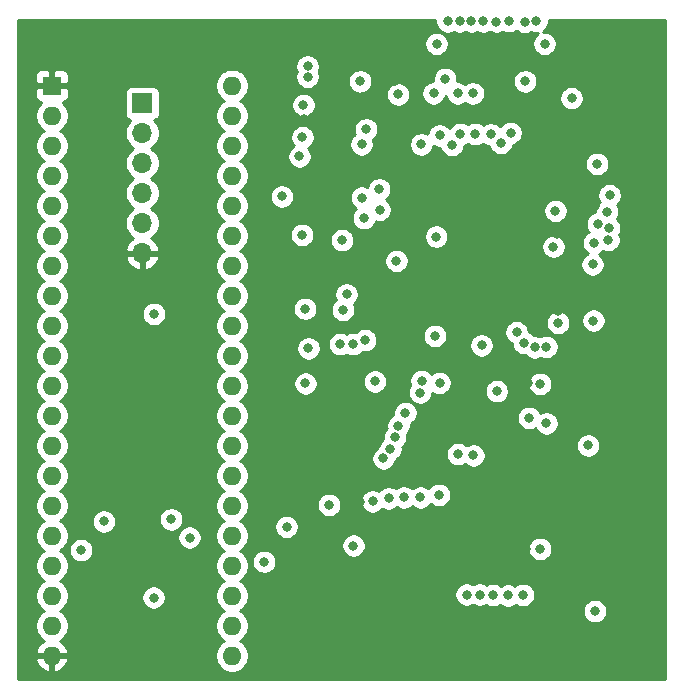
<source format=gbr>
G04 #@! TF.GenerationSoftware,KiCad,Pcbnew,(5.1.5)-3*
G04 #@! TF.CreationDate,2020-10-03T21:18:42-07:00*
G04 #@! TF.ProjectId,MCL86jr,4d434c38-366a-4722-9e6b-696361645f70,rev?*
G04 #@! TF.SameCoordinates,PX6b9fce8PY20f1980*
G04 #@! TF.FileFunction,Copper,L2,Inr*
G04 #@! TF.FilePolarity,Positive*
%FSLAX46Y46*%
G04 Gerber Fmt 4.6, Leading zero omitted, Abs format (unit mm)*
G04 Created by KiCad (PCBNEW (5.1.5)-3) date 2020-10-03 21:18:42*
%MOMM*%
%LPD*%
G04 APERTURE LIST*
%ADD10O,1.600000X1.600000*%
%ADD11R,1.600000X1.600000*%
%ADD12O,1.700000X1.700000*%
%ADD13R,1.700000X1.700000*%
%ADD14C,0.800000*%
%ADD15C,0.254000*%
G04 APERTURE END LIST*
D10*
X18785600Y-6211600D03*
X3545600Y-54471600D03*
X18785600Y-8751600D03*
X3545600Y-51931600D03*
X18785600Y-11291600D03*
X3545600Y-49391600D03*
X18785600Y-13831600D03*
X3545600Y-46851600D03*
X18785600Y-16371600D03*
X3545600Y-44311600D03*
X18785600Y-18911600D03*
X3545600Y-41771600D03*
X18785600Y-21451600D03*
X3545600Y-39231600D03*
X18785600Y-23991600D03*
X3545600Y-36691600D03*
X18785600Y-26531600D03*
X3545600Y-34151600D03*
X18785600Y-29071600D03*
X3545600Y-31611600D03*
X18785600Y-31611600D03*
X3545600Y-29071600D03*
X18785600Y-34151600D03*
X3545600Y-26531600D03*
X18785600Y-36691600D03*
X3545600Y-23991600D03*
X18785600Y-39231600D03*
X3545600Y-21451600D03*
X18785600Y-41771600D03*
X3545600Y-18911600D03*
X18785600Y-44311600D03*
X3545600Y-16371600D03*
X18785600Y-46851600D03*
X3545600Y-13831600D03*
X18785600Y-49391600D03*
X3545600Y-11291600D03*
X18785600Y-51931600D03*
X3545600Y-8751600D03*
X18785600Y-54471600D03*
D11*
X3545600Y-6211600D03*
D12*
X11201400Y-20396200D03*
X11201400Y-17856200D03*
X11201400Y-15316200D03*
X11201400Y-12776200D03*
X11201400Y-10236200D03*
D13*
X11201400Y-7696200D03*
D14*
X48361600Y-31013400D03*
X19735800Y-3937000D03*
X33934400Y-5638800D03*
X46659800Y-5842000D03*
X42849800Y-19812000D03*
X32562800Y-5842000D03*
X28194000Y-31419800D03*
X23037800Y-12319000D03*
X31165800Y-19304000D03*
X35864800Y-24130000D03*
X36372800Y-13589000D03*
X39928800Y-24892000D03*
X27990800Y-11303000D03*
X43865800Y-9906000D03*
X49707800Y-10287000D03*
X46405800Y-25273000D03*
X28117800Y-4572000D03*
X28143200Y-22301200D03*
X28016200Y-16281400D03*
X11150600Y-27482800D03*
X8077200Y-32461200D03*
X23711218Y-21450618D03*
X11963400Y-44881800D03*
X7924800Y-51028600D03*
X22529800Y-33553400D03*
X14616200Y-40843200D03*
X24048106Y-39947655D03*
X29768800Y-14122400D03*
X50145360Y-22625345D03*
X43660992Y-45467509D03*
X49518958Y-16400021D03*
X37002562Y-34504557D03*
X37270144Y-28329653D03*
X43895000Y-31364941D03*
X29667200Y-41503600D03*
X32359600Y-9855200D03*
X35255200Y-9677400D03*
X34343649Y-28155780D03*
X23092483Y-29264683D03*
X49301400Y-28473400D03*
X32664400Y-23952200D03*
X50419000Y-7264400D03*
X32054800Y-45212000D03*
X26847800Y-43561000D03*
X46304200Y-18796000D03*
X49098200Y-49276000D03*
X28117800Y-5802390D03*
X24885316Y-9051637D03*
X23037800Y-7202410D03*
X36093400Y-21844000D03*
X25196800Y-4572000D03*
X43611800Y-5842000D03*
X29641800Y-5842000D03*
X25019000Y-31419800D03*
X46405800Y-26289000D03*
X23418800Y-43561000D03*
X13639800Y-42926000D03*
X35864800Y-6858000D03*
X49707800Y-12827000D03*
X36372800Y-31369000D03*
X25196800Y-5461000D03*
X23012718Y-15595918D03*
X24739282Y-18846482D03*
X12192000Y-25527000D03*
X25273000Y-28448000D03*
X7950400Y-43104000D03*
X48945800Y-36677600D03*
X28194000Y-25196800D03*
X21513800Y-46520200D03*
X49388790Y-26111200D03*
X49447710Y-19520869D03*
X50673000Y-19278620D03*
X45262800Y-2667000D03*
X36118800Y-2667000D03*
X36855400Y-5638800D03*
X37901483Y-6862683D03*
X49530000Y-50698400D03*
X44885823Y-45430413D03*
X32867600Y-6959598D03*
X24996501Y-25100000D03*
X47548800Y-7264400D03*
X29083000Y-45161200D03*
X27025600Y-41706800D03*
X39184790Y-6858000D03*
X49321434Y-21347190D03*
X45415198Y-34798000D03*
X41213010Y-32080200D03*
X43948783Y-34348218D03*
X30901159Y-31256757D03*
X24841200Y-7848600D03*
X24505628Y-12195012D03*
X24765000Y-10566400D03*
X28117792Y-19300000D03*
X29768800Y-11176000D03*
X36372800Y-10414000D03*
X28498800Y-23876000D03*
X30149800Y-9906000D03*
X35966400Y-27406600D03*
X32715200Y-21056600D03*
X46016740Y-19849642D03*
X36093400Y-18999200D03*
X6019800Y-45542200D03*
X15200390Y-44475400D03*
X12168000Y-49555400D03*
X43434000Y-49326800D03*
X50774591Y-15479354D03*
X42164000Y-49377600D03*
X46177200Y-16814800D03*
X40894000Y-49352200D03*
X50557199Y-16879365D03*
X39776400Y-49301400D03*
X49779133Y-17919568D03*
X38658800Y-49301400D03*
X50712180Y-18279376D03*
X30708600Y-41402000D03*
X42392600Y-10210800D03*
X41568601Y-11060199D03*
X32054800Y-41148000D03*
X33350200Y-41071800D03*
X40710254Y-10329889D03*
X34747200Y-41071800D03*
X34823400Y-11176000D03*
X36323000Y-40868600D03*
X37425400Y-11226800D03*
X38125400Y-10312400D03*
X37947600Y-37414200D03*
X39243000Y-37515800D03*
X39395400Y-10287000D03*
X31615829Y-37763415D03*
X29972000Y-17424400D03*
X31292800Y-16724400D03*
X29794200Y-15697200D03*
X31267400Y-14986000D03*
X43500970Y-27991262D03*
X42900600Y-27076400D03*
X29057602Y-28092400D03*
X44571570Y-753100D03*
X43573413Y-813987D03*
X42265600Y-736602D03*
X41189722Y-786979D03*
X40062810Y-761697D03*
X39062799Y-762019D03*
X38062788Y-762000D03*
X37062775Y-762000D03*
X44422098Y-28380553D03*
X39928800Y-28194000D03*
X45420479Y-28323467D03*
X27956079Y-28104361D03*
X30073600Y-27762200D03*
X44889677Y-31468102D03*
X34848791Y-31201100D03*
X32207200Y-36957000D03*
X32588200Y-35991800D03*
X32893000Y-35001200D03*
X33477200Y-33909000D03*
X34721636Y-32192990D03*
D15*
G36*
X36027775Y-660061D02*
G01*
X36027775Y-863939D01*
X36067549Y-1063898D01*
X36145570Y-1252256D01*
X36258838Y-1421774D01*
X36403001Y-1565937D01*
X36572519Y-1679205D01*
X36760877Y-1757226D01*
X36960836Y-1797000D01*
X37164714Y-1797000D01*
X37364673Y-1757226D01*
X37553031Y-1679205D01*
X37562782Y-1672690D01*
X37572532Y-1679205D01*
X37760890Y-1757226D01*
X37960849Y-1797000D01*
X38164727Y-1797000D01*
X38364686Y-1757226D01*
X38553044Y-1679205D01*
X38562779Y-1672700D01*
X38572543Y-1679224D01*
X38760901Y-1757245D01*
X38960860Y-1797019D01*
X39164738Y-1797019D01*
X39364697Y-1757245D01*
X39553055Y-1679224D01*
X39563045Y-1672549D01*
X39572554Y-1678902D01*
X39760912Y-1756923D01*
X39960871Y-1796697D01*
X40164749Y-1796697D01*
X40364708Y-1756923D01*
X40553066Y-1678902D01*
X40607347Y-1642632D01*
X40699466Y-1704184D01*
X40887824Y-1782205D01*
X41087783Y-1821979D01*
X41291661Y-1821979D01*
X41491620Y-1782205D01*
X41679978Y-1704184D01*
X41765358Y-1647135D01*
X41775344Y-1653807D01*
X41963702Y-1731828D01*
X42163661Y-1771602D01*
X42367539Y-1771602D01*
X42567498Y-1731828D01*
X42755856Y-1653807D01*
X42871950Y-1576235D01*
X42913639Y-1617924D01*
X43083157Y-1731192D01*
X43271515Y-1809213D01*
X43471474Y-1848987D01*
X43675352Y-1848987D01*
X43875311Y-1809213D01*
X44063669Y-1731192D01*
X44126674Y-1689094D01*
X44269672Y-1748326D01*
X44469631Y-1788100D01*
X44673509Y-1788100D01*
X44732895Y-1776287D01*
X44603026Y-1863063D01*
X44458863Y-2007226D01*
X44345595Y-2176744D01*
X44267574Y-2365102D01*
X44227800Y-2565061D01*
X44227800Y-2768939D01*
X44267574Y-2968898D01*
X44345595Y-3157256D01*
X44458863Y-3326774D01*
X44603026Y-3470937D01*
X44772544Y-3584205D01*
X44960902Y-3662226D01*
X45160861Y-3702000D01*
X45364739Y-3702000D01*
X45564698Y-3662226D01*
X45753056Y-3584205D01*
X45922574Y-3470937D01*
X46066737Y-3326774D01*
X46180005Y-3157256D01*
X46258026Y-2968898D01*
X46297800Y-2768939D01*
X46297800Y-2565061D01*
X46258026Y-2365102D01*
X46180005Y-2176744D01*
X46066737Y-2007226D01*
X45922574Y-1863063D01*
X45753056Y-1749795D01*
X45564698Y-1671774D01*
X45364739Y-1632000D01*
X45160861Y-1632000D01*
X45101475Y-1643813D01*
X45231344Y-1557037D01*
X45375507Y-1412874D01*
X45488775Y-1243356D01*
X45566796Y-1054998D01*
X45606570Y-855039D01*
X45606570Y-660000D01*
X55474000Y-660000D01*
X55474001Y-56439200D01*
X660000Y-56439200D01*
X660000Y-54820639D01*
X2153696Y-54820639D01*
X2194354Y-54954687D01*
X2314563Y-55209020D01*
X2482081Y-55435014D01*
X2690469Y-55623985D01*
X2931719Y-55768670D01*
X3196560Y-55863509D01*
X3418600Y-55742224D01*
X3418600Y-54598600D01*
X3672600Y-54598600D01*
X3672600Y-55742224D01*
X3894640Y-55863509D01*
X4159481Y-55768670D01*
X4400731Y-55623985D01*
X4609119Y-55435014D01*
X4776637Y-55209020D01*
X4896846Y-54954687D01*
X4937504Y-54820639D01*
X4815515Y-54598600D01*
X3672600Y-54598600D01*
X3418600Y-54598600D01*
X2275685Y-54598600D01*
X2153696Y-54820639D01*
X660000Y-54820639D01*
X660000Y-7011600D01*
X2107528Y-7011600D01*
X2119788Y-7136082D01*
X2156098Y-7255780D01*
X2215063Y-7366094D01*
X2294415Y-7462785D01*
X2391106Y-7542137D01*
X2501420Y-7601102D01*
X2621118Y-7637412D01*
X2629561Y-7638243D01*
X2430963Y-7836841D01*
X2273920Y-8071873D01*
X2165747Y-8333026D01*
X2110600Y-8610265D01*
X2110600Y-8892935D01*
X2165747Y-9170174D01*
X2273920Y-9431327D01*
X2430963Y-9666359D01*
X2630841Y-9866237D01*
X2863359Y-10021600D01*
X2630841Y-10176963D01*
X2430963Y-10376841D01*
X2273920Y-10611873D01*
X2165747Y-10873026D01*
X2110600Y-11150265D01*
X2110600Y-11432935D01*
X2165747Y-11710174D01*
X2273920Y-11971327D01*
X2430963Y-12206359D01*
X2630841Y-12406237D01*
X2863359Y-12561600D01*
X2630841Y-12716963D01*
X2430963Y-12916841D01*
X2273920Y-13151873D01*
X2165747Y-13413026D01*
X2110600Y-13690265D01*
X2110600Y-13972935D01*
X2165747Y-14250174D01*
X2273920Y-14511327D01*
X2430963Y-14746359D01*
X2630841Y-14946237D01*
X2863359Y-15101600D01*
X2630841Y-15256963D01*
X2430963Y-15456841D01*
X2273920Y-15691873D01*
X2165747Y-15953026D01*
X2110600Y-16230265D01*
X2110600Y-16512935D01*
X2165747Y-16790174D01*
X2273920Y-17051327D01*
X2430963Y-17286359D01*
X2630841Y-17486237D01*
X2863359Y-17641600D01*
X2630841Y-17796963D01*
X2430963Y-17996841D01*
X2273920Y-18231873D01*
X2165747Y-18493026D01*
X2110600Y-18770265D01*
X2110600Y-19052935D01*
X2165747Y-19330174D01*
X2273920Y-19591327D01*
X2430963Y-19826359D01*
X2630841Y-20026237D01*
X2863359Y-20181600D01*
X2630841Y-20336963D01*
X2430963Y-20536841D01*
X2273920Y-20771873D01*
X2165747Y-21033026D01*
X2110600Y-21310265D01*
X2110600Y-21592935D01*
X2165747Y-21870174D01*
X2273920Y-22131327D01*
X2430963Y-22366359D01*
X2630841Y-22566237D01*
X2863359Y-22721600D01*
X2630841Y-22876963D01*
X2430963Y-23076841D01*
X2273920Y-23311873D01*
X2165747Y-23573026D01*
X2110600Y-23850265D01*
X2110600Y-24132935D01*
X2165747Y-24410174D01*
X2273920Y-24671327D01*
X2430963Y-24906359D01*
X2630841Y-25106237D01*
X2863359Y-25261600D01*
X2630841Y-25416963D01*
X2430963Y-25616841D01*
X2273920Y-25851873D01*
X2165747Y-26113026D01*
X2110600Y-26390265D01*
X2110600Y-26672935D01*
X2165747Y-26950174D01*
X2273920Y-27211327D01*
X2430963Y-27446359D01*
X2630841Y-27646237D01*
X2863359Y-27801600D01*
X2630841Y-27956963D01*
X2430963Y-28156841D01*
X2273920Y-28391873D01*
X2165747Y-28653026D01*
X2110600Y-28930265D01*
X2110600Y-29212935D01*
X2165747Y-29490174D01*
X2273920Y-29751327D01*
X2430963Y-29986359D01*
X2630841Y-30186237D01*
X2863359Y-30341600D01*
X2630841Y-30496963D01*
X2430963Y-30696841D01*
X2273920Y-30931873D01*
X2165747Y-31193026D01*
X2110600Y-31470265D01*
X2110600Y-31752935D01*
X2165747Y-32030174D01*
X2273920Y-32291327D01*
X2430963Y-32526359D01*
X2630841Y-32726237D01*
X2863359Y-32881600D01*
X2630841Y-33036963D01*
X2430963Y-33236841D01*
X2273920Y-33471873D01*
X2165747Y-33733026D01*
X2110600Y-34010265D01*
X2110600Y-34292935D01*
X2165747Y-34570174D01*
X2273920Y-34831327D01*
X2430963Y-35066359D01*
X2630841Y-35266237D01*
X2863359Y-35421600D01*
X2630841Y-35576963D01*
X2430963Y-35776841D01*
X2273920Y-36011873D01*
X2165747Y-36273026D01*
X2110600Y-36550265D01*
X2110600Y-36832935D01*
X2165747Y-37110174D01*
X2273920Y-37371327D01*
X2430963Y-37606359D01*
X2630841Y-37806237D01*
X2863359Y-37961600D01*
X2630841Y-38116963D01*
X2430963Y-38316841D01*
X2273920Y-38551873D01*
X2165747Y-38813026D01*
X2110600Y-39090265D01*
X2110600Y-39372935D01*
X2165747Y-39650174D01*
X2273920Y-39911327D01*
X2430963Y-40146359D01*
X2630841Y-40346237D01*
X2863359Y-40501600D01*
X2630841Y-40656963D01*
X2430963Y-40856841D01*
X2273920Y-41091873D01*
X2165747Y-41353026D01*
X2110600Y-41630265D01*
X2110600Y-41912935D01*
X2165747Y-42190174D01*
X2273920Y-42451327D01*
X2430963Y-42686359D01*
X2630841Y-42886237D01*
X2863359Y-43041600D01*
X2630841Y-43196963D01*
X2430963Y-43396841D01*
X2273920Y-43631873D01*
X2165747Y-43893026D01*
X2110600Y-44170265D01*
X2110600Y-44452935D01*
X2165747Y-44730174D01*
X2273920Y-44991327D01*
X2430963Y-45226359D01*
X2630841Y-45426237D01*
X2863359Y-45581600D01*
X2630841Y-45736963D01*
X2430963Y-45936841D01*
X2273920Y-46171873D01*
X2165747Y-46433026D01*
X2110600Y-46710265D01*
X2110600Y-46992935D01*
X2165747Y-47270174D01*
X2273920Y-47531327D01*
X2430963Y-47766359D01*
X2630841Y-47966237D01*
X2863359Y-48121600D01*
X2630841Y-48276963D01*
X2430963Y-48476841D01*
X2273920Y-48711873D01*
X2165747Y-48973026D01*
X2110600Y-49250265D01*
X2110600Y-49532935D01*
X2165747Y-49810174D01*
X2273920Y-50071327D01*
X2430963Y-50306359D01*
X2630841Y-50506237D01*
X2863359Y-50661600D01*
X2630841Y-50816963D01*
X2430963Y-51016841D01*
X2273920Y-51251873D01*
X2165747Y-51513026D01*
X2110600Y-51790265D01*
X2110600Y-52072935D01*
X2165747Y-52350174D01*
X2273920Y-52611327D01*
X2430963Y-52846359D01*
X2630841Y-53046237D01*
X2865873Y-53203280D01*
X2876465Y-53207667D01*
X2690469Y-53319215D01*
X2482081Y-53508186D01*
X2314563Y-53734180D01*
X2194354Y-53988513D01*
X2153696Y-54122561D01*
X2275685Y-54344600D01*
X3418600Y-54344600D01*
X3418600Y-54324600D01*
X3672600Y-54324600D01*
X3672600Y-54344600D01*
X4815515Y-54344600D01*
X4937504Y-54122561D01*
X4896846Y-53988513D01*
X4776637Y-53734180D01*
X4609119Y-53508186D01*
X4400731Y-53319215D01*
X4214735Y-53207667D01*
X4225327Y-53203280D01*
X4460359Y-53046237D01*
X4660237Y-52846359D01*
X4817280Y-52611327D01*
X4925453Y-52350174D01*
X4980600Y-52072935D01*
X4980600Y-51790265D01*
X4925453Y-51513026D01*
X4817280Y-51251873D01*
X4660237Y-51016841D01*
X4460359Y-50816963D01*
X4227841Y-50661600D01*
X4460359Y-50506237D01*
X4660237Y-50306359D01*
X4817280Y-50071327D01*
X4925453Y-49810174D01*
X4980600Y-49532935D01*
X4980600Y-49453461D01*
X11133000Y-49453461D01*
X11133000Y-49657339D01*
X11172774Y-49857298D01*
X11250795Y-50045656D01*
X11364063Y-50215174D01*
X11508226Y-50359337D01*
X11677744Y-50472605D01*
X11866102Y-50550626D01*
X12066061Y-50590400D01*
X12269939Y-50590400D01*
X12469898Y-50550626D01*
X12658256Y-50472605D01*
X12827774Y-50359337D01*
X12971937Y-50215174D01*
X13085205Y-50045656D01*
X13163226Y-49857298D01*
X13203000Y-49657339D01*
X13203000Y-49453461D01*
X13163226Y-49253502D01*
X13085205Y-49065144D01*
X12971937Y-48895626D01*
X12827774Y-48751463D01*
X12658256Y-48638195D01*
X12469898Y-48560174D01*
X12269939Y-48520400D01*
X12066061Y-48520400D01*
X11866102Y-48560174D01*
X11677744Y-48638195D01*
X11508226Y-48751463D01*
X11364063Y-48895626D01*
X11250795Y-49065144D01*
X11172774Y-49253502D01*
X11133000Y-49453461D01*
X4980600Y-49453461D01*
X4980600Y-49250265D01*
X4925453Y-48973026D01*
X4817280Y-48711873D01*
X4660237Y-48476841D01*
X4460359Y-48276963D01*
X4227841Y-48121600D01*
X4460359Y-47966237D01*
X4660237Y-47766359D01*
X4817280Y-47531327D01*
X4925453Y-47270174D01*
X4980600Y-46992935D01*
X4980600Y-46710265D01*
X4925453Y-46433026D01*
X4817280Y-46171873D01*
X4660237Y-45936841D01*
X4460359Y-45736963D01*
X4227841Y-45581600D01*
X4439370Y-45440261D01*
X4984800Y-45440261D01*
X4984800Y-45644139D01*
X5024574Y-45844098D01*
X5102595Y-46032456D01*
X5215863Y-46201974D01*
X5360026Y-46346137D01*
X5529544Y-46459405D01*
X5717902Y-46537426D01*
X5917861Y-46577200D01*
X6121739Y-46577200D01*
X6321698Y-46537426D01*
X6510056Y-46459405D01*
X6679574Y-46346137D01*
X6823737Y-46201974D01*
X6937005Y-46032456D01*
X7015026Y-45844098D01*
X7054800Y-45644139D01*
X7054800Y-45440261D01*
X7015026Y-45240302D01*
X6937005Y-45051944D01*
X6823737Y-44882426D01*
X6679574Y-44738263D01*
X6510056Y-44624995D01*
X6321698Y-44546974D01*
X6121739Y-44507200D01*
X5917861Y-44507200D01*
X5717902Y-44546974D01*
X5529544Y-44624995D01*
X5360026Y-44738263D01*
X5215863Y-44882426D01*
X5102595Y-45051944D01*
X5024574Y-45240302D01*
X4984800Y-45440261D01*
X4439370Y-45440261D01*
X4460359Y-45426237D01*
X4660237Y-45226359D01*
X4817280Y-44991327D01*
X4925453Y-44730174D01*
X4980600Y-44452935D01*
X4980600Y-44373461D01*
X14165390Y-44373461D01*
X14165390Y-44577339D01*
X14205164Y-44777298D01*
X14283185Y-44965656D01*
X14396453Y-45135174D01*
X14540616Y-45279337D01*
X14710134Y-45392605D01*
X14898492Y-45470626D01*
X15098451Y-45510400D01*
X15302329Y-45510400D01*
X15502288Y-45470626D01*
X15690646Y-45392605D01*
X15860164Y-45279337D01*
X16004327Y-45135174D01*
X16117595Y-44965656D01*
X16195616Y-44777298D01*
X16235390Y-44577339D01*
X16235390Y-44373461D01*
X16195616Y-44173502D01*
X16117595Y-43985144D01*
X16004327Y-43815626D01*
X15860164Y-43671463D01*
X15690646Y-43558195D01*
X15502288Y-43480174D01*
X15302329Y-43440400D01*
X15098451Y-43440400D01*
X14898492Y-43480174D01*
X14710134Y-43558195D01*
X14540616Y-43671463D01*
X14396453Y-43815626D01*
X14283185Y-43985144D01*
X14205164Y-44173502D01*
X14165390Y-44373461D01*
X4980600Y-44373461D01*
X4980600Y-44170265D01*
X4925453Y-43893026D01*
X4817280Y-43631873D01*
X4660237Y-43396841D01*
X4460359Y-43196963D01*
X4227841Y-43041600D01*
X4287015Y-43002061D01*
X6915400Y-43002061D01*
X6915400Y-43205939D01*
X6955174Y-43405898D01*
X7033195Y-43594256D01*
X7146463Y-43763774D01*
X7290626Y-43907937D01*
X7460144Y-44021205D01*
X7648502Y-44099226D01*
X7848461Y-44139000D01*
X8052339Y-44139000D01*
X8252298Y-44099226D01*
X8440656Y-44021205D01*
X8610174Y-43907937D01*
X8754337Y-43763774D01*
X8867605Y-43594256D01*
X8945626Y-43405898D01*
X8985400Y-43205939D01*
X8985400Y-43002061D01*
X8949994Y-42824061D01*
X12604800Y-42824061D01*
X12604800Y-43027939D01*
X12644574Y-43227898D01*
X12722595Y-43416256D01*
X12835863Y-43585774D01*
X12980026Y-43729937D01*
X13149544Y-43843205D01*
X13337902Y-43921226D01*
X13537861Y-43961000D01*
X13741739Y-43961000D01*
X13941698Y-43921226D01*
X14130056Y-43843205D01*
X14299574Y-43729937D01*
X14443737Y-43585774D01*
X14557005Y-43416256D01*
X14635026Y-43227898D01*
X14674800Y-43027939D01*
X14674800Y-42824061D01*
X14635026Y-42624102D01*
X14557005Y-42435744D01*
X14443737Y-42266226D01*
X14299574Y-42122063D01*
X14130056Y-42008795D01*
X13941698Y-41930774D01*
X13741739Y-41891000D01*
X13537861Y-41891000D01*
X13337902Y-41930774D01*
X13149544Y-42008795D01*
X12980026Y-42122063D01*
X12835863Y-42266226D01*
X12722595Y-42435744D01*
X12644574Y-42624102D01*
X12604800Y-42824061D01*
X8949994Y-42824061D01*
X8945626Y-42802102D01*
X8867605Y-42613744D01*
X8754337Y-42444226D01*
X8610174Y-42300063D01*
X8440656Y-42186795D01*
X8252298Y-42108774D01*
X8052339Y-42069000D01*
X7848461Y-42069000D01*
X7648502Y-42108774D01*
X7460144Y-42186795D01*
X7290626Y-42300063D01*
X7146463Y-42444226D01*
X7033195Y-42613744D01*
X6955174Y-42802102D01*
X6915400Y-43002061D01*
X4287015Y-43002061D01*
X4460359Y-42886237D01*
X4660237Y-42686359D01*
X4817280Y-42451327D01*
X4925453Y-42190174D01*
X4980600Y-41912935D01*
X4980600Y-41630265D01*
X4925453Y-41353026D01*
X4817280Y-41091873D01*
X4660237Y-40856841D01*
X4460359Y-40656963D01*
X4227841Y-40501600D01*
X4460359Y-40346237D01*
X4660237Y-40146359D01*
X4817280Y-39911327D01*
X4925453Y-39650174D01*
X4980600Y-39372935D01*
X4980600Y-39090265D01*
X4925453Y-38813026D01*
X4817280Y-38551873D01*
X4660237Y-38316841D01*
X4460359Y-38116963D01*
X4227841Y-37961600D01*
X4460359Y-37806237D01*
X4660237Y-37606359D01*
X4817280Y-37371327D01*
X4925453Y-37110174D01*
X4980600Y-36832935D01*
X4980600Y-36550265D01*
X4925453Y-36273026D01*
X4817280Y-36011873D01*
X4660237Y-35776841D01*
X4460359Y-35576963D01*
X4227841Y-35421600D01*
X4460359Y-35266237D01*
X4660237Y-35066359D01*
X4817280Y-34831327D01*
X4925453Y-34570174D01*
X4980600Y-34292935D01*
X4980600Y-34010265D01*
X4925453Y-33733026D01*
X4817280Y-33471873D01*
X4660237Y-33236841D01*
X4460359Y-33036963D01*
X4227841Y-32881600D01*
X4460359Y-32726237D01*
X4660237Y-32526359D01*
X4817280Y-32291327D01*
X4925453Y-32030174D01*
X4980600Y-31752935D01*
X4980600Y-31470265D01*
X4925453Y-31193026D01*
X4817280Y-30931873D01*
X4660237Y-30696841D01*
X4460359Y-30496963D01*
X4227841Y-30341600D01*
X4460359Y-30186237D01*
X4660237Y-29986359D01*
X4817280Y-29751327D01*
X4925453Y-29490174D01*
X4980600Y-29212935D01*
X4980600Y-28930265D01*
X4925453Y-28653026D01*
X4817280Y-28391873D01*
X4660237Y-28156841D01*
X4460359Y-27956963D01*
X4227841Y-27801600D01*
X4460359Y-27646237D01*
X4660237Y-27446359D01*
X4817280Y-27211327D01*
X4925453Y-26950174D01*
X4980600Y-26672935D01*
X4980600Y-26390265D01*
X4925453Y-26113026D01*
X4817280Y-25851873D01*
X4660237Y-25616841D01*
X4468457Y-25425061D01*
X11157000Y-25425061D01*
X11157000Y-25628939D01*
X11196774Y-25828898D01*
X11274795Y-26017256D01*
X11388063Y-26186774D01*
X11532226Y-26330937D01*
X11701744Y-26444205D01*
X11890102Y-26522226D01*
X12090061Y-26562000D01*
X12293939Y-26562000D01*
X12493898Y-26522226D01*
X12682256Y-26444205D01*
X12851774Y-26330937D01*
X12995937Y-26186774D01*
X13109205Y-26017256D01*
X13187226Y-25828898D01*
X13227000Y-25628939D01*
X13227000Y-25425061D01*
X13187226Y-25225102D01*
X13109205Y-25036744D01*
X12995937Y-24867226D01*
X12851774Y-24723063D01*
X12682256Y-24609795D01*
X12493898Y-24531774D01*
X12293939Y-24492000D01*
X12090061Y-24492000D01*
X11890102Y-24531774D01*
X11701744Y-24609795D01*
X11532226Y-24723063D01*
X11388063Y-24867226D01*
X11274795Y-25036744D01*
X11196774Y-25225102D01*
X11157000Y-25425061D01*
X4468457Y-25425061D01*
X4460359Y-25416963D01*
X4227841Y-25261600D01*
X4460359Y-25106237D01*
X4660237Y-24906359D01*
X4817280Y-24671327D01*
X4925453Y-24410174D01*
X4980600Y-24132935D01*
X4980600Y-23850265D01*
X4925453Y-23573026D01*
X4817280Y-23311873D01*
X4660237Y-23076841D01*
X4460359Y-22876963D01*
X4227841Y-22721600D01*
X4460359Y-22566237D01*
X4660237Y-22366359D01*
X4817280Y-22131327D01*
X4925453Y-21870174D01*
X4980600Y-21592935D01*
X4980600Y-21310265D01*
X4925453Y-21033026D01*
X4817280Y-20771873D01*
X4804730Y-20753090D01*
X9759924Y-20753090D01*
X9804575Y-20900299D01*
X9929759Y-21163120D01*
X10103812Y-21396469D01*
X10320045Y-21591378D01*
X10570148Y-21740357D01*
X10844509Y-21837681D01*
X11074400Y-21717014D01*
X11074400Y-20523200D01*
X11328400Y-20523200D01*
X11328400Y-21717014D01*
X11558291Y-21837681D01*
X11832652Y-21740357D01*
X12082755Y-21591378D01*
X12298988Y-21396469D01*
X12473041Y-21163120D01*
X12598225Y-20900299D01*
X12642876Y-20753090D01*
X12521555Y-20523200D01*
X11328400Y-20523200D01*
X11074400Y-20523200D01*
X9881245Y-20523200D01*
X9759924Y-20753090D01*
X4804730Y-20753090D01*
X4660237Y-20536841D01*
X4460359Y-20336963D01*
X4227841Y-20181600D01*
X4460359Y-20026237D01*
X4660237Y-19826359D01*
X4817280Y-19591327D01*
X4925453Y-19330174D01*
X4980600Y-19052935D01*
X4980600Y-18770265D01*
X4925453Y-18493026D01*
X4817280Y-18231873D01*
X4660237Y-17996841D01*
X4460359Y-17796963D01*
X4227841Y-17641600D01*
X4460359Y-17486237D01*
X4660237Y-17286359D01*
X4817280Y-17051327D01*
X4925453Y-16790174D01*
X4980600Y-16512935D01*
X4980600Y-16230265D01*
X4925453Y-15953026D01*
X4817280Y-15691873D01*
X4660237Y-15456841D01*
X4460359Y-15256963D01*
X4227841Y-15101600D01*
X4460359Y-14946237D01*
X4660237Y-14746359D01*
X4817280Y-14511327D01*
X4925453Y-14250174D01*
X4980600Y-13972935D01*
X4980600Y-13690265D01*
X4925453Y-13413026D01*
X4817280Y-13151873D01*
X4660237Y-12916841D01*
X4460359Y-12716963D01*
X4227841Y-12561600D01*
X4460359Y-12406237D01*
X4660237Y-12206359D01*
X4817280Y-11971327D01*
X4925453Y-11710174D01*
X4980600Y-11432935D01*
X4980600Y-11150265D01*
X4925453Y-10873026D01*
X4817280Y-10611873D01*
X4660237Y-10376841D01*
X4460359Y-10176963D01*
X4227841Y-10021600D01*
X4460359Y-9866237D01*
X4660237Y-9666359D01*
X4817280Y-9431327D01*
X4925453Y-9170174D01*
X4980600Y-8892935D01*
X4980600Y-8610265D01*
X4925453Y-8333026D01*
X4817280Y-8071873D01*
X4660237Y-7836841D01*
X4461639Y-7638243D01*
X4470082Y-7637412D01*
X4589780Y-7601102D01*
X4700094Y-7542137D01*
X4796785Y-7462785D01*
X4876137Y-7366094D01*
X4935102Y-7255780D01*
X4971412Y-7136082D01*
X4983672Y-7011600D01*
X4982684Y-6846200D01*
X9713328Y-6846200D01*
X9713328Y-8546200D01*
X9725588Y-8670682D01*
X9761898Y-8790380D01*
X9820863Y-8900694D01*
X9900215Y-8997385D01*
X9996906Y-9076737D01*
X10107220Y-9135702D01*
X10179780Y-9157713D01*
X10047925Y-9289568D01*
X9885410Y-9532789D01*
X9773468Y-9803042D01*
X9716400Y-10089940D01*
X9716400Y-10382460D01*
X9773468Y-10669358D01*
X9885410Y-10939611D01*
X10047925Y-11182832D01*
X10254768Y-11389675D01*
X10429160Y-11506200D01*
X10254768Y-11622725D01*
X10047925Y-11829568D01*
X9885410Y-12072789D01*
X9773468Y-12343042D01*
X9716400Y-12629940D01*
X9716400Y-12922460D01*
X9773468Y-13209358D01*
X9885410Y-13479611D01*
X10047925Y-13722832D01*
X10254768Y-13929675D01*
X10429160Y-14046200D01*
X10254768Y-14162725D01*
X10047925Y-14369568D01*
X9885410Y-14612789D01*
X9773468Y-14883042D01*
X9716400Y-15169940D01*
X9716400Y-15462460D01*
X9773468Y-15749358D01*
X9885410Y-16019611D01*
X10047925Y-16262832D01*
X10254768Y-16469675D01*
X10429160Y-16586200D01*
X10254768Y-16702725D01*
X10047925Y-16909568D01*
X9885410Y-17152789D01*
X9773468Y-17423042D01*
X9716400Y-17709940D01*
X9716400Y-18002460D01*
X9773468Y-18289358D01*
X9885410Y-18559611D01*
X10047925Y-18802832D01*
X10254768Y-19009675D01*
X10436934Y-19131395D01*
X10320045Y-19201022D01*
X10103812Y-19395931D01*
X9929759Y-19629280D01*
X9804575Y-19892101D01*
X9759924Y-20039310D01*
X9881245Y-20269200D01*
X11074400Y-20269200D01*
X11074400Y-20249200D01*
X11328400Y-20249200D01*
X11328400Y-20269200D01*
X12521555Y-20269200D01*
X12642876Y-20039310D01*
X12598225Y-19892101D01*
X12473041Y-19629280D01*
X12298988Y-19395931D01*
X12082755Y-19201022D01*
X11965866Y-19131395D01*
X12148032Y-19009675D01*
X12354875Y-18802832D01*
X12517390Y-18559611D01*
X12629332Y-18289358D01*
X12686400Y-18002460D01*
X12686400Y-17709940D01*
X12629332Y-17423042D01*
X12517390Y-17152789D01*
X12354875Y-16909568D01*
X12148032Y-16702725D01*
X11973640Y-16586200D01*
X12148032Y-16469675D01*
X12354875Y-16262832D01*
X12517390Y-16019611D01*
X12629332Y-15749358D01*
X12686400Y-15462460D01*
X12686400Y-15169940D01*
X12629332Y-14883042D01*
X12517390Y-14612789D01*
X12354875Y-14369568D01*
X12148032Y-14162725D01*
X11973640Y-14046200D01*
X12148032Y-13929675D01*
X12354875Y-13722832D01*
X12517390Y-13479611D01*
X12629332Y-13209358D01*
X12686400Y-12922460D01*
X12686400Y-12629940D01*
X12629332Y-12343042D01*
X12517390Y-12072789D01*
X12354875Y-11829568D01*
X12148032Y-11622725D01*
X11973640Y-11506200D01*
X12148032Y-11389675D01*
X12354875Y-11182832D01*
X12517390Y-10939611D01*
X12629332Y-10669358D01*
X12686400Y-10382460D01*
X12686400Y-10089940D01*
X12629332Y-9803042D01*
X12517390Y-9532789D01*
X12354875Y-9289568D01*
X12223020Y-9157713D01*
X12295580Y-9135702D01*
X12405894Y-9076737D01*
X12502585Y-8997385D01*
X12581937Y-8900694D01*
X12640902Y-8790380D01*
X12677212Y-8670682D01*
X12689472Y-8546200D01*
X12689472Y-6846200D01*
X12677212Y-6721718D01*
X12640902Y-6602020D01*
X12581937Y-6491706D01*
X12502585Y-6395015D01*
X12405894Y-6315663D01*
X12295580Y-6256698D01*
X12175882Y-6220388D01*
X12051400Y-6208128D01*
X10351400Y-6208128D01*
X10226918Y-6220388D01*
X10107220Y-6256698D01*
X9996906Y-6315663D01*
X9900215Y-6395015D01*
X9820863Y-6491706D01*
X9761898Y-6602020D01*
X9725588Y-6721718D01*
X9713328Y-6846200D01*
X4982684Y-6846200D01*
X4980600Y-6497350D01*
X4821850Y-6338600D01*
X3672600Y-6338600D01*
X3672600Y-6358600D01*
X3418600Y-6358600D01*
X3418600Y-6338600D01*
X2269350Y-6338600D01*
X2110600Y-6497350D01*
X2107528Y-7011600D01*
X660000Y-7011600D01*
X660000Y-5411600D01*
X2107528Y-5411600D01*
X2110600Y-5925850D01*
X2269350Y-6084600D01*
X3418600Y-6084600D01*
X3418600Y-4935350D01*
X3672600Y-4935350D01*
X3672600Y-6084600D01*
X4821850Y-6084600D01*
X4836185Y-6070265D01*
X17350600Y-6070265D01*
X17350600Y-6352935D01*
X17405747Y-6630174D01*
X17513920Y-6891327D01*
X17670963Y-7126359D01*
X17870841Y-7326237D01*
X18103359Y-7481600D01*
X17870841Y-7636963D01*
X17670963Y-7836841D01*
X17513920Y-8071873D01*
X17405747Y-8333026D01*
X17350600Y-8610265D01*
X17350600Y-8892935D01*
X17405747Y-9170174D01*
X17513920Y-9431327D01*
X17670963Y-9666359D01*
X17870841Y-9866237D01*
X18103359Y-10021600D01*
X17870841Y-10176963D01*
X17670963Y-10376841D01*
X17513920Y-10611873D01*
X17405747Y-10873026D01*
X17350600Y-11150265D01*
X17350600Y-11432935D01*
X17405747Y-11710174D01*
X17513920Y-11971327D01*
X17670963Y-12206359D01*
X17870841Y-12406237D01*
X18103359Y-12561600D01*
X17870841Y-12716963D01*
X17670963Y-12916841D01*
X17513920Y-13151873D01*
X17405747Y-13413026D01*
X17350600Y-13690265D01*
X17350600Y-13972935D01*
X17405747Y-14250174D01*
X17513920Y-14511327D01*
X17670963Y-14746359D01*
X17870841Y-14946237D01*
X18103359Y-15101600D01*
X17870841Y-15256963D01*
X17670963Y-15456841D01*
X17513920Y-15691873D01*
X17405747Y-15953026D01*
X17350600Y-16230265D01*
X17350600Y-16512935D01*
X17405747Y-16790174D01*
X17513920Y-17051327D01*
X17670963Y-17286359D01*
X17870841Y-17486237D01*
X18103359Y-17641600D01*
X17870841Y-17796963D01*
X17670963Y-17996841D01*
X17513920Y-18231873D01*
X17405747Y-18493026D01*
X17350600Y-18770265D01*
X17350600Y-19052935D01*
X17405747Y-19330174D01*
X17513920Y-19591327D01*
X17670963Y-19826359D01*
X17870841Y-20026237D01*
X18103359Y-20181600D01*
X17870841Y-20336963D01*
X17670963Y-20536841D01*
X17513920Y-20771873D01*
X17405747Y-21033026D01*
X17350600Y-21310265D01*
X17350600Y-21592935D01*
X17405747Y-21870174D01*
X17513920Y-22131327D01*
X17670963Y-22366359D01*
X17870841Y-22566237D01*
X18103359Y-22721600D01*
X17870841Y-22876963D01*
X17670963Y-23076841D01*
X17513920Y-23311873D01*
X17405747Y-23573026D01*
X17350600Y-23850265D01*
X17350600Y-24132935D01*
X17405747Y-24410174D01*
X17513920Y-24671327D01*
X17670963Y-24906359D01*
X17870841Y-25106237D01*
X18103359Y-25261600D01*
X17870841Y-25416963D01*
X17670963Y-25616841D01*
X17513920Y-25851873D01*
X17405747Y-26113026D01*
X17350600Y-26390265D01*
X17350600Y-26672935D01*
X17405747Y-26950174D01*
X17513920Y-27211327D01*
X17670963Y-27446359D01*
X17870841Y-27646237D01*
X18103359Y-27801600D01*
X17870841Y-27956963D01*
X17670963Y-28156841D01*
X17513920Y-28391873D01*
X17405747Y-28653026D01*
X17350600Y-28930265D01*
X17350600Y-29212935D01*
X17405747Y-29490174D01*
X17513920Y-29751327D01*
X17670963Y-29986359D01*
X17870841Y-30186237D01*
X18103359Y-30341600D01*
X17870841Y-30496963D01*
X17670963Y-30696841D01*
X17513920Y-30931873D01*
X17405747Y-31193026D01*
X17350600Y-31470265D01*
X17350600Y-31752935D01*
X17405747Y-32030174D01*
X17513920Y-32291327D01*
X17670963Y-32526359D01*
X17870841Y-32726237D01*
X18103359Y-32881600D01*
X17870841Y-33036963D01*
X17670963Y-33236841D01*
X17513920Y-33471873D01*
X17405747Y-33733026D01*
X17350600Y-34010265D01*
X17350600Y-34292935D01*
X17405747Y-34570174D01*
X17513920Y-34831327D01*
X17670963Y-35066359D01*
X17870841Y-35266237D01*
X18103359Y-35421600D01*
X17870841Y-35576963D01*
X17670963Y-35776841D01*
X17513920Y-36011873D01*
X17405747Y-36273026D01*
X17350600Y-36550265D01*
X17350600Y-36832935D01*
X17405747Y-37110174D01*
X17513920Y-37371327D01*
X17670963Y-37606359D01*
X17870841Y-37806237D01*
X18103359Y-37961600D01*
X17870841Y-38116963D01*
X17670963Y-38316841D01*
X17513920Y-38551873D01*
X17405747Y-38813026D01*
X17350600Y-39090265D01*
X17350600Y-39372935D01*
X17405747Y-39650174D01*
X17513920Y-39911327D01*
X17670963Y-40146359D01*
X17870841Y-40346237D01*
X18103359Y-40501600D01*
X17870841Y-40656963D01*
X17670963Y-40856841D01*
X17513920Y-41091873D01*
X17405747Y-41353026D01*
X17350600Y-41630265D01*
X17350600Y-41912935D01*
X17405747Y-42190174D01*
X17513920Y-42451327D01*
X17670963Y-42686359D01*
X17870841Y-42886237D01*
X18103359Y-43041600D01*
X17870841Y-43196963D01*
X17670963Y-43396841D01*
X17513920Y-43631873D01*
X17405747Y-43893026D01*
X17350600Y-44170265D01*
X17350600Y-44452935D01*
X17405747Y-44730174D01*
X17513920Y-44991327D01*
X17670963Y-45226359D01*
X17870841Y-45426237D01*
X18103359Y-45581600D01*
X17870841Y-45736963D01*
X17670963Y-45936841D01*
X17513920Y-46171873D01*
X17405747Y-46433026D01*
X17350600Y-46710265D01*
X17350600Y-46992935D01*
X17405747Y-47270174D01*
X17513920Y-47531327D01*
X17670963Y-47766359D01*
X17870841Y-47966237D01*
X18103359Y-48121600D01*
X17870841Y-48276963D01*
X17670963Y-48476841D01*
X17513920Y-48711873D01*
X17405747Y-48973026D01*
X17350600Y-49250265D01*
X17350600Y-49532935D01*
X17405747Y-49810174D01*
X17513920Y-50071327D01*
X17670963Y-50306359D01*
X17870841Y-50506237D01*
X18103359Y-50661600D01*
X17870841Y-50816963D01*
X17670963Y-51016841D01*
X17513920Y-51251873D01*
X17405747Y-51513026D01*
X17350600Y-51790265D01*
X17350600Y-52072935D01*
X17405747Y-52350174D01*
X17513920Y-52611327D01*
X17670963Y-52846359D01*
X17870841Y-53046237D01*
X18103359Y-53201600D01*
X17870841Y-53356963D01*
X17670963Y-53556841D01*
X17513920Y-53791873D01*
X17405747Y-54053026D01*
X17350600Y-54330265D01*
X17350600Y-54612935D01*
X17405747Y-54890174D01*
X17513920Y-55151327D01*
X17670963Y-55386359D01*
X17870841Y-55586237D01*
X18105873Y-55743280D01*
X18367026Y-55851453D01*
X18644265Y-55906600D01*
X18926935Y-55906600D01*
X19204174Y-55851453D01*
X19465327Y-55743280D01*
X19700359Y-55586237D01*
X19900237Y-55386359D01*
X20057280Y-55151327D01*
X20165453Y-54890174D01*
X20220600Y-54612935D01*
X20220600Y-54330265D01*
X20165453Y-54053026D01*
X20057280Y-53791873D01*
X19900237Y-53556841D01*
X19700359Y-53356963D01*
X19467841Y-53201600D01*
X19700359Y-53046237D01*
X19900237Y-52846359D01*
X20057280Y-52611327D01*
X20165453Y-52350174D01*
X20220600Y-52072935D01*
X20220600Y-51790265D01*
X20165453Y-51513026D01*
X20057280Y-51251873D01*
X19900237Y-51016841D01*
X19700359Y-50816963D01*
X19467841Y-50661600D01*
X19565328Y-50596461D01*
X48495000Y-50596461D01*
X48495000Y-50800339D01*
X48534774Y-51000298D01*
X48612795Y-51188656D01*
X48726063Y-51358174D01*
X48870226Y-51502337D01*
X49039744Y-51615605D01*
X49228102Y-51693626D01*
X49428061Y-51733400D01*
X49631939Y-51733400D01*
X49831898Y-51693626D01*
X50020256Y-51615605D01*
X50189774Y-51502337D01*
X50333937Y-51358174D01*
X50447205Y-51188656D01*
X50525226Y-51000298D01*
X50565000Y-50800339D01*
X50565000Y-50596461D01*
X50525226Y-50396502D01*
X50447205Y-50208144D01*
X50333937Y-50038626D01*
X50189774Y-49894463D01*
X50020256Y-49781195D01*
X49831898Y-49703174D01*
X49631939Y-49663400D01*
X49428061Y-49663400D01*
X49228102Y-49703174D01*
X49039744Y-49781195D01*
X48870226Y-49894463D01*
X48726063Y-50038626D01*
X48612795Y-50208144D01*
X48534774Y-50396502D01*
X48495000Y-50596461D01*
X19565328Y-50596461D01*
X19700359Y-50506237D01*
X19900237Y-50306359D01*
X20057280Y-50071327D01*
X20165453Y-49810174D01*
X20220600Y-49532935D01*
X20220600Y-49250265D01*
X20210495Y-49199461D01*
X37623800Y-49199461D01*
X37623800Y-49403339D01*
X37663574Y-49603298D01*
X37741595Y-49791656D01*
X37854863Y-49961174D01*
X37999026Y-50105337D01*
X38168544Y-50218605D01*
X38356902Y-50296626D01*
X38556861Y-50336400D01*
X38760739Y-50336400D01*
X38960698Y-50296626D01*
X39149056Y-50218605D01*
X39217600Y-50172805D01*
X39286144Y-50218605D01*
X39474502Y-50296626D01*
X39674461Y-50336400D01*
X39878339Y-50336400D01*
X40078298Y-50296626D01*
X40266656Y-50218605D01*
X40297186Y-50198205D01*
X40403744Y-50269405D01*
X40592102Y-50347426D01*
X40792061Y-50387200D01*
X40995939Y-50387200D01*
X41195898Y-50347426D01*
X41384256Y-50269405D01*
X41509993Y-50185390D01*
X41673744Y-50294805D01*
X41862102Y-50372826D01*
X42062061Y-50412600D01*
X42265939Y-50412600D01*
X42465898Y-50372826D01*
X42654256Y-50294805D01*
X42823774Y-50181537D01*
X42834380Y-50170931D01*
X42943744Y-50244005D01*
X43132102Y-50322026D01*
X43332061Y-50361800D01*
X43535939Y-50361800D01*
X43735898Y-50322026D01*
X43924256Y-50244005D01*
X44093774Y-50130737D01*
X44237937Y-49986574D01*
X44351205Y-49817056D01*
X44429226Y-49628698D01*
X44469000Y-49428739D01*
X44469000Y-49224861D01*
X44429226Y-49024902D01*
X44351205Y-48836544D01*
X44237937Y-48667026D01*
X44093774Y-48522863D01*
X43924256Y-48409595D01*
X43735898Y-48331574D01*
X43535939Y-48291800D01*
X43332061Y-48291800D01*
X43132102Y-48331574D01*
X42943744Y-48409595D01*
X42774226Y-48522863D01*
X42763620Y-48533469D01*
X42654256Y-48460395D01*
X42465898Y-48382374D01*
X42265939Y-48342600D01*
X42062061Y-48342600D01*
X41862102Y-48382374D01*
X41673744Y-48460395D01*
X41548007Y-48544410D01*
X41384256Y-48434995D01*
X41195898Y-48356974D01*
X40995939Y-48317200D01*
X40792061Y-48317200D01*
X40592102Y-48356974D01*
X40403744Y-48434995D01*
X40373214Y-48455395D01*
X40266656Y-48384195D01*
X40078298Y-48306174D01*
X39878339Y-48266400D01*
X39674461Y-48266400D01*
X39474502Y-48306174D01*
X39286144Y-48384195D01*
X39217600Y-48429995D01*
X39149056Y-48384195D01*
X38960698Y-48306174D01*
X38760739Y-48266400D01*
X38556861Y-48266400D01*
X38356902Y-48306174D01*
X38168544Y-48384195D01*
X37999026Y-48497463D01*
X37854863Y-48641626D01*
X37741595Y-48811144D01*
X37663574Y-48999502D01*
X37623800Y-49199461D01*
X20210495Y-49199461D01*
X20165453Y-48973026D01*
X20057280Y-48711873D01*
X19900237Y-48476841D01*
X19700359Y-48276963D01*
X19467841Y-48121600D01*
X19700359Y-47966237D01*
X19900237Y-47766359D01*
X20057280Y-47531327D01*
X20165453Y-47270174D01*
X20220600Y-46992935D01*
X20220600Y-46710265D01*
X20165453Y-46433026D01*
X20159338Y-46418261D01*
X20478800Y-46418261D01*
X20478800Y-46622139D01*
X20518574Y-46822098D01*
X20596595Y-47010456D01*
X20709863Y-47179974D01*
X20854026Y-47324137D01*
X21023544Y-47437405D01*
X21211902Y-47515426D01*
X21411861Y-47555200D01*
X21615739Y-47555200D01*
X21815698Y-47515426D01*
X22004056Y-47437405D01*
X22173574Y-47324137D01*
X22317737Y-47179974D01*
X22431005Y-47010456D01*
X22509026Y-46822098D01*
X22548800Y-46622139D01*
X22548800Y-46418261D01*
X22509026Y-46218302D01*
X22431005Y-46029944D01*
X22317737Y-45860426D01*
X22173574Y-45716263D01*
X22004056Y-45602995D01*
X21815698Y-45524974D01*
X21615739Y-45485200D01*
X21411861Y-45485200D01*
X21211902Y-45524974D01*
X21023544Y-45602995D01*
X20854026Y-45716263D01*
X20709863Y-45860426D01*
X20596595Y-46029944D01*
X20518574Y-46218302D01*
X20478800Y-46418261D01*
X20159338Y-46418261D01*
X20057280Y-46171873D01*
X19900237Y-45936841D01*
X19700359Y-45736963D01*
X19467841Y-45581600D01*
X19700359Y-45426237D01*
X19900237Y-45226359D01*
X20011888Y-45059261D01*
X28048000Y-45059261D01*
X28048000Y-45263139D01*
X28087774Y-45463098D01*
X28165795Y-45651456D01*
X28279063Y-45820974D01*
X28423226Y-45965137D01*
X28592744Y-46078405D01*
X28781102Y-46156426D01*
X28981061Y-46196200D01*
X29184939Y-46196200D01*
X29384898Y-46156426D01*
X29573256Y-46078405D01*
X29742774Y-45965137D01*
X29886937Y-45820974D01*
X30000205Y-45651456D01*
X30078226Y-45463098D01*
X30105004Y-45328474D01*
X43850823Y-45328474D01*
X43850823Y-45532352D01*
X43890597Y-45732311D01*
X43968618Y-45920669D01*
X44081886Y-46090187D01*
X44226049Y-46234350D01*
X44395567Y-46347618D01*
X44583925Y-46425639D01*
X44783884Y-46465413D01*
X44987762Y-46465413D01*
X45187721Y-46425639D01*
X45376079Y-46347618D01*
X45545597Y-46234350D01*
X45689760Y-46090187D01*
X45803028Y-45920669D01*
X45881049Y-45732311D01*
X45920823Y-45532352D01*
X45920823Y-45328474D01*
X45881049Y-45128515D01*
X45803028Y-44940157D01*
X45689760Y-44770639D01*
X45545597Y-44626476D01*
X45376079Y-44513208D01*
X45187721Y-44435187D01*
X44987762Y-44395413D01*
X44783884Y-44395413D01*
X44583925Y-44435187D01*
X44395567Y-44513208D01*
X44226049Y-44626476D01*
X44081886Y-44770639D01*
X43968618Y-44940157D01*
X43890597Y-45128515D01*
X43850823Y-45328474D01*
X30105004Y-45328474D01*
X30118000Y-45263139D01*
X30118000Y-45059261D01*
X30078226Y-44859302D01*
X30000205Y-44670944D01*
X29886937Y-44501426D01*
X29742774Y-44357263D01*
X29573256Y-44243995D01*
X29384898Y-44165974D01*
X29184939Y-44126200D01*
X28981061Y-44126200D01*
X28781102Y-44165974D01*
X28592744Y-44243995D01*
X28423226Y-44357263D01*
X28279063Y-44501426D01*
X28165795Y-44670944D01*
X28087774Y-44859302D01*
X28048000Y-45059261D01*
X20011888Y-45059261D01*
X20057280Y-44991327D01*
X20165453Y-44730174D01*
X20220600Y-44452935D01*
X20220600Y-44170265D01*
X20165453Y-43893026D01*
X20057280Y-43631873D01*
X19941811Y-43459061D01*
X22383800Y-43459061D01*
X22383800Y-43662939D01*
X22423574Y-43862898D01*
X22501595Y-44051256D01*
X22614863Y-44220774D01*
X22759026Y-44364937D01*
X22928544Y-44478205D01*
X23116902Y-44556226D01*
X23316861Y-44596000D01*
X23520739Y-44596000D01*
X23720698Y-44556226D01*
X23909056Y-44478205D01*
X24078574Y-44364937D01*
X24222737Y-44220774D01*
X24336005Y-44051256D01*
X24414026Y-43862898D01*
X24453800Y-43662939D01*
X24453800Y-43459061D01*
X24414026Y-43259102D01*
X24336005Y-43070744D01*
X24222737Y-42901226D01*
X24078574Y-42757063D01*
X23909056Y-42643795D01*
X23720698Y-42565774D01*
X23520739Y-42526000D01*
X23316861Y-42526000D01*
X23116902Y-42565774D01*
X22928544Y-42643795D01*
X22759026Y-42757063D01*
X22614863Y-42901226D01*
X22501595Y-43070744D01*
X22423574Y-43259102D01*
X22383800Y-43459061D01*
X19941811Y-43459061D01*
X19900237Y-43396841D01*
X19700359Y-43196963D01*
X19467841Y-43041600D01*
X19700359Y-42886237D01*
X19900237Y-42686359D01*
X20057280Y-42451327D01*
X20165453Y-42190174D01*
X20220600Y-41912935D01*
X20220600Y-41630265D01*
X20215547Y-41604861D01*
X25990600Y-41604861D01*
X25990600Y-41808739D01*
X26030374Y-42008698D01*
X26108395Y-42197056D01*
X26221663Y-42366574D01*
X26365826Y-42510737D01*
X26535344Y-42624005D01*
X26723702Y-42702026D01*
X26923661Y-42741800D01*
X27127539Y-42741800D01*
X27327498Y-42702026D01*
X27515856Y-42624005D01*
X27685374Y-42510737D01*
X27829537Y-42366574D01*
X27942805Y-42197056D01*
X28020826Y-42008698D01*
X28060600Y-41808739D01*
X28060600Y-41604861D01*
X28020826Y-41404902D01*
X27977400Y-41300061D01*
X29673600Y-41300061D01*
X29673600Y-41503939D01*
X29713374Y-41703898D01*
X29791395Y-41892256D01*
X29904663Y-42061774D01*
X30048826Y-42205937D01*
X30218344Y-42319205D01*
X30406702Y-42397226D01*
X30606661Y-42437000D01*
X30810539Y-42437000D01*
X31010498Y-42397226D01*
X31198856Y-42319205D01*
X31368374Y-42205937D01*
X31512537Y-42061774D01*
X31527004Y-42040122D01*
X31564544Y-42065205D01*
X31752902Y-42143226D01*
X31952861Y-42183000D01*
X32156739Y-42183000D01*
X32356698Y-42143226D01*
X32545056Y-42065205D01*
X32714574Y-41951937D01*
X32750580Y-41915931D01*
X32859944Y-41989005D01*
X33048302Y-42067026D01*
X33248261Y-42106800D01*
X33452139Y-42106800D01*
X33652098Y-42067026D01*
X33840456Y-41989005D01*
X34009974Y-41875737D01*
X34048700Y-41837011D01*
X34087426Y-41875737D01*
X34256944Y-41989005D01*
X34445302Y-42067026D01*
X34645261Y-42106800D01*
X34849139Y-42106800D01*
X35049098Y-42067026D01*
X35237456Y-41989005D01*
X35406974Y-41875737D01*
X35551137Y-41731574D01*
X35619680Y-41628991D01*
X35663226Y-41672537D01*
X35832744Y-41785805D01*
X36021102Y-41863826D01*
X36221061Y-41903600D01*
X36424939Y-41903600D01*
X36624898Y-41863826D01*
X36813256Y-41785805D01*
X36982774Y-41672537D01*
X37126937Y-41528374D01*
X37240205Y-41358856D01*
X37318226Y-41170498D01*
X37358000Y-40970539D01*
X37358000Y-40766661D01*
X37318226Y-40566702D01*
X37240205Y-40378344D01*
X37126937Y-40208826D01*
X36982774Y-40064663D01*
X36813256Y-39951395D01*
X36624898Y-39873374D01*
X36424939Y-39833600D01*
X36221061Y-39833600D01*
X36021102Y-39873374D01*
X35832744Y-39951395D01*
X35663226Y-40064663D01*
X35519063Y-40208826D01*
X35450520Y-40311409D01*
X35406974Y-40267863D01*
X35237456Y-40154595D01*
X35049098Y-40076574D01*
X34849139Y-40036800D01*
X34645261Y-40036800D01*
X34445302Y-40076574D01*
X34256944Y-40154595D01*
X34087426Y-40267863D01*
X34048700Y-40306589D01*
X34009974Y-40267863D01*
X33840456Y-40154595D01*
X33652098Y-40076574D01*
X33452139Y-40036800D01*
X33248261Y-40036800D01*
X33048302Y-40076574D01*
X32859944Y-40154595D01*
X32690426Y-40267863D01*
X32654420Y-40303869D01*
X32545056Y-40230795D01*
X32356698Y-40152774D01*
X32156739Y-40113000D01*
X31952861Y-40113000D01*
X31752902Y-40152774D01*
X31564544Y-40230795D01*
X31395026Y-40344063D01*
X31250863Y-40488226D01*
X31236396Y-40509878D01*
X31198856Y-40484795D01*
X31010498Y-40406774D01*
X30810539Y-40367000D01*
X30606661Y-40367000D01*
X30406702Y-40406774D01*
X30218344Y-40484795D01*
X30048826Y-40598063D01*
X29904663Y-40742226D01*
X29791395Y-40911744D01*
X29713374Y-41100102D01*
X29673600Y-41300061D01*
X27977400Y-41300061D01*
X27942805Y-41216544D01*
X27829537Y-41047026D01*
X27685374Y-40902863D01*
X27515856Y-40789595D01*
X27327498Y-40711574D01*
X27127539Y-40671800D01*
X26923661Y-40671800D01*
X26723702Y-40711574D01*
X26535344Y-40789595D01*
X26365826Y-40902863D01*
X26221663Y-41047026D01*
X26108395Y-41216544D01*
X26030374Y-41404902D01*
X25990600Y-41604861D01*
X20215547Y-41604861D01*
X20165453Y-41353026D01*
X20057280Y-41091873D01*
X19900237Y-40856841D01*
X19700359Y-40656963D01*
X19467841Y-40501600D01*
X19700359Y-40346237D01*
X19900237Y-40146359D01*
X20057280Y-39911327D01*
X20165453Y-39650174D01*
X20220600Y-39372935D01*
X20220600Y-39090265D01*
X20165453Y-38813026D01*
X20057280Y-38551873D01*
X19900237Y-38316841D01*
X19700359Y-38116963D01*
X19467841Y-37961600D01*
X19700359Y-37806237D01*
X19845120Y-37661476D01*
X30580829Y-37661476D01*
X30580829Y-37865354D01*
X30620603Y-38065313D01*
X30698624Y-38253671D01*
X30811892Y-38423189D01*
X30956055Y-38567352D01*
X31125573Y-38680620D01*
X31313931Y-38758641D01*
X31513890Y-38798415D01*
X31717768Y-38798415D01*
X31917727Y-38758641D01*
X32106085Y-38680620D01*
X32275603Y-38567352D01*
X32419766Y-38423189D01*
X32533034Y-38253671D01*
X32611055Y-38065313D01*
X32644724Y-37896048D01*
X32697456Y-37874205D01*
X32866974Y-37760937D01*
X33011137Y-37616774D01*
X33124405Y-37447256D01*
X33180322Y-37312261D01*
X36912600Y-37312261D01*
X36912600Y-37516139D01*
X36952374Y-37716098D01*
X37030395Y-37904456D01*
X37143663Y-38073974D01*
X37287826Y-38218137D01*
X37457344Y-38331405D01*
X37645702Y-38409426D01*
X37845661Y-38449200D01*
X38049539Y-38449200D01*
X38249498Y-38409426D01*
X38437856Y-38331405D01*
X38531994Y-38268505D01*
X38583226Y-38319737D01*
X38752744Y-38433005D01*
X38941102Y-38511026D01*
X39141061Y-38550800D01*
X39344939Y-38550800D01*
X39544898Y-38511026D01*
X39733256Y-38433005D01*
X39902774Y-38319737D01*
X40046937Y-38175574D01*
X40160205Y-38006056D01*
X40238226Y-37817698D01*
X40278000Y-37617739D01*
X40278000Y-37413861D01*
X40238226Y-37213902D01*
X40160205Y-37025544D01*
X40046937Y-36856026D01*
X39902774Y-36711863D01*
X39733256Y-36598595D01*
X39677889Y-36575661D01*
X47910800Y-36575661D01*
X47910800Y-36779539D01*
X47950574Y-36979498D01*
X48028595Y-37167856D01*
X48141863Y-37337374D01*
X48286026Y-37481537D01*
X48455544Y-37594805D01*
X48643902Y-37672826D01*
X48843861Y-37712600D01*
X49047739Y-37712600D01*
X49247698Y-37672826D01*
X49436056Y-37594805D01*
X49605574Y-37481537D01*
X49749737Y-37337374D01*
X49863005Y-37167856D01*
X49941026Y-36979498D01*
X49980800Y-36779539D01*
X49980800Y-36575661D01*
X49941026Y-36375702D01*
X49863005Y-36187344D01*
X49749737Y-36017826D01*
X49605574Y-35873663D01*
X49436056Y-35760395D01*
X49247698Y-35682374D01*
X49047739Y-35642600D01*
X48843861Y-35642600D01*
X48643902Y-35682374D01*
X48455544Y-35760395D01*
X48286026Y-35873663D01*
X48141863Y-36017826D01*
X48028595Y-36187344D01*
X47950574Y-36375702D01*
X47910800Y-36575661D01*
X39677889Y-36575661D01*
X39544898Y-36520574D01*
X39344939Y-36480800D01*
X39141061Y-36480800D01*
X38941102Y-36520574D01*
X38752744Y-36598595D01*
X38658606Y-36661495D01*
X38607374Y-36610263D01*
X38437856Y-36496995D01*
X38249498Y-36418974D01*
X38049539Y-36379200D01*
X37845661Y-36379200D01*
X37645702Y-36418974D01*
X37457344Y-36496995D01*
X37287826Y-36610263D01*
X37143663Y-36754426D01*
X37030395Y-36923944D01*
X36952374Y-37112302D01*
X36912600Y-37312261D01*
X33180322Y-37312261D01*
X33202426Y-37258898D01*
X33242200Y-37058939D01*
X33242200Y-36855061D01*
X33232462Y-36806102D01*
X33247974Y-36795737D01*
X33392137Y-36651574D01*
X33505405Y-36482056D01*
X33583426Y-36293698D01*
X33623200Y-36093739D01*
X33623200Y-35889861D01*
X33597459Y-35760452D01*
X33696937Y-35660974D01*
X33810205Y-35491456D01*
X33888226Y-35303098D01*
X33928000Y-35103139D01*
X33928000Y-34899261D01*
X33917578Y-34846865D01*
X33967456Y-34826205D01*
X34136974Y-34712937D01*
X34281137Y-34568774D01*
X34394405Y-34399256D01*
X34457770Y-34246279D01*
X42913783Y-34246279D01*
X42913783Y-34450157D01*
X42953557Y-34650116D01*
X43031578Y-34838474D01*
X43144846Y-35007992D01*
X43289009Y-35152155D01*
X43458527Y-35265423D01*
X43646885Y-35343444D01*
X43846844Y-35383218D01*
X44050722Y-35383218D01*
X44250681Y-35343444D01*
X44439039Y-35265423D01*
X44477806Y-35239520D01*
X44497993Y-35288256D01*
X44611261Y-35457774D01*
X44755424Y-35601937D01*
X44924942Y-35715205D01*
X45113300Y-35793226D01*
X45313259Y-35833000D01*
X45517137Y-35833000D01*
X45717096Y-35793226D01*
X45905454Y-35715205D01*
X46074972Y-35601937D01*
X46219135Y-35457774D01*
X46332403Y-35288256D01*
X46410424Y-35099898D01*
X46450198Y-34899939D01*
X46450198Y-34696061D01*
X46410424Y-34496102D01*
X46332403Y-34307744D01*
X46219135Y-34138226D01*
X46074972Y-33994063D01*
X45905454Y-33880795D01*
X45717096Y-33802774D01*
X45517137Y-33763000D01*
X45313259Y-33763000D01*
X45113300Y-33802774D01*
X44924942Y-33880795D01*
X44886175Y-33906698D01*
X44865988Y-33857962D01*
X44752720Y-33688444D01*
X44608557Y-33544281D01*
X44439039Y-33431013D01*
X44250681Y-33352992D01*
X44050722Y-33313218D01*
X43846844Y-33313218D01*
X43646885Y-33352992D01*
X43458527Y-33431013D01*
X43289009Y-33544281D01*
X43144846Y-33688444D01*
X43031578Y-33857962D01*
X42953557Y-34046320D01*
X42913783Y-34246279D01*
X34457770Y-34246279D01*
X34472426Y-34210898D01*
X34512200Y-34010939D01*
X34512200Y-33807061D01*
X34472426Y-33607102D01*
X34394405Y-33418744D01*
X34281137Y-33249226D01*
X34136974Y-33105063D01*
X33967456Y-32991795D01*
X33779098Y-32913774D01*
X33579139Y-32874000D01*
X33375261Y-32874000D01*
X33175302Y-32913774D01*
X32986944Y-32991795D01*
X32817426Y-33105063D01*
X32673263Y-33249226D01*
X32559995Y-33418744D01*
X32481974Y-33607102D01*
X32442200Y-33807061D01*
X32442200Y-34010939D01*
X32452622Y-34063335D01*
X32402744Y-34083995D01*
X32233226Y-34197263D01*
X32089063Y-34341426D01*
X31975795Y-34510944D01*
X31897774Y-34699302D01*
X31858000Y-34899261D01*
X31858000Y-35103139D01*
X31883741Y-35232548D01*
X31784263Y-35332026D01*
X31670995Y-35501544D01*
X31592974Y-35689902D01*
X31553200Y-35889861D01*
X31553200Y-36093739D01*
X31562938Y-36142698D01*
X31547426Y-36153063D01*
X31403263Y-36297226D01*
X31289995Y-36466744D01*
X31211974Y-36655102D01*
X31178305Y-36824367D01*
X31125573Y-36846210D01*
X30956055Y-36959478D01*
X30811892Y-37103641D01*
X30698624Y-37273159D01*
X30620603Y-37461517D01*
X30580829Y-37661476D01*
X19845120Y-37661476D01*
X19900237Y-37606359D01*
X20057280Y-37371327D01*
X20165453Y-37110174D01*
X20220600Y-36832935D01*
X20220600Y-36550265D01*
X20165453Y-36273026D01*
X20057280Y-36011873D01*
X19900237Y-35776841D01*
X19700359Y-35576963D01*
X19467841Y-35421600D01*
X19700359Y-35266237D01*
X19900237Y-35066359D01*
X20057280Y-34831327D01*
X20165453Y-34570174D01*
X20220600Y-34292935D01*
X20220600Y-34010265D01*
X20165453Y-33733026D01*
X20057280Y-33471873D01*
X19900237Y-33236841D01*
X19700359Y-33036963D01*
X19467841Y-32881600D01*
X19700359Y-32726237D01*
X19900237Y-32526359D01*
X20057280Y-32291327D01*
X20165453Y-32030174D01*
X20220600Y-31752935D01*
X20220600Y-31470265D01*
X20190285Y-31317861D01*
X23984000Y-31317861D01*
X23984000Y-31521739D01*
X24023774Y-31721698D01*
X24101795Y-31910056D01*
X24215063Y-32079574D01*
X24359226Y-32223737D01*
X24528744Y-32337005D01*
X24717102Y-32415026D01*
X24917061Y-32454800D01*
X25120939Y-32454800D01*
X25320898Y-32415026D01*
X25509256Y-32337005D01*
X25678774Y-32223737D01*
X25822937Y-32079574D01*
X25936205Y-31910056D01*
X26014226Y-31721698D01*
X26054000Y-31521739D01*
X26054000Y-31317861D01*
X26021569Y-31154818D01*
X29866159Y-31154818D01*
X29866159Y-31358696D01*
X29905933Y-31558655D01*
X29983954Y-31747013D01*
X30097222Y-31916531D01*
X30241385Y-32060694D01*
X30410903Y-32173962D01*
X30599261Y-32251983D01*
X30799220Y-32291757D01*
X31003098Y-32291757D01*
X31203057Y-32251983D01*
X31391415Y-32173962D01*
X31515500Y-32091051D01*
X33686636Y-32091051D01*
X33686636Y-32294929D01*
X33726410Y-32494888D01*
X33804431Y-32683246D01*
X33917699Y-32852764D01*
X34061862Y-32996927D01*
X34231380Y-33110195D01*
X34419738Y-33188216D01*
X34619697Y-33227990D01*
X34823575Y-33227990D01*
X35023534Y-33188216D01*
X35211892Y-33110195D01*
X35381410Y-32996927D01*
X35525573Y-32852764D01*
X35638841Y-32683246D01*
X35716862Y-32494888D01*
X35756636Y-32294929D01*
X35756636Y-32202076D01*
X35882544Y-32286205D01*
X36070902Y-32364226D01*
X36270861Y-32404000D01*
X36474739Y-32404000D01*
X36674698Y-32364226D01*
X36863056Y-32286205D01*
X37032574Y-32172937D01*
X37176737Y-32028774D01*
X37210488Y-31978261D01*
X40178010Y-31978261D01*
X40178010Y-32182139D01*
X40217784Y-32382098D01*
X40295805Y-32570456D01*
X40409073Y-32739974D01*
X40553236Y-32884137D01*
X40722754Y-32997405D01*
X40911112Y-33075426D01*
X41111071Y-33115200D01*
X41314949Y-33115200D01*
X41514908Y-33075426D01*
X41703266Y-32997405D01*
X41872784Y-32884137D01*
X42016947Y-32739974D01*
X42130215Y-32570456D01*
X42208236Y-32382098D01*
X42248010Y-32182139D01*
X42248010Y-31978261D01*
X42208236Y-31778302D01*
X42130215Y-31589944D01*
X42016947Y-31420426D01*
X41962684Y-31366163D01*
X43854677Y-31366163D01*
X43854677Y-31570041D01*
X43894451Y-31770000D01*
X43972472Y-31958358D01*
X44085740Y-32127876D01*
X44229903Y-32272039D01*
X44399421Y-32385307D01*
X44587779Y-32463328D01*
X44787738Y-32503102D01*
X44991616Y-32503102D01*
X45191575Y-32463328D01*
X45379933Y-32385307D01*
X45549451Y-32272039D01*
X45693614Y-32127876D01*
X45806882Y-31958358D01*
X45884903Y-31770000D01*
X45924677Y-31570041D01*
X45924677Y-31366163D01*
X45884903Y-31166204D01*
X45806882Y-30977846D01*
X45693614Y-30808328D01*
X45549451Y-30664165D01*
X45379933Y-30550897D01*
X45191575Y-30472876D01*
X44991616Y-30433102D01*
X44787738Y-30433102D01*
X44587779Y-30472876D01*
X44399421Y-30550897D01*
X44229903Y-30664165D01*
X44085740Y-30808328D01*
X43972472Y-30977846D01*
X43894451Y-31166204D01*
X43854677Y-31366163D01*
X41962684Y-31366163D01*
X41872784Y-31276263D01*
X41703266Y-31162995D01*
X41514908Y-31084974D01*
X41314949Y-31045200D01*
X41111071Y-31045200D01*
X40911112Y-31084974D01*
X40722754Y-31162995D01*
X40553236Y-31276263D01*
X40409073Y-31420426D01*
X40295805Y-31589944D01*
X40217784Y-31778302D01*
X40178010Y-31978261D01*
X37210488Y-31978261D01*
X37290005Y-31859256D01*
X37368026Y-31670898D01*
X37407800Y-31470939D01*
X37407800Y-31267061D01*
X37368026Y-31067102D01*
X37290005Y-30878744D01*
X37176737Y-30709226D01*
X37032574Y-30565063D01*
X36863056Y-30451795D01*
X36674698Y-30373774D01*
X36474739Y-30334000D01*
X36270861Y-30334000D01*
X36070902Y-30373774D01*
X35882544Y-30451795D01*
X35713026Y-30565063D01*
X35686388Y-30591701D01*
X35652728Y-30541326D01*
X35508565Y-30397163D01*
X35339047Y-30283895D01*
X35150689Y-30205874D01*
X34950730Y-30166100D01*
X34746852Y-30166100D01*
X34546893Y-30205874D01*
X34358535Y-30283895D01*
X34189017Y-30397163D01*
X34044854Y-30541326D01*
X33931586Y-30710844D01*
X33853565Y-30899202D01*
X33813791Y-31099161D01*
X33813791Y-31303039D01*
X33853565Y-31502998D01*
X33885835Y-31580904D01*
X33804431Y-31702734D01*
X33726410Y-31891092D01*
X33686636Y-32091051D01*
X31515500Y-32091051D01*
X31560933Y-32060694D01*
X31705096Y-31916531D01*
X31818364Y-31747013D01*
X31896385Y-31558655D01*
X31936159Y-31358696D01*
X31936159Y-31154818D01*
X31896385Y-30954859D01*
X31818364Y-30766501D01*
X31705096Y-30596983D01*
X31560933Y-30452820D01*
X31391415Y-30339552D01*
X31203057Y-30261531D01*
X31003098Y-30221757D01*
X30799220Y-30221757D01*
X30599261Y-30261531D01*
X30410903Y-30339552D01*
X30241385Y-30452820D01*
X30097222Y-30596983D01*
X29983954Y-30766501D01*
X29905933Y-30954859D01*
X29866159Y-31154818D01*
X26021569Y-31154818D01*
X26014226Y-31117902D01*
X25936205Y-30929544D01*
X25822937Y-30760026D01*
X25678774Y-30615863D01*
X25509256Y-30502595D01*
X25320898Y-30424574D01*
X25120939Y-30384800D01*
X24917061Y-30384800D01*
X24717102Y-30424574D01*
X24528744Y-30502595D01*
X24359226Y-30615863D01*
X24215063Y-30760026D01*
X24101795Y-30929544D01*
X24023774Y-31117902D01*
X23984000Y-31317861D01*
X20190285Y-31317861D01*
X20165453Y-31193026D01*
X20057280Y-30931873D01*
X19900237Y-30696841D01*
X19700359Y-30496963D01*
X19467841Y-30341600D01*
X19700359Y-30186237D01*
X19900237Y-29986359D01*
X20057280Y-29751327D01*
X20165453Y-29490174D01*
X20220600Y-29212935D01*
X20220600Y-28930265D01*
X20165453Y-28653026D01*
X20057280Y-28391873D01*
X20026670Y-28346061D01*
X24238000Y-28346061D01*
X24238000Y-28549939D01*
X24277774Y-28749898D01*
X24355795Y-28938256D01*
X24469063Y-29107774D01*
X24613226Y-29251937D01*
X24782744Y-29365205D01*
X24971102Y-29443226D01*
X25171061Y-29483000D01*
X25374939Y-29483000D01*
X25574898Y-29443226D01*
X25763256Y-29365205D01*
X25932774Y-29251937D01*
X26076937Y-29107774D01*
X26190205Y-28938256D01*
X26268226Y-28749898D01*
X26308000Y-28549939D01*
X26308000Y-28346061D01*
X26268226Y-28146102D01*
X26208712Y-28002422D01*
X26921079Y-28002422D01*
X26921079Y-28206300D01*
X26960853Y-28406259D01*
X27038874Y-28594617D01*
X27152142Y-28764135D01*
X27296305Y-28908298D01*
X27465823Y-29021566D01*
X27654181Y-29099587D01*
X27854140Y-29139361D01*
X28058018Y-29139361D01*
X28257977Y-29099587D01*
X28446335Y-29021566D01*
X28515791Y-28975157D01*
X28567346Y-29009605D01*
X28755704Y-29087626D01*
X28955663Y-29127400D01*
X29159541Y-29127400D01*
X29359500Y-29087626D01*
X29547858Y-29009605D01*
X29717376Y-28896337D01*
X29842254Y-28771459D01*
X29971661Y-28797200D01*
X30175539Y-28797200D01*
X30375498Y-28757426D01*
X30563856Y-28679405D01*
X30733374Y-28566137D01*
X30877537Y-28421974D01*
X30990805Y-28252456D01*
X31068826Y-28064098D01*
X31108600Y-27864139D01*
X31108600Y-27660261D01*
X31068826Y-27460302D01*
X31004357Y-27304661D01*
X34931400Y-27304661D01*
X34931400Y-27508539D01*
X34971174Y-27708498D01*
X35049195Y-27896856D01*
X35162463Y-28066374D01*
X35306626Y-28210537D01*
X35476144Y-28323805D01*
X35664502Y-28401826D01*
X35864461Y-28441600D01*
X36068339Y-28441600D01*
X36268298Y-28401826D01*
X36456656Y-28323805D01*
X36626174Y-28210537D01*
X36744650Y-28092061D01*
X38893800Y-28092061D01*
X38893800Y-28295939D01*
X38933574Y-28495898D01*
X39011595Y-28684256D01*
X39124863Y-28853774D01*
X39269026Y-28997937D01*
X39438544Y-29111205D01*
X39626902Y-29189226D01*
X39826861Y-29229000D01*
X40030739Y-29229000D01*
X40230698Y-29189226D01*
X40419056Y-29111205D01*
X40588574Y-28997937D01*
X40732737Y-28853774D01*
X40846005Y-28684256D01*
X40924026Y-28495898D01*
X40963800Y-28295939D01*
X40963800Y-28092061D01*
X40924026Y-27892102D01*
X40846005Y-27703744D01*
X40732737Y-27534226D01*
X40588574Y-27390063D01*
X40419056Y-27276795D01*
X40230698Y-27198774D01*
X40030739Y-27159000D01*
X39826861Y-27159000D01*
X39626902Y-27198774D01*
X39438544Y-27276795D01*
X39269026Y-27390063D01*
X39124863Y-27534226D01*
X39011595Y-27703744D01*
X38933574Y-27892102D01*
X38893800Y-28092061D01*
X36744650Y-28092061D01*
X36770337Y-28066374D01*
X36883605Y-27896856D01*
X36961626Y-27708498D01*
X37001400Y-27508539D01*
X37001400Y-27304661D01*
X36961626Y-27104702D01*
X36907679Y-26974461D01*
X41865600Y-26974461D01*
X41865600Y-27178339D01*
X41905374Y-27378298D01*
X41983395Y-27566656D01*
X42096663Y-27736174D01*
X42240826Y-27880337D01*
X42410344Y-27993605D01*
X42465970Y-28016646D01*
X42465970Y-28093201D01*
X42505744Y-28293160D01*
X42583765Y-28481518D01*
X42697033Y-28651036D01*
X42841196Y-28795199D01*
X43010714Y-28908467D01*
X43199072Y-28986488D01*
X43399031Y-29026262D01*
X43602909Y-29026262D01*
X43608076Y-29025234D01*
X43618161Y-29040327D01*
X43762324Y-29184490D01*
X43931842Y-29297758D01*
X44120200Y-29375779D01*
X44320159Y-29415553D01*
X44524037Y-29415553D01*
X44723996Y-29375779D01*
X44912354Y-29297758D01*
X44971933Y-29257949D01*
X45118581Y-29318693D01*
X45318540Y-29358467D01*
X45522418Y-29358467D01*
X45722377Y-29318693D01*
X45910735Y-29240672D01*
X46080253Y-29127404D01*
X46224416Y-28983241D01*
X46337684Y-28813723D01*
X46415705Y-28625365D01*
X46455479Y-28425406D01*
X46455479Y-28221528D01*
X46415705Y-28021569D01*
X46337684Y-27833211D01*
X46224416Y-27663693D01*
X46080253Y-27519530D01*
X45910735Y-27406262D01*
X45722377Y-27328241D01*
X45522418Y-27288467D01*
X45318540Y-27288467D01*
X45118581Y-27328241D01*
X44930223Y-27406262D01*
X44870644Y-27446071D01*
X44723996Y-27385327D01*
X44524037Y-27345553D01*
X44320159Y-27345553D01*
X44314992Y-27346581D01*
X44304907Y-27331488D01*
X44160744Y-27187325D01*
X43991226Y-27074057D01*
X43935600Y-27051016D01*
X43935600Y-26974461D01*
X43895826Y-26774502D01*
X43817805Y-26586144D01*
X43704537Y-26416626D01*
X43560374Y-26272463D01*
X43432561Y-26187061D01*
X45370800Y-26187061D01*
X45370800Y-26390939D01*
X45410574Y-26590898D01*
X45488595Y-26779256D01*
X45601863Y-26948774D01*
X45746026Y-27092937D01*
X45915544Y-27206205D01*
X46103902Y-27284226D01*
X46303861Y-27324000D01*
X46507739Y-27324000D01*
X46707698Y-27284226D01*
X46896056Y-27206205D01*
X47065574Y-27092937D01*
X47209737Y-26948774D01*
X47323005Y-26779256D01*
X47401026Y-26590898D01*
X47440800Y-26390939D01*
X47440800Y-26187061D01*
X47405434Y-26009261D01*
X48353790Y-26009261D01*
X48353790Y-26213139D01*
X48393564Y-26413098D01*
X48471585Y-26601456D01*
X48584853Y-26770974D01*
X48729016Y-26915137D01*
X48898534Y-27028405D01*
X49086892Y-27106426D01*
X49286851Y-27146200D01*
X49490729Y-27146200D01*
X49690688Y-27106426D01*
X49879046Y-27028405D01*
X50048564Y-26915137D01*
X50192727Y-26770974D01*
X50305995Y-26601456D01*
X50384016Y-26413098D01*
X50423790Y-26213139D01*
X50423790Y-26009261D01*
X50384016Y-25809302D01*
X50305995Y-25620944D01*
X50192727Y-25451426D01*
X50048564Y-25307263D01*
X49879046Y-25193995D01*
X49690688Y-25115974D01*
X49490729Y-25076200D01*
X49286851Y-25076200D01*
X49086892Y-25115974D01*
X48898534Y-25193995D01*
X48729016Y-25307263D01*
X48584853Y-25451426D01*
X48471585Y-25620944D01*
X48393564Y-25809302D01*
X48353790Y-26009261D01*
X47405434Y-26009261D01*
X47401026Y-25987102D01*
X47323005Y-25798744D01*
X47209737Y-25629226D01*
X47065574Y-25485063D01*
X46896056Y-25371795D01*
X46707698Y-25293774D01*
X46507739Y-25254000D01*
X46303861Y-25254000D01*
X46103902Y-25293774D01*
X45915544Y-25371795D01*
X45746026Y-25485063D01*
X45601863Y-25629226D01*
X45488595Y-25798744D01*
X45410574Y-25987102D01*
X45370800Y-26187061D01*
X43432561Y-26187061D01*
X43390856Y-26159195D01*
X43202498Y-26081174D01*
X43002539Y-26041400D01*
X42798661Y-26041400D01*
X42598702Y-26081174D01*
X42410344Y-26159195D01*
X42240826Y-26272463D01*
X42096663Y-26416626D01*
X41983395Y-26586144D01*
X41905374Y-26774502D01*
X41865600Y-26974461D01*
X36907679Y-26974461D01*
X36883605Y-26916344D01*
X36770337Y-26746826D01*
X36626174Y-26602663D01*
X36456656Y-26489395D01*
X36268298Y-26411374D01*
X36068339Y-26371600D01*
X35864461Y-26371600D01*
X35664502Y-26411374D01*
X35476144Y-26489395D01*
X35306626Y-26602663D01*
X35162463Y-26746826D01*
X35049195Y-26916344D01*
X34971174Y-27104702D01*
X34931400Y-27304661D01*
X31004357Y-27304661D01*
X30990805Y-27271944D01*
X30877537Y-27102426D01*
X30733374Y-26958263D01*
X30563856Y-26844995D01*
X30375498Y-26766974D01*
X30175539Y-26727200D01*
X29971661Y-26727200D01*
X29771702Y-26766974D01*
X29583344Y-26844995D01*
X29413826Y-26958263D01*
X29288948Y-27083141D01*
X29159541Y-27057400D01*
X28955663Y-27057400D01*
X28755704Y-27097174D01*
X28567346Y-27175195D01*
X28497890Y-27221604D01*
X28446335Y-27187156D01*
X28257977Y-27109135D01*
X28058018Y-27069361D01*
X27854140Y-27069361D01*
X27654181Y-27109135D01*
X27465823Y-27187156D01*
X27296305Y-27300424D01*
X27152142Y-27444587D01*
X27038874Y-27614105D01*
X26960853Y-27802463D01*
X26921079Y-28002422D01*
X26208712Y-28002422D01*
X26190205Y-27957744D01*
X26076937Y-27788226D01*
X25932774Y-27644063D01*
X25763256Y-27530795D01*
X25574898Y-27452774D01*
X25374939Y-27413000D01*
X25171061Y-27413000D01*
X24971102Y-27452774D01*
X24782744Y-27530795D01*
X24613226Y-27644063D01*
X24469063Y-27788226D01*
X24355795Y-27957744D01*
X24277774Y-28146102D01*
X24238000Y-28346061D01*
X20026670Y-28346061D01*
X19900237Y-28156841D01*
X19700359Y-27956963D01*
X19467841Y-27801600D01*
X19700359Y-27646237D01*
X19900237Y-27446359D01*
X20057280Y-27211327D01*
X20165453Y-26950174D01*
X20220600Y-26672935D01*
X20220600Y-26390265D01*
X20165453Y-26113026D01*
X20057280Y-25851873D01*
X19900237Y-25616841D01*
X19700359Y-25416963D01*
X19467841Y-25261600D01*
X19700359Y-25106237D01*
X19808535Y-24998061D01*
X23961501Y-24998061D01*
X23961501Y-25201939D01*
X24001275Y-25401898D01*
X24079296Y-25590256D01*
X24192564Y-25759774D01*
X24336727Y-25903937D01*
X24506245Y-26017205D01*
X24694603Y-26095226D01*
X24894562Y-26135000D01*
X25098440Y-26135000D01*
X25298399Y-26095226D01*
X25486757Y-26017205D01*
X25656275Y-25903937D01*
X25800438Y-25759774D01*
X25913706Y-25590256D01*
X25991727Y-25401898D01*
X26031501Y-25201939D01*
X26031501Y-25094861D01*
X27159000Y-25094861D01*
X27159000Y-25298739D01*
X27198774Y-25498698D01*
X27276795Y-25687056D01*
X27390063Y-25856574D01*
X27534226Y-26000737D01*
X27703744Y-26114005D01*
X27892102Y-26192026D01*
X28092061Y-26231800D01*
X28295939Y-26231800D01*
X28495898Y-26192026D01*
X28684256Y-26114005D01*
X28853774Y-26000737D01*
X28997937Y-25856574D01*
X29111205Y-25687056D01*
X29189226Y-25498698D01*
X29229000Y-25298739D01*
X29229000Y-25094861D01*
X29189226Y-24894902D01*
X29112841Y-24710494D01*
X29158574Y-24679937D01*
X29302737Y-24535774D01*
X29416005Y-24366256D01*
X29494026Y-24177898D01*
X29533800Y-23977939D01*
X29533800Y-23774061D01*
X29494026Y-23574102D01*
X29416005Y-23385744D01*
X29302737Y-23216226D01*
X29158574Y-23072063D01*
X28989056Y-22958795D01*
X28800698Y-22880774D01*
X28600739Y-22841000D01*
X28396861Y-22841000D01*
X28196902Y-22880774D01*
X28008544Y-22958795D01*
X27839026Y-23072063D01*
X27694863Y-23216226D01*
X27581595Y-23385744D01*
X27503574Y-23574102D01*
X27463800Y-23774061D01*
X27463800Y-23977939D01*
X27503574Y-24177898D01*
X27579959Y-24362306D01*
X27534226Y-24392863D01*
X27390063Y-24537026D01*
X27276795Y-24706544D01*
X27198774Y-24894902D01*
X27159000Y-25094861D01*
X26031501Y-25094861D01*
X26031501Y-24998061D01*
X25991727Y-24798102D01*
X25913706Y-24609744D01*
X25800438Y-24440226D01*
X25656275Y-24296063D01*
X25486757Y-24182795D01*
X25298399Y-24104774D01*
X25098440Y-24065000D01*
X24894562Y-24065000D01*
X24694603Y-24104774D01*
X24506245Y-24182795D01*
X24336727Y-24296063D01*
X24192564Y-24440226D01*
X24079296Y-24609744D01*
X24001275Y-24798102D01*
X23961501Y-24998061D01*
X19808535Y-24998061D01*
X19900237Y-24906359D01*
X20057280Y-24671327D01*
X20165453Y-24410174D01*
X20220600Y-24132935D01*
X20220600Y-23850265D01*
X20165453Y-23573026D01*
X20057280Y-23311873D01*
X19900237Y-23076841D01*
X19700359Y-22876963D01*
X19467841Y-22721600D01*
X19700359Y-22566237D01*
X19900237Y-22366359D01*
X20057280Y-22131327D01*
X20165453Y-21870174D01*
X20220600Y-21592935D01*
X20220600Y-21310265D01*
X20165453Y-21033026D01*
X20132994Y-20954661D01*
X31680200Y-20954661D01*
X31680200Y-21158539D01*
X31719974Y-21358498D01*
X31797995Y-21546856D01*
X31911263Y-21716374D01*
X32055426Y-21860537D01*
X32224944Y-21973805D01*
X32413302Y-22051826D01*
X32613261Y-22091600D01*
X32817139Y-22091600D01*
X33017098Y-22051826D01*
X33205456Y-21973805D01*
X33374974Y-21860537D01*
X33519137Y-21716374D01*
X33632405Y-21546856D01*
X33710426Y-21358498D01*
X33732952Y-21245251D01*
X48286434Y-21245251D01*
X48286434Y-21449129D01*
X48326208Y-21649088D01*
X48404229Y-21837446D01*
X48517497Y-22006964D01*
X48661660Y-22151127D01*
X48831178Y-22264395D01*
X49019536Y-22342416D01*
X49219495Y-22382190D01*
X49423373Y-22382190D01*
X49623332Y-22342416D01*
X49811690Y-22264395D01*
X49981208Y-22151127D01*
X50125371Y-22006964D01*
X50238639Y-21837446D01*
X50316660Y-21649088D01*
X50356434Y-21449129D01*
X50356434Y-21245251D01*
X50316660Y-21045292D01*
X50238639Y-20856934D01*
X50125371Y-20687416D01*
X49981208Y-20543253D01*
X49867487Y-20467267D01*
X49937966Y-20438074D01*
X50107484Y-20324806D01*
X50220730Y-20211560D01*
X50371102Y-20273846D01*
X50571061Y-20313620D01*
X50774939Y-20313620D01*
X50974898Y-20273846D01*
X51163256Y-20195825D01*
X51332774Y-20082557D01*
X51476937Y-19938394D01*
X51590205Y-19768876D01*
X51668226Y-19580518D01*
X51708000Y-19380559D01*
X51708000Y-19176681D01*
X51668226Y-18976722D01*
X51600409Y-18812998D01*
X51629385Y-18769632D01*
X51707406Y-18581274D01*
X51747180Y-18381315D01*
X51747180Y-18177437D01*
X51707406Y-17977478D01*
X51629385Y-17789120D01*
X51516117Y-17619602D01*
X51390984Y-17494469D01*
X51474404Y-17369621D01*
X51552425Y-17181263D01*
X51592199Y-16981304D01*
X51592199Y-16777426D01*
X51552425Y-16577467D01*
X51474404Y-16389109D01*
X51413164Y-16297457D01*
X51434365Y-16283291D01*
X51578528Y-16139128D01*
X51691796Y-15969610D01*
X51769817Y-15781252D01*
X51809591Y-15581293D01*
X51809591Y-15377415D01*
X51769817Y-15177456D01*
X51691796Y-14989098D01*
X51578528Y-14819580D01*
X51434365Y-14675417D01*
X51264847Y-14562149D01*
X51076489Y-14484128D01*
X50876530Y-14444354D01*
X50672652Y-14444354D01*
X50472693Y-14484128D01*
X50284335Y-14562149D01*
X50114817Y-14675417D01*
X49970654Y-14819580D01*
X49857386Y-14989098D01*
X49779365Y-15177456D01*
X49739591Y-15377415D01*
X49739591Y-15581293D01*
X49779365Y-15781252D01*
X49857386Y-15969610D01*
X49918626Y-16061262D01*
X49897425Y-16075428D01*
X49753262Y-16219591D01*
X49639994Y-16389109D01*
X49561973Y-16577467D01*
X49522199Y-16777426D01*
X49522199Y-16915398D01*
X49477235Y-16924342D01*
X49288877Y-17002363D01*
X49119359Y-17115631D01*
X48975196Y-17259794D01*
X48861928Y-17429312D01*
X48783907Y-17617670D01*
X48744133Y-17817629D01*
X48744133Y-18021507D01*
X48783907Y-18221466D01*
X48861928Y-18409824D01*
X48975196Y-18579342D01*
X48987198Y-18591344D01*
X48957454Y-18603664D01*
X48787936Y-18716932D01*
X48643773Y-18861095D01*
X48530505Y-19030613D01*
X48452484Y-19218971D01*
X48412710Y-19418930D01*
X48412710Y-19622808D01*
X48452484Y-19822767D01*
X48530505Y-20011125D01*
X48643773Y-20180643D01*
X48787936Y-20324806D01*
X48901657Y-20400792D01*
X48831178Y-20429985D01*
X48661660Y-20543253D01*
X48517497Y-20687416D01*
X48404229Y-20856934D01*
X48326208Y-21045292D01*
X48286434Y-21245251D01*
X33732952Y-21245251D01*
X33750200Y-21158539D01*
X33750200Y-20954661D01*
X33710426Y-20754702D01*
X33632405Y-20566344D01*
X33519137Y-20396826D01*
X33374974Y-20252663D01*
X33205456Y-20139395D01*
X33017098Y-20061374D01*
X32817139Y-20021600D01*
X32613261Y-20021600D01*
X32413302Y-20061374D01*
X32224944Y-20139395D01*
X32055426Y-20252663D01*
X31911263Y-20396826D01*
X31797995Y-20566344D01*
X31719974Y-20754702D01*
X31680200Y-20954661D01*
X20132994Y-20954661D01*
X20057280Y-20771873D01*
X19900237Y-20536841D01*
X19700359Y-20336963D01*
X19467841Y-20181600D01*
X19700359Y-20026237D01*
X19900237Y-19826359D01*
X20057280Y-19591327D01*
X20165453Y-19330174D01*
X20220600Y-19052935D01*
X20220600Y-18770265D01*
X20215484Y-18744543D01*
X23704282Y-18744543D01*
X23704282Y-18948421D01*
X23744056Y-19148380D01*
X23822077Y-19336738D01*
X23935345Y-19506256D01*
X24079508Y-19650419D01*
X24249026Y-19763687D01*
X24437384Y-19841708D01*
X24637343Y-19881482D01*
X24841221Y-19881482D01*
X25041180Y-19841708D01*
X25229538Y-19763687D01*
X25399056Y-19650419D01*
X25543219Y-19506256D01*
X25656487Y-19336738D01*
X25713929Y-19198061D01*
X27082792Y-19198061D01*
X27082792Y-19401939D01*
X27122566Y-19601898D01*
X27200587Y-19790256D01*
X27313855Y-19959774D01*
X27458018Y-20103937D01*
X27627536Y-20217205D01*
X27815894Y-20295226D01*
X28015853Y-20335000D01*
X28219731Y-20335000D01*
X28419690Y-20295226D01*
X28608048Y-20217205D01*
X28777566Y-20103937D01*
X28921729Y-19959774D01*
X29034997Y-19790256D01*
X29113018Y-19601898D01*
X29152792Y-19401939D01*
X29152792Y-19198061D01*
X29113018Y-18998102D01*
X29071248Y-18897261D01*
X35058400Y-18897261D01*
X35058400Y-19101139D01*
X35098174Y-19301098D01*
X35176195Y-19489456D01*
X35289463Y-19658974D01*
X35433626Y-19803137D01*
X35603144Y-19916405D01*
X35791502Y-19994426D01*
X35991461Y-20034200D01*
X36195339Y-20034200D01*
X36395298Y-19994426D01*
X36583656Y-19916405D01*
X36753174Y-19803137D01*
X36808608Y-19747703D01*
X44981740Y-19747703D01*
X44981740Y-19951581D01*
X45021514Y-20151540D01*
X45099535Y-20339898D01*
X45212803Y-20509416D01*
X45356966Y-20653579D01*
X45526484Y-20766847D01*
X45714842Y-20844868D01*
X45914801Y-20884642D01*
X46118679Y-20884642D01*
X46318638Y-20844868D01*
X46506996Y-20766847D01*
X46676514Y-20653579D01*
X46820677Y-20509416D01*
X46933945Y-20339898D01*
X47011966Y-20151540D01*
X47051740Y-19951581D01*
X47051740Y-19747703D01*
X47011966Y-19547744D01*
X46933945Y-19359386D01*
X46820677Y-19189868D01*
X46676514Y-19045705D01*
X46506996Y-18932437D01*
X46318638Y-18854416D01*
X46118679Y-18814642D01*
X45914801Y-18814642D01*
X45714842Y-18854416D01*
X45526484Y-18932437D01*
X45356966Y-19045705D01*
X45212803Y-19189868D01*
X45099535Y-19359386D01*
X45021514Y-19547744D01*
X44981740Y-19747703D01*
X36808608Y-19747703D01*
X36897337Y-19658974D01*
X37010605Y-19489456D01*
X37088626Y-19301098D01*
X37128400Y-19101139D01*
X37128400Y-18897261D01*
X37088626Y-18697302D01*
X37010605Y-18508944D01*
X36897337Y-18339426D01*
X36753174Y-18195263D01*
X36583656Y-18081995D01*
X36395298Y-18003974D01*
X36195339Y-17964200D01*
X35991461Y-17964200D01*
X35791502Y-18003974D01*
X35603144Y-18081995D01*
X35433626Y-18195263D01*
X35289463Y-18339426D01*
X35176195Y-18508944D01*
X35098174Y-18697302D01*
X35058400Y-18897261D01*
X29071248Y-18897261D01*
X29034997Y-18809744D01*
X28921729Y-18640226D01*
X28777566Y-18496063D01*
X28608048Y-18382795D01*
X28419690Y-18304774D01*
X28219731Y-18265000D01*
X28015853Y-18265000D01*
X27815894Y-18304774D01*
X27627536Y-18382795D01*
X27458018Y-18496063D01*
X27313855Y-18640226D01*
X27200587Y-18809744D01*
X27122566Y-18998102D01*
X27082792Y-19198061D01*
X25713929Y-19198061D01*
X25734508Y-19148380D01*
X25774282Y-18948421D01*
X25774282Y-18744543D01*
X25734508Y-18544584D01*
X25656487Y-18356226D01*
X25543219Y-18186708D01*
X25399056Y-18042545D01*
X25229538Y-17929277D01*
X25041180Y-17851256D01*
X24841221Y-17811482D01*
X24637343Y-17811482D01*
X24437384Y-17851256D01*
X24249026Y-17929277D01*
X24079508Y-18042545D01*
X23935345Y-18186708D01*
X23822077Y-18356226D01*
X23744056Y-18544584D01*
X23704282Y-18744543D01*
X20215484Y-18744543D01*
X20165453Y-18493026D01*
X20057280Y-18231873D01*
X19900237Y-17996841D01*
X19700359Y-17796963D01*
X19467841Y-17641600D01*
X19700359Y-17486237D01*
X19900237Y-17286359D01*
X20057280Y-17051327D01*
X20165453Y-16790174D01*
X20220600Y-16512935D01*
X20220600Y-16230265D01*
X20165453Y-15953026D01*
X20057280Y-15691873D01*
X19925052Y-15493979D01*
X21977718Y-15493979D01*
X21977718Y-15697857D01*
X22017492Y-15897816D01*
X22095513Y-16086174D01*
X22208781Y-16255692D01*
X22352944Y-16399855D01*
X22522462Y-16513123D01*
X22710820Y-16591144D01*
X22910779Y-16630918D01*
X23114657Y-16630918D01*
X23314616Y-16591144D01*
X23502974Y-16513123D01*
X23672492Y-16399855D01*
X23816655Y-16255692D01*
X23929923Y-16086174D01*
X24007944Y-15897816D01*
X24047718Y-15697857D01*
X24047718Y-15595261D01*
X28759200Y-15595261D01*
X28759200Y-15799139D01*
X28798974Y-15999098D01*
X28876995Y-16187456D01*
X28990263Y-16356974D01*
X29134426Y-16501137D01*
X29303944Y-16614405D01*
X29314653Y-16618841D01*
X29312226Y-16620463D01*
X29168063Y-16764626D01*
X29054795Y-16934144D01*
X28976774Y-17122502D01*
X28937000Y-17322461D01*
X28937000Y-17526339D01*
X28976774Y-17726298D01*
X29054795Y-17914656D01*
X29168063Y-18084174D01*
X29312226Y-18228337D01*
X29481744Y-18341605D01*
X29670102Y-18419626D01*
X29870061Y-18459400D01*
X30073939Y-18459400D01*
X30273898Y-18419626D01*
X30462256Y-18341605D01*
X30631774Y-18228337D01*
X30775937Y-18084174D01*
X30889205Y-17914656D01*
X30967226Y-17726298D01*
X30970254Y-17711073D01*
X30990902Y-17719626D01*
X31190861Y-17759400D01*
X31394739Y-17759400D01*
X31594698Y-17719626D01*
X31783056Y-17641605D01*
X31952574Y-17528337D01*
X32096737Y-17384174D01*
X32210005Y-17214656D01*
X32288026Y-17026298D01*
X32327800Y-16826339D01*
X32327800Y-16712861D01*
X45142200Y-16712861D01*
X45142200Y-16916739D01*
X45181974Y-17116698D01*
X45259995Y-17305056D01*
X45373263Y-17474574D01*
X45517426Y-17618737D01*
X45686944Y-17732005D01*
X45875302Y-17810026D01*
X46075261Y-17849800D01*
X46279139Y-17849800D01*
X46479098Y-17810026D01*
X46667456Y-17732005D01*
X46836974Y-17618737D01*
X46981137Y-17474574D01*
X47094405Y-17305056D01*
X47172426Y-17116698D01*
X47212200Y-16916739D01*
X47212200Y-16712861D01*
X47172426Y-16512902D01*
X47094405Y-16324544D01*
X46981137Y-16155026D01*
X46836974Y-16010863D01*
X46667456Y-15897595D01*
X46479098Y-15819574D01*
X46279139Y-15779800D01*
X46075261Y-15779800D01*
X45875302Y-15819574D01*
X45686944Y-15897595D01*
X45517426Y-16010863D01*
X45373263Y-16155026D01*
X45259995Y-16324544D01*
X45181974Y-16512902D01*
X45142200Y-16712861D01*
X32327800Y-16712861D01*
X32327800Y-16622461D01*
X32288026Y-16422502D01*
X32210005Y-16234144D01*
X32096737Y-16064626D01*
X31952574Y-15920463D01*
X31842201Y-15846714D01*
X31927174Y-15789937D01*
X32071337Y-15645774D01*
X32184605Y-15476256D01*
X32262626Y-15287898D01*
X32302400Y-15087939D01*
X32302400Y-14884061D01*
X32262626Y-14684102D01*
X32184605Y-14495744D01*
X32071337Y-14326226D01*
X31927174Y-14182063D01*
X31757656Y-14068795D01*
X31569298Y-13990774D01*
X31369339Y-13951000D01*
X31165461Y-13951000D01*
X30965502Y-13990774D01*
X30777144Y-14068795D01*
X30607626Y-14182063D01*
X30463463Y-14326226D01*
X30350195Y-14495744D01*
X30272174Y-14684102D01*
X30255487Y-14767995D01*
X30096098Y-14701974D01*
X29896139Y-14662200D01*
X29692261Y-14662200D01*
X29492302Y-14701974D01*
X29303944Y-14779995D01*
X29134426Y-14893263D01*
X28990263Y-15037426D01*
X28876995Y-15206944D01*
X28798974Y-15395302D01*
X28759200Y-15595261D01*
X24047718Y-15595261D01*
X24047718Y-15493979D01*
X24007944Y-15294020D01*
X23929923Y-15105662D01*
X23816655Y-14936144D01*
X23672492Y-14791981D01*
X23502974Y-14678713D01*
X23314616Y-14600692D01*
X23114657Y-14560918D01*
X22910779Y-14560918D01*
X22710820Y-14600692D01*
X22522462Y-14678713D01*
X22352944Y-14791981D01*
X22208781Y-14936144D01*
X22095513Y-15105662D01*
X22017492Y-15294020D01*
X21977718Y-15493979D01*
X19925052Y-15493979D01*
X19900237Y-15456841D01*
X19700359Y-15256963D01*
X19467841Y-15101600D01*
X19700359Y-14946237D01*
X19900237Y-14746359D01*
X20057280Y-14511327D01*
X20165453Y-14250174D01*
X20220600Y-13972935D01*
X20220600Y-13690265D01*
X20165453Y-13413026D01*
X20057280Y-13151873D01*
X19900237Y-12916841D01*
X19700359Y-12716963D01*
X19467841Y-12561600D01*
X19700359Y-12406237D01*
X19900237Y-12206359D01*
X19975932Y-12093073D01*
X23470628Y-12093073D01*
X23470628Y-12296951D01*
X23510402Y-12496910D01*
X23588423Y-12685268D01*
X23701691Y-12854786D01*
X23845854Y-12998949D01*
X24015372Y-13112217D01*
X24203730Y-13190238D01*
X24403689Y-13230012D01*
X24607567Y-13230012D01*
X24807526Y-13190238D01*
X24995884Y-13112217D01*
X25165402Y-12998949D01*
X25309565Y-12854786D01*
X25396244Y-12725061D01*
X48672800Y-12725061D01*
X48672800Y-12928939D01*
X48712574Y-13128898D01*
X48790595Y-13317256D01*
X48903863Y-13486774D01*
X49048026Y-13630937D01*
X49217544Y-13744205D01*
X49405902Y-13822226D01*
X49605861Y-13862000D01*
X49809739Y-13862000D01*
X50009698Y-13822226D01*
X50198056Y-13744205D01*
X50367574Y-13630937D01*
X50511737Y-13486774D01*
X50625005Y-13317256D01*
X50703026Y-13128898D01*
X50742800Y-12928939D01*
X50742800Y-12725061D01*
X50703026Y-12525102D01*
X50625005Y-12336744D01*
X50511737Y-12167226D01*
X50367574Y-12023063D01*
X50198056Y-11909795D01*
X50009698Y-11831774D01*
X49809739Y-11792000D01*
X49605861Y-11792000D01*
X49405902Y-11831774D01*
X49217544Y-11909795D01*
X49048026Y-12023063D01*
X48903863Y-12167226D01*
X48790595Y-12336744D01*
X48712574Y-12525102D01*
X48672800Y-12725061D01*
X25396244Y-12725061D01*
X25422833Y-12685268D01*
X25500854Y-12496910D01*
X25540628Y-12296951D01*
X25540628Y-12093073D01*
X25500854Y-11893114D01*
X25422833Y-11704756D01*
X25309565Y-11535238D01*
X25256860Y-11482533D01*
X25424774Y-11370337D01*
X25568937Y-11226174D01*
X25670575Y-11074061D01*
X28733800Y-11074061D01*
X28733800Y-11277939D01*
X28773574Y-11477898D01*
X28851595Y-11666256D01*
X28964863Y-11835774D01*
X29109026Y-11979937D01*
X29278544Y-12093205D01*
X29466902Y-12171226D01*
X29666861Y-12211000D01*
X29870739Y-12211000D01*
X30070698Y-12171226D01*
X30259056Y-12093205D01*
X30428574Y-11979937D01*
X30572737Y-11835774D01*
X30686005Y-11666256D01*
X30764026Y-11477898D01*
X30803800Y-11277939D01*
X30803800Y-11074061D01*
X33788400Y-11074061D01*
X33788400Y-11277939D01*
X33828174Y-11477898D01*
X33906195Y-11666256D01*
X34019463Y-11835774D01*
X34163626Y-11979937D01*
X34333144Y-12093205D01*
X34521502Y-12171226D01*
X34721461Y-12211000D01*
X34925339Y-12211000D01*
X35125298Y-12171226D01*
X35313656Y-12093205D01*
X35483174Y-11979937D01*
X35627337Y-11835774D01*
X35740605Y-11666256D01*
X35818626Y-11477898D01*
X35851880Y-11310716D01*
X35882544Y-11331205D01*
X36070902Y-11409226D01*
X36270861Y-11449000D01*
X36414321Y-11449000D01*
X36430174Y-11528698D01*
X36508195Y-11717056D01*
X36621463Y-11886574D01*
X36765626Y-12030737D01*
X36935144Y-12144005D01*
X37123502Y-12222026D01*
X37323461Y-12261800D01*
X37527339Y-12261800D01*
X37727298Y-12222026D01*
X37915656Y-12144005D01*
X38085174Y-12030737D01*
X38229337Y-11886574D01*
X38342605Y-11717056D01*
X38420626Y-11528698D01*
X38460400Y-11328739D01*
X38460400Y-11293915D01*
X38615656Y-11229605D01*
X38779407Y-11120190D01*
X38905144Y-11204205D01*
X39093502Y-11282226D01*
X39293461Y-11322000D01*
X39497339Y-11322000D01*
X39697298Y-11282226D01*
X39885656Y-11204205D01*
X40026650Y-11109996D01*
X40050480Y-11133826D01*
X40219998Y-11247094D01*
X40408356Y-11325115D01*
X40572514Y-11357768D01*
X40573375Y-11362097D01*
X40651396Y-11550455D01*
X40764664Y-11719973D01*
X40908827Y-11864136D01*
X41078345Y-11977404D01*
X41266703Y-12055425D01*
X41466662Y-12095199D01*
X41670540Y-12095199D01*
X41870499Y-12055425D01*
X42058857Y-11977404D01*
X42228375Y-11864136D01*
X42372538Y-11719973D01*
X42485806Y-11550455D01*
X42563827Y-11362097D01*
X42590767Y-11226659D01*
X42694498Y-11206026D01*
X42882856Y-11128005D01*
X43052374Y-11014737D01*
X43196537Y-10870574D01*
X43309805Y-10701056D01*
X43387826Y-10512698D01*
X43427600Y-10312739D01*
X43427600Y-10108861D01*
X43387826Y-9908902D01*
X43309805Y-9720544D01*
X43196537Y-9551026D01*
X43052374Y-9406863D01*
X42882856Y-9293595D01*
X42694498Y-9215574D01*
X42494539Y-9175800D01*
X42290661Y-9175800D01*
X42090702Y-9215574D01*
X41902344Y-9293595D01*
X41732826Y-9406863D01*
X41588663Y-9551026D01*
X41511133Y-9667057D01*
X41370028Y-9525952D01*
X41200510Y-9412684D01*
X41012152Y-9334663D01*
X40812193Y-9294889D01*
X40608315Y-9294889D01*
X40408356Y-9334663D01*
X40219998Y-9412684D01*
X40079004Y-9506893D01*
X40055174Y-9483063D01*
X39885656Y-9369795D01*
X39697298Y-9291774D01*
X39497339Y-9252000D01*
X39293461Y-9252000D01*
X39093502Y-9291774D01*
X38905144Y-9369795D01*
X38741393Y-9479210D01*
X38615656Y-9395195D01*
X38427298Y-9317174D01*
X38227339Y-9277400D01*
X38023461Y-9277400D01*
X37823502Y-9317174D01*
X37635144Y-9395195D01*
X37465626Y-9508463D01*
X37321463Y-9652626D01*
X37215157Y-9811725D01*
X37176737Y-9754226D01*
X37032574Y-9610063D01*
X36863056Y-9496795D01*
X36674698Y-9418774D01*
X36474739Y-9379000D01*
X36270861Y-9379000D01*
X36070902Y-9418774D01*
X35882544Y-9496795D01*
X35713026Y-9610063D01*
X35568863Y-9754226D01*
X35455595Y-9923744D01*
X35377574Y-10112102D01*
X35344320Y-10279284D01*
X35313656Y-10258795D01*
X35125298Y-10180774D01*
X34925339Y-10141000D01*
X34721461Y-10141000D01*
X34521502Y-10180774D01*
X34333144Y-10258795D01*
X34163626Y-10372063D01*
X34019463Y-10516226D01*
X33906195Y-10685744D01*
X33828174Y-10874102D01*
X33788400Y-11074061D01*
X30803800Y-11074061D01*
X30764026Y-10874102D01*
X30720640Y-10769360D01*
X30809574Y-10709937D01*
X30953737Y-10565774D01*
X31067005Y-10396256D01*
X31145026Y-10207898D01*
X31184800Y-10007939D01*
X31184800Y-9804061D01*
X31145026Y-9604102D01*
X31067005Y-9415744D01*
X30953737Y-9246226D01*
X30809574Y-9102063D01*
X30640056Y-8988795D01*
X30451698Y-8910774D01*
X30251739Y-8871000D01*
X30047861Y-8871000D01*
X29847902Y-8910774D01*
X29659544Y-8988795D01*
X29490026Y-9102063D01*
X29345863Y-9246226D01*
X29232595Y-9415744D01*
X29154574Y-9604102D01*
X29114800Y-9804061D01*
X29114800Y-10007939D01*
X29154574Y-10207898D01*
X29197960Y-10312640D01*
X29109026Y-10372063D01*
X28964863Y-10516226D01*
X28851595Y-10685744D01*
X28773574Y-10874102D01*
X28733800Y-11074061D01*
X25670575Y-11074061D01*
X25682205Y-11056656D01*
X25760226Y-10868298D01*
X25800000Y-10668339D01*
X25800000Y-10464461D01*
X25760226Y-10264502D01*
X25682205Y-10076144D01*
X25568937Y-9906626D01*
X25424774Y-9762463D01*
X25255256Y-9649195D01*
X25066898Y-9571174D01*
X24866939Y-9531400D01*
X24663061Y-9531400D01*
X24463102Y-9571174D01*
X24274744Y-9649195D01*
X24105226Y-9762463D01*
X23961063Y-9906626D01*
X23847795Y-10076144D01*
X23769774Y-10264502D01*
X23730000Y-10464461D01*
X23730000Y-10668339D01*
X23769774Y-10868298D01*
X23847795Y-11056656D01*
X23961063Y-11226174D01*
X24013768Y-11278879D01*
X23845854Y-11391075D01*
X23701691Y-11535238D01*
X23588423Y-11704756D01*
X23510402Y-11893114D01*
X23470628Y-12093073D01*
X19975932Y-12093073D01*
X20057280Y-11971327D01*
X20165453Y-11710174D01*
X20220600Y-11432935D01*
X20220600Y-11150265D01*
X20165453Y-10873026D01*
X20057280Y-10611873D01*
X19900237Y-10376841D01*
X19700359Y-10176963D01*
X19467841Y-10021600D01*
X19700359Y-9866237D01*
X19900237Y-9666359D01*
X20057280Y-9431327D01*
X20165453Y-9170174D01*
X20220600Y-8892935D01*
X20220600Y-8610265D01*
X20165453Y-8333026D01*
X20057280Y-8071873D01*
X19900237Y-7836841D01*
X19810057Y-7746661D01*
X23806200Y-7746661D01*
X23806200Y-7950539D01*
X23845974Y-8150498D01*
X23923995Y-8338856D01*
X24037263Y-8508374D01*
X24181426Y-8652537D01*
X24350944Y-8765805D01*
X24539302Y-8843826D01*
X24739261Y-8883600D01*
X24943139Y-8883600D01*
X25143098Y-8843826D01*
X25331456Y-8765805D01*
X25500974Y-8652537D01*
X25645137Y-8508374D01*
X25758405Y-8338856D01*
X25836426Y-8150498D01*
X25876200Y-7950539D01*
X25876200Y-7746661D01*
X25836426Y-7546702D01*
X25758405Y-7358344D01*
X25645137Y-7188826D01*
X25500974Y-7044663D01*
X25331456Y-6931395D01*
X25143098Y-6853374D01*
X24943139Y-6813600D01*
X24739261Y-6813600D01*
X24539302Y-6853374D01*
X24350944Y-6931395D01*
X24181426Y-7044663D01*
X24037263Y-7188826D01*
X23923995Y-7358344D01*
X23845974Y-7546702D01*
X23806200Y-7746661D01*
X19810057Y-7746661D01*
X19700359Y-7636963D01*
X19467841Y-7481600D01*
X19700359Y-7326237D01*
X19900237Y-7126359D01*
X20057280Y-6891327D01*
X20165453Y-6630174D01*
X20220600Y-6352935D01*
X20220600Y-6070265D01*
X20165453Y-5793026D01*
X20057280Y-5531873D01*
X19900237Y-5296841D01*
X19700359Y-5096963D01*
X19465327Y-4939920D01*
X19204174Y-4831747D01*
X18926935Y-4776600D01*
X18644265Y-4776600D01*
X18367026Y-4831747D01*
X18105873Y-4939920D01*
X17870841Y-5096963D01*
X17670963Y-5296841D01*
X17513920Y-5531873D01*
X17405747Y-5793026D01*
X17350600Y-6070265D01*
X4836185Y-6070265D01*
X4980600Y-5925850D01*
X4983672Y-5411600D01*
X4971412Y-5287118D01*
X4935102Y-5167420D01*
X4876137Y-5057106D01*
X4796785Y-4960415D01*
X4700094Y-4881063D01*
X4589780Y-4822098D01*
X4470082Y-4785788D01*
X4345600Y-4773528D01*
X3831350Y-4776600D01*
X3672600Y-4935350D01*
X3418600Y-4935350D01*
X3259850Y-4776600D01*
X2745600Y-4773528D01*
X2621118Y-4785788D01*
X2501420Y-4822098D01*
X2391106Y-4881063D01*
X2294415Y-4960415D01*
X2215063Y-5057106D01*
X2156098Y-5167420D01*
X2119788Y-5287118D01*
X2107528Y-5411600D01*
X660000Y-5411600D01*
X660000Y-4470061D01*
X24161800Y-4470061D01*
X24161800Y-4673939D01*
X24201574Y-4873898D01*
X24260642Y-5016500D01*
X24201574Y-5159102D01*
X24161800Y-5359061D01*
X24161800Y-5562939D01*
X24201574Y-5762898D01*
X24279595Y-5951256D01*
X24392863Y-6120774D01*
X24537026Y-6264937D01*
X24706544Y-6378205D01*
X24894902Y-6456226D01*
X25094861Y-6496000D01*
X25298739Y-6496000D01*
X25498698Y-6456226D01*
X25687056Y-6378205D01*
X25856574Y-6264937D01*
X26000737Y-6120774D01*
X26114005Y-5951256D01*
X26192026Y-5762898D01*
X26196568Y-5740061D01*
X28606800Y-5740061D01*
X28606800Y-5943939D01*
X28646574Y-6143898D01*
X28724595Y-6332256D01*
X28837863Y-6501774D01*
X28982026Y-6645937D01*
X29151544Y-6759205D01*
X29339902Y-6837226D01*
X29539861Y-6877000D01*
X29743739Y-6877000D01*
X29840973Y-6857659D01*
X31832600Y-6857659D01*
X31832600Y-7061537D01*
X31872374Y-7261496D01*
X31950395Y-7449854D01*
X32063663Y-7619372D01*
X32207826Y-7763535D01*
X32377344Y-7876803D01*
X32565702Y-7954824D01*
X32765661Y-7994598D01*
X32969539Y-7994598D01*
X33169498Y-7954824D01*
X33357856Y-7876803D01*
X33527374Y-7763535D01*
X33671537Y-7619372D01*
X33784805Y-7449854D01*
X33862826Y-7261496D01*
X33902600Y-7061537D01*
X33902600Y-6857659D01*
X33882392Y-6756061D01*
X34829800Y-6756061D01*
X34829800Y-6959939D01*
X34869574Y-7159898D01*
X34947595Y-7348256D01*
X35060863Y-7517774D01*
X35205026Y-7661937D01*
X35374544Y-7775205D01*
X35562902Y-7853226D01*
X35762861Y-7893000D01*
X35966739Y-7893000D01*
X36166698Y-7853226D01*
X36355056Y-7775205D01*
X36524574Y-7661937D01*
X36668737Y-7517774D01*
X36782005Y-7348256D01*
X36860026Y-7159898D01*
X36882676Y-7046029D01*
X36906257Y-7164581D01*
X36984278Y-7352939D01*
X37097546Y-7522457D01*
X37241709Y-7666620D01*
X37411227Y-7779888D01*
X37599585Y-7857909D01*
X37799544Y-7897683D01*
X38003422Y-7897683D01*
X38203381Y-7857909D01*
X38391739Y-7779888D01*
X38546641Y-7676386D01*
X38694534Y-7775205D01*
X38882892Y-7853226D01*
X39082851Y-7893000D01*
X39286729Y-7893000D01*
X39486688Y-7853226D01*
X39675046Y-7775205D01*
X39844564Y-7661937D01*
X39988727Y-7517774D01*
X40101995Y-7348256D01*
X40178954Y-7162461D01*
X46513800Y-7162461D01*
X46513800Y-7366339D01*
X46553574Y-7566298D01*
X46631595Y-7754656D01*
X46744863Y-7924174D01*
X46889026Y-8068337D01*
X47058544Y-8181605D01*
X47246902Y-8259626D01*
X47446861Y-8299400D01*
X47650739Y-8299400D01*
X47850698Y-8259626D01*
X48039056Y-8181605D01*
X48208574Y-8068337D01*
X48352737Y-7924174D01*
X48466005Y-7754656D01*
X48544026Y-7566298D01*
X48583800Y-7366339D01*
X48583800Y-7162461D01*
X48544026Y-6962502D01*
X48466005Y-6774144D01*
X48352737Y-6604626D01*
X48208574Y-6460463D01*
X48039056Y-6347195D01*
X47850698Y-6269174D01*
X47650739Y-6229400D01*
X47446861Y-6229400D01*
X47246902Y-6269174D01*
X47058544Y-6347195D01*
X46889026Y-6460463D01*
X46744863Y-6604626D01*
X46631595Y-6774144D01*
X46553574Y-6962502D01*
X46513800Y-7162461D01*
X40178954Y-7162461D01*
X40180016Y-7159898D01*
X40219790Y-6959939D01*
X40219790Y-6756061D01*
X40180016Y-6556102D01*
X40101995Y-6367744D01*
X39988727Y-6198226D01*
X39844564Y-6054063D01*
X39675046Y-5940795D01*
X39486688Y-5862774D01*
X39286729Y-5823000D01*
X39082851Y-5823000D01*
X38882892Y-5862774D01*
X38694534Y-5940795D01*
X38539632Y-6044297D01*
X38391739Y-5945478D01*
X38203381Y-5867457D01*
X38003422Y-5827683D01*
X37873106Y-5827683D01*
X37890400Y-5740739D01*
X37890400Y-5740061D01*
X42576800Y-5740061D01*
X42576800Y-5943939D01*
X42616574Y-6143898D01*
X42694595Y-6332256D01*
X42807863Y-6501774D01*
X42952026Y-6645937D01*
X43121544Y-6759205D01*
X43309902Y-6837226D01*
X43509861Y-6877000D01*
X43713739Y-6877000D01*
X43913698Y-6837226D01*
X44102056Y-6759205D01*
X44271574Y-6645937D01*
X44415737Y-6501774D01*
X44529005Y-6332256D01*
X44607026Y-6143898D01*
X44646800Y-5943939D01*
X44646800Y-5740061D01*
X44607026Y-5540102D01*
X44529005Y-5351744D01*
X44415737Y-5182226D01*
X44271574Y-5038063D01*
X44102056Y-4924795D01*
X43913698Y-4846774D01*
X43713739Y-4807000D01*
X43509861Y-4807000D01*
X43309902Y-4846774D01*
X43121544Y-4924795D01*
X42952026Y-5038063D01*
X42807863Y-5182226D01*
X42694595Y-5351744D01*
X42616574Y-5540102D01*
X42576800Y-5740061D01*
X37890400Y-5740061D01*
X37890400Y-5536861D01*
X37850626Y-5336902D01*
X37772605Y-5148544D01*
X37659337Y-4979026D01*
X37515174Y-4834863D01*
X37345656Y-4721595D01*
X37157298Y-4643574D01*
X36957339Y-4603800D01*
X36753461Y-4603800D01*
X36553502Y-4643574D01*
X36365144Y-4721595D01*
X36195626Y-4834863D01*
X36051463Y-4979026D01*
X35938195Y-5148544D01*
X35860174Y-5336902D01*
X35820400Y-5536861D01*
X35820400Y-5740739D01*
X35836763Y-5823000D01*
X35762861Y-5823000D01*
X35562902Y-5862774D01*
X35374544Y-5940795D01*
X35205026Y-6054063D01*
X35060863Y-6198226D01*
X34947595Y-6367744D01*
X34869574Y-6556102D01*
X34829800Y-6756061D01*
X33882392Y-6756061D01*
X33862826Y-6657700D01*
X33784805Y-6469342D01*
X33671537Y-6299824D01*
X33527374Y-6155661D01*
X33357856Y-6042393D01*
X33169498Y-5964372D01*
X32969539Y-5924598D01*
X32765661Y-5924598D01*
X32565702Y-5964372D01*
X32377344Y-6042393D01*
X32207826Y-6155661D01*
X32063663Y-6299824D01*
X31950395Y-6469342D01*
X31872374Y-6657700D01*
X31832600Y-6857659D01*
X29840973Y-6857659D01*
X29943698Y-6837226D01*
X30132056Y-6759205D01*
X30301574Y-6645937D01*
X30445737Y-6501774D01*
X30559005Y-6332256D01*
X30637026Y-6143898D01*
X30676800Y-5943939D01*
X30676800Y-5740061D01*
X30637026Y-5540102D01*
X30559005Y-5351744D01*
X30445737Y-5182226D01*
X30301574Y-5038063D01*
X30132056Y-4924795D01*
X29943698Y-4846774D01*
X29743739Y-4807000D01*
X29539861Y-4807000D01*
X29339902Y-4846774D01*
X29151544Y-4924795D01*
X28982026Y-5038063D01*
X28837863Y-5182226D01*
X28724595Y-5351744D01*
X28646574Y-5540102D01*
X28606800Y-5740061D01*
X26196568Y-5740061D01*
X26231800Y-5562939D01*
X26231800Y-5359061D01*
X26192026Y-5159102D01*
X26132958Y-5016500D01*
X26192026Y-4873898D01*
X26231800Y-4673939D01*
X26231800Y-4470061D01*
X26192026Y-4270102D01*
X26114005Y-4081744D01*
X26000737Y-3912226D01*
X25856574Y-3768063D01*
X25687056Y-3654795D01*
X25498698Y-3576774D01*
X25298739Y-3537000D01*
X25094861Y-3537000D01*
X24894902Y-3576774D01*
X24706544Y-3654795D01*
X24537026Y-3768063D01*
X24392863Y-3912226D01*
X24279595Y-4081744D01*
X24201574Y-4270102D01*
X24161800Y-4470061D01*
X660000Y-4470061D01*
X660000Y-2565061D01*
X35083800Y-2565061D01*
X35083800Y-2768939D01*
X35123574Y-2968898D01*
X35201595Y-3157256D01*
X35314863Y-3326774D01*
X35459026Y-3470937D01*
X35628544Y-3584205D01*
X35816902Y-3662226D01*
X36016861Y-3702000D01*
X36220739Y-3702000D01*
X36420698Y-3662226D01*
X36609056Y-3584205D01*
X36778574Y-3470937D01*
X36922737Y-3326774D01*
X37036005Y-3157256D01*
X37114026Y-2968898D01*
X37153800Y-2768939D01*
X37153800Y-2565061D01*
X37114026Y-2365102D01*
X37036005Y-2176744D01*
X36922737Y-2007226D01*
X36778574Y-1863063D01*
X36609056Y-1749795D01*
X36420698Y-1671774D01*
X36220739Y-1632000D01*
X36016861Y-1632000D01*
X35816902Y-1671774D01*
X35628544Y-1749795D01*
X35459026Y-1863063D01*
X35314863Y-2007226D01*
X35201595Y-2176744D01*
X35123574Y-2365102D01*
X35083800Y-2565061D01*
X660000Y-2565061D01*
X660000Y-660000D01*
X36027787Y-660000D01*
X36027775Y-660061D01*
G37*
X36027775Y-660061D02*
X36027775Y-863939D01*
X36067549Y-1063898D01*
X36145570Y-1252256D01*
X36258838Y-1421774D01*
X36403001Y-1565937D01*
X36572519Y-1679205D01*
X36760877Y-1757226D01*
X36960836Y-1797000D01*
X37164714Y-1797000D01*
X37364673Y-1757226D01*
X37553031Y-1679205D01*
X37562782Y-1672690D01*
X37572532Y-1679205D01*
X37760890Y-1757226D01*
X37960849Y-1797000D01*
X38164727Y-1797000D01*
X38364686Y-1757226D01*
X38553044Y-1679205D01*
X38562779Y-1672700D01*
X38572543Y-1679224D01*
X38760901Y-1757245D01*
X38960860Y-1797019D01*
X39164738Y-1797019D01*
X39364697Y-1757245D01*
X39553055Y-1679224D01*
X39563045Y-1672549D01*
X39572554Y-1678902D01*
X39760912Y-1756923D01*
X39960871Y-1796697D01*
X40164749Y-1796697D01*
X40364708Y-1756923D01*
X40553066Y-1678902D01*
X40607347Y-1642632D01*
X40699466Y-1704184D01*
X40887824Y-1782205D01*
X41087783Y-1821979D01*
X41291661Y-1821979D01*
X41491620Y-1782205D01*
X41679978Y-1704184D01*
X41765358Y-1647135D01*
X41775344Y-1653807D01*
X41963702Y-1731828D01*
X42163661Y-1771602D01*
X42367539Y-1771602D01*
X42567498Y-1731828D01*
X42755856Y-1653807D01*
X42871950Y-1576235D01*
X42913639Y-1617924D01*
X43083157Y-1731192D01*
X43271515Y-1809213D01*
X43471474Y-1848987D01*
X43675352Y-1848987D01*
X43875311Y-1809213D01*
X44063669Y-1731192D01*
X44126674Y-1689094D01*
X44269672Y-1748326D01*
X44469631Y-1788100D01*
X44673509Y-1788100D01*
X44732895Y-1776287D01*
X44603026Y-1863063D01*
X44458863Y-2007226D01*
X44345595Y-2176744D01*
X44267574Y-2365102D01*
X44227800Y-2565061D01*
X44227800Y-2768939D01*
X44267574Y-2968898D01*
X44345595Y-3157256D01*
X44458863Y-3326774D01*
X44603026Y-3470937D01*
X44772544Y-3584205D01*
X44960902Y-3662226D01*
X45160861Y-3702000D01*
X45364739Y-3702000D01*
X45564698Y-3662226D01*
X45753056Y-3584205D01*
X45922574Y-3470937D01*
X46066737Y-3326774D01*
X46180005Y-3157256D01*
X46258026Y-2968898D01*
X46297800Y-2768939D01*
X46297800Y-2565061D01*
X46258026Y-2365102D01*
X46180005Y-2176744D01*
X46066737Y-2007226D01*
X45922574Y-1863063D01*
X45753056Y-1749795D01*
X45564698Y-1671774D01*
X45364739Y-1632000D01*
X45160861Y-1632000D01*
X45101475Y-1643813D01*
X45231344Y-1557037D01*
X45375507Y-1412874D01*
X45488775Y-1243356D01*
X45566796Y-1054998D01*
X45606570Y-855039D01*
X45606570Y-660000D01*
X55474000Y-660000D01*
X55474001Y-56439200D01*
X660000Y-56439200D01*
X660000Y-54820639D01*
X2153696Y-54820639D01*
X2194354Y-54954687D01*
X2314563Y-55209020D01*
X2482081Y-55435014D01*
X2690469Y-55623985D01*
X2931719Y-55768670D01*
X3196560Y-55863509D01*
X3418600Y-55742224D01*
X3418600Y-54598600D01*
X3672600Y-54598600D01*
X3672600Y-55742224D01*
X3894640Y-55863509D01*
X4159481Y-55768670D01*
X4400731Y-55623985D01*
X4609119Y-55435014D01*
X4776637Y-55209020D01*
X4896846Y-54954687D01*
X4937504Y-54820639D01*
X4815515Y-54598600D01*
X3672600Y-54598600D01*
X3418600Y-54598600D01*
X2275685Y-54598600D01*
X2153696Y-54820639D01*
X660000Y-54820639D01*
X660000Y-7011600D01*
X2107528Y-7011600D01*
X2119788Y-7136082D01*
X2156098Y-7255780D01*
X2215063Y-7366094D01*
X2294415Y-7462785D01*
X2391106Y-7542137D01*
X2501420Y-7601102D01*
X2621118Y-7637412D01*
X2629561Y-7638243D01*
X2430963Y-7836841D01*
X2273920Y-8071873D01*
X2165747Y-8333026D01*
X2110600Y-8610265D01*
X2110600Y-8892935D01*
X2165747Y-9170174D01*
X2273920Y-9431327D01*
X2430963Y-9666359D01*
X2630841Y-9866237D01*
X2863359Y-10021600D01*
X2630841Y-10176963D01*
X2430963Y-10376841D01*
X2273920Y-10611873D01*
X2165747Y-10873026D01*
X2110600Y-11150265D01*
X2110600Y-11432935D01*
X2165747Y-11710174D01*
X2273920Y-11971327D01*
X2430963Y-12206359D01*
X2630841Y-12406237D01*
X2863359Y-12561600D01*
X2630841Y-12716963D01*
X2430963Y-12916841D01*
X2273920Y-13151873D01*
X2165747Y-13413026D01*
X2110600Y-13690265D01*
X2110600Y-13972935D01*
X2165747Y-14250174D01*
X2273920Y-14511327D01*
X2430963Y-14746359D01*
X2630841Y-14946237D01*
X2863359Y-15101600D01*
X2630841Y-15256963D01*
X2430963Y-15456841D01*
X2273920Y-15691873D01*
X2165747Y-15953026D01*
X2110600Y-16230265D01*
X2110600Y-16512935D01*
X2165747Y-16790174D01*
X2273920Y-17051327D01*
X2430963Y-17286359D01*
X2630841Y-17486237D01*
X2863359Y-17641600D01*
X2630841Y-17796963D01*
X2430963Y-17996841D01*
X2273920Y-18231873D01*
X2165747Y-18493026D01*
X2110600Y-18770265D01*
X2110600Y-19052935D01*
X2165747Y-19330174D01*
X2273920Y-19591327D01*
X2430963Y-19826359D01*
X2630841Y-20026237D01*
X2863359Y-20181600D01*
X2630841Y-20336963D01*
X2430963Y-20536841D01*
X2273920Y-20771873D01*
X2165747Y-21033026D01*
X2110600Y-21310265D01*
X2110600Y-21592935D01*
X2165747Y-21870174D01*
X2273920Y-22131327D01*
X2430963Y-22366359D01*
X2630841Y-22566237D01*
X2863359Y-22721600D01*
X2630841Y-22876963D01*
X2430963Y-23076841D01*
X2273920Y-23311873D01*
X2165747Y-23573026D01*
X2110600Y-23850265D01*
X2110600Y-24132935D01*
X2165747Y-24410174D01*
X2273920Y-24671327D01*
X2430963Y-24906359D01*
X2630841Y-25106237D01*
X2863359Y-25261600D01*
X2630841Y-25416963D01*
X2430963Y-25616841D01*
X2273920Y-25851873D01*
X2165747Y-26113026D01*
X2110600Y-26390265D01*
X2110600Y-26672935D01*
X2165747Y-26950174D01*
X2273920Y-27211327D01*
X2430963Y-27446359D01*
X2630841Y-27646237D01*
X2863359Y-27801600D01*
X2630841Y-27956963D01*
X2430963Y-28156841D01*
X2273920Y-28391873D01*
X2165747Y-28653026D01*
X2110600Y-28930265D01*
X2110600Y-29212935D01*
X2165747Y-29490174D01*
X2273920Y-29751327D01*
X2430963Y-29986359D01*
X2630841Y-30186237D01*
X2863359Y-30341600D01*
X2630841Y-30496963D01*
X2430963Y-30696841D01*
X2273920Y-30931873D01*
X2165747Y-31193026D01*
X2110600Y-31470265D01*
X2110600Y-31752935D01*
X2165747Y-32030174D01*
X2273920Y-32291327D01*
X2430963Y-32526359D01*
X2630841Y-32726237D01*
X2863359Y-32881600D01*
X2630841Y-33036963D01*
X2430963Y-33236841D01*
X2273920Y-33471873D01*
X2165747Y-33733026D01*
X2110600Y-34010265D01*
X2110600Y-34292935D01*
X2165747Y-34570174D01*
X2273920Y-34831327D01*
X2430963Y-35066359D01*
X2630841Y-35266237D01*
X2863359Y-35421600D01*
X2630841Y-35576963D01*
X2430963Y-35776841D01*
X2273920Y-36011873D01*
X2165747Y-36273026D01*
X2110600Y-36550265D01*
X2110600Y-36832935D01*
X2165747Y-37110174D01*
X2273920Y-37371327D01*
X2430963Y-37606359D01*
X2630841Y-37806237D01*
X2863359Y-37961600D01*
X2630841Y-38116963D01*
X2430963Y-38316841D01*
X2273920Y-38551873D01*
X2165747Y-38813026D01*
X2110600Y-39090265D01*
X2110600Y-39372935D01*
X2165747Y-39650174D01*
X2273920Y-39911327D01*
X2430963Y-40146359D01*
X2630841Y-40346237D01*
X2863359Y-40501600D01*
X2630841Y-40656963D01*
X2430963Y-40856841D01*
X2273920Y-41091873D01*
X2165747Y-41353026D01*
X2110600Y-41630265D01*
X2110600Y-41912935D01*
X2165747Y-42190174D01*
X2273920Y-42451327D01*
X2430963Y-42686359D01*
X2630841Y-42886237D01*
X2863359Y-43041600D01*
X2630841Y-43196963D01*
X2430963Y-43396841D01*
X2273920Y-43631873D01*
X2165747Y-43893026D01*
X2110600Y-44170265D01*
X2110600Y-44452935D01*
X2165747Y-44730174D01*
X2273920Y-44991327D01*
X2430963Y-45226359D01*
X2630841Y-45426237D01*
X2863359Y-45581600D01*
X2630841Y-45736963D01*
X2430963Y-45936841D01*
X2273920Y-46171873D01*
X2165747Y-46433026D01*
X2110600Y-46710265D01*
X2110600Y-46992935D01*
X2165747Y-47270174D01*
X2273920Y-47531327D01*
X2430963Y-47766359D01*
X2630841Y-47966237D01*
X2863359Y-48121600D01*
X2630841Y-48276963D01*
X2430963Y-48476841D01*
X2273920Y-48711873D01*
X2165747Y-48973026D01*
X2110600Y-49250265D01*
X2110600Y-49532935D01*
X2165747Y-49810174D01*
X2273920Y-50071327D01*
X2430963Y-50306359D01*
X2630841Y-50506237D01*
X2863359Y-50661600D01*
X2630841Y-50816963D01*
X2430963Y-51016841D01*
X2273920Y-51251873D01*
X2165747Y-51513026D01*
X2110600Y-51790265D01*
X2110600Y-52072935D01*
X2165747Y-52350174D01*
X2273920Y-52611327D01*
X2430963Y-52846359D01*
X2630841Y-53046237D01*
X2865873Y-53203280D01*
X2876465Y-53207667D01*
X2690469Y-53319215D01*
X2482081Y-53508186D01*
X2314563Y-53734180D01*
X2194354Y-53988513D01*
X2153696Y-54122561D01*
X2275685Y-54344600D01*
X3418600Y-54344600D01*
X3418600Y-54324600D01*
X3672600Y-54324600D01*
X3672600Y-54344600D01*
X4815515Y-54344600D01*
X4937504Y-54122561D01*
X4896846Y-53988513D01*
X4776637Y-53734180D01*
X4609119Y-53508186D01*
X4400731Y-53319215D01*
X4214735Y-53207667D01*
X4225327Y-53203280D01*
X4460359Y-53046237D01*
X4660237Y-52846359D01*
X4817280Y-52611327D01*
X4925453Y-52350174D01*
X4980600Y-52072935D01*
X4980600Y-51790265D01*
X4925453Y-51513026D01*
X4817280Y-51251873D01*
X4660237Y-51016841D01*
X4460359Y-50816963D01*
X4227841Y-50661600D01*
X4460359Y-50506237D01*
X4660237Y-50306359D01*
X4817280Y-50071327D01*
X4925453Y-49810174D01*
X4980600Y-49532935D01*
X4980600Y-49453461D01*
X11133000Y-49453461D01*
X11133000Y-49657339D01*
X11172774Y-49857298D01*
X11250795Y-50045656D01*
X11364063Y-50215174D01*
X11508226Y-50359337D01*
X11677744Y-50472605D01*
X11866102Y-50550626D01*
X12066061Y-50590400D01*
X12269939Y-50590400D01*
X12469898Y-50550626D01*
X12658256Y-50472605D01*
X12827774Y-50359337D01*
X12971937Y-50215174D01*
X13085205Y-50045656D01*
X13163226Y-49857298D01*
X13203000Y-49657339D01*
X13203000Y-49453461D01*
X13163226Y-49253502D01*
X13085205Y-49065144D01*
X12971937Y-48895626D01*
X12827774Y-48751463D01*
X12658256Y-48638195D01*
X12469898Y-48560174D01*
X12269939Y-48520400D01*
X12066061Y-48520400D01*
X11866102Y-48560174D01*
X11677744Y-48638195D01*
X11508226Y-48751463D01*
X11364063Y-48895626D01*
X11250795Y-49065144D01*
X11172774Y-49253502D01*
X11133000Y-49453461D01*
X4980600Y-49453461D01*
X4980600Y-49250265D01*
X4925453Y-48973026D01*
X4817280Y-48711873D01*
X4660237Y-48476841D01*
X4460359Y-48276963D01*
X4227841Y-48121600D01*
X4460359Y-47966237D01*
X4660237Y-47766359D01*
X4817280Y-47531327D01*
X4925453Y-47270174D01*
X4980600Y-46992935D01*
X4980600Y-46710265D01*
X4925453Y-46433026D01*
X4817280Y-46171873D01*
X4660237Y-45936841D01*
X4460359Y-45736963D01*
X4227841Y-45581600D01*
X4439370Y-45440261D01*
X4984800Y-45440261D01*
X4984800Y-45644139D01*
X5024574Y-45844098D01*
X5102595Y-46032456D01*
X5215863Y-46201974D01*
X5360026Y-46346137D01*
X5529544Y-46459405D01*
X5717902Y-46537426D01*
X5917861Y-46577200D01*
X6121739Y-46577200D01*
X6321698Y-46537426D01*
X6510056Y-46459405D01*
X6679574Y-46346137D01*
X6823737Y-46201974D01*
X6937005Y-46032456D01*
X7015026Y-45844098D01*
X7054800Y-45644139D01*
X7054800Y-45440261D01*
X7015026Y-45240302D01*
X6937005Y-45051944D01*
X6823737Y-44882426D01*
X6679574Y-44738263D01*
X6510056Y-44624995D01*
X6321698Y-44546974D01*
X6121739Y-44507200D01*
X5917861Y-44507200D01*
X5717902Y-44546974D01*
X5529544Y-44624995D01*
X5360026Y-44738263D01*
X5215863Y-44882426D01*
X5102595Y-45051944D01*
X5024574Y-45240302D01*
X4984800Y-45440261D01*
X4439370Y-45440261D01*
X4460359Y-45426237D01*
X4660237Y-45226359D01*
X4817280Y-44991327D01*
X4925453Y-44730174D01*
X4980600Y-44452935D01*
X4980600Y-44373461D01*
X14165390Y-44373461D01*
X14165390Y-44577339D01*
X14205164Y-44777298D01*
X14283185Y-44965656D01*
X14396453Y-45135174D01*
X14540616Y-45279337D01*
X14710134Y-45392605D01*
X14898492Y-45470626D01*
X15098451Y-45510400D01*
X15302329Y-45510400D01*
X15502288Y-45470626D01*
X15690646Y-45392605D01*
X15860164Y-45279337D01*
X16004327Y-45135174D01*
X16117595Y-44965656D01*
X16195616Y-44777298D01*
X16235390Y-44577339D01*
X16235390Y-44373461D01*
X16195616Y-44173502D01*
X16117595Y-43985144D01*
X16004327Y-43815626D01*
X15860164Y-43671463D01*
X15690646Y-43558195D01*
X15502288Y-43480174D01*
X15302329Y-43440400D01*
X15098451Y-43440400D01*
X14898492Y-43480174D01*
X14710134Y-43558195D01*
X14540616Y-43671463D01*
X14396453Y-43815626D01*
X14283185Y-43985144D01*
X14205164Y-44173502D01*
X14165390Y-44373461D01*
X4980600Y-44373461D01*
X4980600Y-44170265D01*
X4925453Y-43893026D01*
X4817280Y-43631873D01*
X4660237Y-43396841D01*
X4460359Y-43196963D01*
X4227841Y-43041600D01*
X4287015Y-43002061D01*
X6915400Y-43002061D01*
X6915400Y-43205939D01*
X6955174Y-43405898D01*
X7033195Y-43594256D01*
X7146463Y-43763774D01*
X7290626Y-43907937D01*
X7460144Y-44021205D01*
X7648502Y-44099226D01*
X7848461Y-44139000D01*
X8052339Y-44139000D01*
X8252298Y-44099226D01*
X8440656Y-44021205D01*
X8610174Y-43907937D01*
X8754337Y-43763774D01*
X8867605Y-43594256D01*
X8945626Y-43405898D01*
X8985400Y-43205939D01*
X8985400Y-43002061D01*
X8949994Y-42824061D01*
X12604800Y-42824061D01*
X12604800Y-43027939D01*
X12644574Y-43227898D01*
X12722595Y-43416256D01*
X12835863Y-43585774D01*
X12980026Y-43729937D01*
X13149544Y-43843205D01*
X13337902Y-43921226D01*
X13537861Y-43961000D01*
X13741739Y-43961000D01*
X13941698Y-43921226D01*
X14130056Y-43843205D01*
X14299574Y-43729937D01*
X14443737Y-43585774D01*
X14557005Y-43416256D01*
X14635026Y-43227898D01*
X14674800Y-43027939D01*
X14674800Y-42824061D01*
X14635026Y-42624102D01*
X14557005Y-42435744D01*
X14443737Y-42266226D01*
X14299574Y-42122063D01*
X14130056Y-42008795D01*
X13941698Y-41930774D01*
X13741739Y-41891000D01*
X13537861Y-41891000D01*
X13337902Y-41930774D01*
X13149544Y-42008795D01*
X12980026Y-42122063D01*
X12835863Y-42266226D01*
X12722595Y-42435744D01*
X12644574Y-42624102D01*
X12604800Y-42824061D01*
X8949994Y-42824061D01*
X8945626Y-42802102D01*
X8867605Y-42613744D01*
X8754337Y-42444226D01*
X8610174Y-42300063D01*
X8440656Y-42186795D01*
X8252298Y-42108774D01*
X8052339Y-42069000D01*
X7848461Y-42069000D01*
X7648502Y-42108774D01*
X7460144Y-42186795D01*
X7290626Y-42300063D01*
X7146463Y-42444226D01*
X7033195Y-42613744D01*
X6955174Y-42802102D01*
X6915400Y-43002061D01*
X4287015Y-43002061D01*
X4460359Y-42886237D01*
X4660237Y-42686359D01*
X4817280Y-42451327D01*
X4925453Y-42190174D01*
X4980600Y-41912935D01*
X4980600Y-41630265D01*
X4925453Y-41353026D01*
X4817280Y-41091873D01*
X4660237Y-40856841D01*
X4460359Y-40656963D01*
X4227841Y-40501600D01*
X4460359Y-40346237D01*
X4660237Y-40146359D01*
X4817280Y-39911327D01*
X4925453Y-39650174D01*
X4980600Y-39372935D01*
X4980600Y-39090265D01*
X4925453Y-38813026D01*
X4817280Y-38551873D01*
X4660237Y-38316841D01*
X4460359Y-38116963D01*
X4227841Y-37961600D01*
X4460359Y-37806237D01*
X4660237Y-37606359D01*
X4817280Y-37371327D01*
X4925453Y-37110174D01*
X4980600Y-36832935D01*
X4980600Y-36550265D01*
X4925453Y-36273026D01*
X4817280Y-36011873D01*
X4660237Y-35776841D01*
X4460359Y-35576963D01*
X4227841Y-35421600D01*
X4460359Y-35266237D01*
X4660237Y-35066359D01*
X4817280Y-34831327D01*
X4925453Y-34570174D01*
X4980600Y-34292935D01*
X4980600Y-34010265D01*
X4925453Y-33733026D01*
X4817280Y-33471873D01*
X4660237Y-33236841D01*
X4460359Y-33036963D01*
X4227841Y-32881600D01*
X4460359Y-32726237D01*
X4660237Y-32526359D01*
X4817280Y-32291327D01*
X4925453Y-32030174D01*
X4980600Y-31752935D01*
X4980600Y-31470265D01*
X4925453Y-31193026D01*
X4817280Y-30931873D01*
X4660237Y-30696841D01*
X4460359Y-30496963D01*
X4227841Y-30341600D01*
X4460359Y-30186237D01*
X4660237Y-29986359D01*
X4817280Y-29751327D01*
X4925453Y-29490174D01*
X4980600Y-29212935D01*
X4980600Y-28930265D01*
X4925453Y-28653026D01*
X4817280Y-28391873D01*
X4660237Y-28156841D01*
X4460359Y-27956963D01*
X4227841Y-27801600D01*
X4460359Y-27646237D01*
X4660237Y-27446359D01*
X4817280Y-27211327D01*
X4925453Y-26950174D01*
X4980600Y-26672935D01*
X4980600Y-26390265D01*
X4925453Y-26113026D01*
X4817280Y-25851873D01*
X4660237Y-25616841D01*
X4468457Y-25425061D01*
X11157000Y-25425061D01*
X11157000Y-25628939D01*
X11196774Y-25828898D01*
X11274795Y-26017256D01*
X11388063Y-26186774D01*
X11532226Y-26330937D01*
X11701744Y-26444205D01*
X11890102Y-26522226D01*
X12090061Y-26562000D01*
X12293939Y-26562000D01*
X12493898Y-26522226D01*
X12682256Y-26444205D01*
X12851774Y-26330937D01*
X12995937Y-26186774D01*
X13109205Y-26017256D01*
X13187226Y-25828898D01*
X13227000Y-25628939D01*
X13227000Y-25425061D01*
X13187226Y-25225102D01*
X13109205Y-25036744D01*
X12995937Y-24867226D01*
X12851774Y-24723063D01*
X12682256Y-24609795D01*
X12493898Y-24531774D01*
X12293939Y-24492000D01*
X12090061Y-24492000D01*
X11890102Y-24531774D01*
X11701744Y-24609795D01*
X11532226Y-24723063D01*
X11388063Y-24867226D01*
X11274795Y-25036744D01*
X11196774Y-25225102D01*
X11157000Y-25425061D01*
X4468457Y-25425061D01*
X4460359Y-25416963D01*
X4227841Y-25261600D01*
X4460359Y-25106237D01*
X4660237Y-24906359D01*
X4817280Y-24671327D01*
X4925453Y-24410174D01*
X4980600Y-24132935D01*
X4980600Y-23850265D01*
X4925453Y-23573026D01*
X4817280Y-23311873D01*
X4660237Y-23076841D01*
X4460359Y-22876963D01*
X4227841Y-22721600D01*
X4460359Y-22566237D01*
X4660237Y-22366359D01*
X4817280Y-22131327D01*
X4925453Y-21870174D01*
X4980600Y-21592935D01*
X4980600Y-21310265D01*
X4925453Y-21033026D01*
X4817280Y-20771873D01*
X4804730Y-20753090D01*
X9759924Y-20753090D01*
X9804575Y-20900299D01*
X9929759Y-21163120D01*
X10103812Y-21396469D01*
X10320045Y-21591378D01*
X10570148Y-21740357D01*
X10844509Y-21837681D01*
X11074400Y-21717014D01*
X11074400Y-20523200D01*
X11328400Y-20523200D01*
X11328400Y-21717014D01*
X11558291Y-21837681D01*
X11832652Y-21740357D01*
X12082755Y-21591378D01*
X12298988Y-21396469D01*
X12473041Y-21163120D01*
X12598225Y-20900299D01*
X12642876Y-20753090D01*
X12521555Y-20523200D01*
X11328400Y-20523200D01*
X11074400Y-20523200D01*
X9881245Y-20523200D01*
X9759924Y-20753090D01*
X4804730Y-20753090D01*
X4660237Y-20536841D01*
X4460359Y-20336963D01*
X4227841Y-20181600D01*
X4460359Y-20026237D01*
X4660237Y-19826359D01*
X4817280Y-19591327D01*
X4925453Y-19330174D01*
X4980600Y-19052935D01*
X4980600Y-18770265D01*
X4925453Y-18493026D01*
X4817280Y-18231873D01*
X4660237Y-17996841D01*
X4460359Y-17796963D01*
X4227841Y-17641600D01*
X4460359Y-17486237D01*
X4660237Y-17286359D01*
X4817280Y-17051327D01*
X4925453Y-16790174D01*
X4980600Y-16512935D01*
X4980600Y-16230265D01*
X4925453Y-15953026D01*
X4817280Y-15691873D01*
X4660237Y-15456841D01*
X4460359Y-15256963D01*
X4227841Y-15101600D01*
X4460359Y-14946237D01*
X4660237Y-14746359D01*
X4817280Y-14511327D01*
X4925453Y-14250174D01*
X4980600Y-13972935D01*
X4980600Y-13690265D01*
X4925453Y-13413026D01*
X4817280Y-13151873D01*
X4660237Y-12916841D01*
X4460359Y-12716963D01*
X4227841Y-12561600D01*
X4460359Y-12406237D01*
X4660237Y-12206359D01*
X4817280Y-11971327D01*
X4925453Y-11710174D01*
X4980600Y-11432935D01*
X4980600Y-11150265D01*
X4925453Y-10873026D01*
X4817280Y-10611873D01*
X4660237Y-10376841D01*
X4460359Y-10176963D01*
X4227841Y-10021600D01*
X4460359Y-9866237D01*
X4660237Y-9666359D01*
X4817280Y-9431327D01*
X4925453Y-9170174D01*
X4980600Y-8892935D01*
X4980600Y-8610265D01*
X4925453Y-8333026D01*
X4817280Y-8071873D01*
X4660237Y-7836841D01*
X4461639Y-7638243D01*
X4470082Y-7637412D01*
X4589780Y-7601102D01*
X4700094Y-7542137D01*
X4796785Y-7462785D01*
X4876137Y-7366094D01*
X4935102Y-7255780D01*
X4971412Y-7136082D01*
X4983672Y-7011600D01*
X4982684Y-6846200D01*
X9713328Y-6846200D01*
X9713328Y-8546200D01*
X9725588Y-8670682D01*
X9761898Y-8790380D01*
X9820863Y-8900694D01*
X9900215Y-8997385D01*
X9996906Y-9076737D01*
X10107220Y-9135702D01*
X10179780Y-9157713D01*
X10047925Y-9289568D01*
X9885410Y-9532789D01*
X9773468Y-9803042D01*
X9716400Y-10089940D01*
X9716400Y-10382460D01*
X9773468Y-10669358D01*
X9885410Y-10939611D01*
X10047925Y-11182832D01*
X10254768Y-11389675D01*
X10429160Y-11506200D01*
X10254768Y-11622725D01*
X10047925Y-11829568D01*
X9885410Y-12072789D01*
X9773468Y-12343042D01*
X9716400Y-12629940D01*
X9716400Y-12922460D01*
X9773468Y-13209358D01*
X9885410Y-13479611D01*
X10047925Y-13722832D01*
X10254768Y-13929675D01*
X10429160Y-14046200D01*
X10254768Y-14162725D01*
X10047925Y-14369568D01*
X9885410Y-14612789D01*
X9773468Y-14883042D01*
X9716400Y-15169940D01*
X9716400Y-15462460D01*
X9773468Y-15749358D01*
X9885410Y-16019611D01*
X10047925Y-16262832D01*
X10254768Y-16469675D01*
X10429160Y-16586200D01*
X10254768Y-16702725D01*
X10047925Y-16909568D01*
X9885410Y-17152789D01*
X9773468Y-17423042D01*
X9716400Y-17709940D01*
X9716400Y-18002460D01*
X9773468Y-18289358D01*
X9885410Y-18559611D01*
X10047925Y-18802832D01*
X10254768Y-19009675D01*
X10436934Y-19131395D01*
X10320045Y-19201022D01*
X10103812Y-19395931D01*
X9929759Y-19629280D01*
X9804575Y-19892101D01*
X9759924Y-20039310D01*
X9881245Y-20269200D01*
X11074400Y-20269200D01*
X11074400Y-20249200D01*
X11328400Y-20249200D01*
X11328400Y-20269200D01*
X12521555Y-20269200D01*
X12642876Y-20039310D01*
X12598225Y-19892101D01*
X12473041Y-19629280D01*
X12298988Y-19395931D01*
X12082755Y-19201022D01*
X11965866Y-19131395D01*
X12148032Y-19009675D01*
X12354875Y-18802832D01*
X12517390Y-18559611D01*
X12629332Y-18289358D01*
X12686400Y-18002460D01*
X12686400Y-17709940D01*
X12629332Y-17423042D01*
X12517390Y-17152789D01*
X12354875Y-16909568D01*
X12148032Y-16702725D01*
X11973640Y-16586200D01*
X12148032Y-16469675D01*
X12354875Y-16262832D01*
X12517390Y-16019611D01*
X12629332Y-15749358D01*
X12686400Y-15462460D01*
X12686400Y-15169940D01*
X12629332Y-14883042D01*
X12517390Y-14612789D01*
X12354875Y-14369568D01*
X12148032Y-14162725D01*
X11973640Y-14046200D01*
X12148032Y-13929675D01*
X12354875Y-13722832D01*
X12517390Y-13479611D01*
X12629332Y-13209358D01*
X12686400Y-12922460D01*
X12686400Y-12629940D01*
X12629332Y-12343042D01*
X12517390Y-12072789D01*
X12354875Y-11829568D01*
X12148032Y-11622725D01*
X11973640Y-11506200D01*
X12148032Y-11389675D01*
X12354875Y-11182832D01*
X12517390Y-10939611D01*
X12629332Y-10669358D01*
X12686400Y-10382460D01*
X12686400Y-10089940D01*
X12629332Y-9803042D01*
X12517390Y-9532789D01*
X12354875Y-9289568D01*
X12223020Y-9157713D01*
X12295580Y-9135702D01*
X12405894Y-9076737D01*
X12502585Y-8997385D01*
X12581937Y-8900694D01*
X12640902Y-8790380D01*
X12677212Y-8670682D01*
X12689472Y-8546200D01*
X12689472Y-6846200D01*
X12677212Y-6721718D01*
X12640902Y-6602020D01*
X12581937Y-6491706D01*
X12502585Y-6395015D01*
X12405894Y-6315663D01*
X12295580Y-6256698D01*
X12175882Y-6220388D01*
X12051400Y-6208128D01*
X10351400Y-6208128D01*
X10226918Y-6220388D01*
X10107220Y-6256698D01*
X9996906Y-6315663D01*
X9900215Y-6395015D01*
X9820863Y-6491706D01*
X9761898Y-6602020D01*
X9725588Y-6721718D01*
X9713328Y-6846200D01*
X4982684Y-6846200D01*
X4980600Y-6497350D01*
X4821850Y-6338600D01*
X3672600Y-6338600D01*
X3672600Y-6358600D01*
X3418600Y-6358600D01*
X3418600Y-6338600D01*
X2269350Y-6338600D01*
X2110600Y-6497350D01*
X2107528Y-7011600D01*
X660000Y-7011600D01*
X660000Y-5411600D01*
X2107528Y-5411600D01*
X2110600Y-5925850D01*
X2269350Y-6084600D01*
X3418600Y-6084600D01*
X3418600Y-4935350D01*
X3672600Y-4935350D01*
X3672600Y-6084600D01*
X4821850Y-6084600D01*
X4836185Y-6070265D01*
X17350600Y-6070265D01*
X17350600Y-6352935D01*
X17405747Y-6630174D01*
X17513920Y-6891327D01*
X17670963Y-7126359D01*
X17870841Y-7326237D01*
X18103359Y-7481600D01*
X17870841Y-7636963D01*
X17670963Y-7836841D01*
X17513920Y-8071873D01*
X17405747Y-8333026D01*
X17350600Y-8610265D01*
X17350600Y-8892935D01*
X17405747Y-9170174D01*
X17513920Y-9431327D01*
X17670963Y-9666359D01*
X17870841Y-9866237D01*
X18103359Y-10021600D01*
X17870841Y-10176963D01*
X17670963Y-10376841D01*
X17513920Y-10611873D01*
X17405747Y-10873026D01*
X17350600Y-11150265D01*
X17350600Y-11432935D01*
X17405747Y-11710174D01*
X17513920Y-11971327D01*
X17670963Y-12206359D01*
X17870841Y-12406237D01*
X18103359Y-12561600D01*
X17870841Y-12716963D01*
X17670963Y-12916841D01*
X17513920Y-13151873D01*
X17405747Y-13413026D01*
X17350600Y-13690265D01*
X17350600Y-13972935D01*
X17405747Y-14250174D01*
X17513920Y-14511327D01*
X17670963Y-14746359D01*
X17870841Y-14946237D01*
X18103359Y-15101600D01*
X17870841Y-15256963D01*
X17670963Y-15456841D01*
X17513920Y-15691873D01*
X17405747Y-15953026D01*
X17350600Y-16230265D01*
X17350600Y-16512935D01*
X17405747Y-16790174D01*
X17513920Y-17051327D01*
X17670963Y-17286359D01*
X17870841Y-17486237D01*
X18103359Y-17641600D01*
X17870841Y-17796963D01*
X17670963Y-17996841D01*
X17513920Y-18231873D01*
X17405747Y-18493026D01*
X17350600Y-18770265D01*
X17350600Y-19052935D01*
X17405747Y-19330174D01*
X17513920Y-19591327D01*
X17670963Y-19826359D01*
X17870841Y-20026237D01*
X18103359Y-20181600D01*
X17870841Y-20336963D01*
X17670963Y-20536841D01*
X17513920Y-20771873D01*
X17405747Y-21033026D01*
X17350600Y-21310265D01*
X17350600Y-21592935D01*
X17405747Y-21870174D01*
X17513920Y-22131327D01*
X17670963Y-22366359D01*
X17870841Y-22566237D01*
X18103359Y-22721600D01*
X17870841Y-22876963D01*
X17670963Y-23076841D01*
X17513920Y-23311873D01*
X17405747Y-23573026D01*
X17350600Y-23850265D01*
X17350600Y-24132935D01*
X17405747Y-24410174D01*
X17513920Y-24671327D01*
X17670963Y-24906359D01*
X17870841Y-25106237D01*
X18103359Y-25261600D01*
X17870841Y-25416963D01*
X17670963Y-25616841D01*
X17513920Y-25851873D01*
X17405747Y-26113026D01*
X17350600Y-26390265D01*
X17350600Y-26672935D01*
X17405747Y-26950174D01*
X17513920Y-27211327D01*
X17670963Y-27446359D01*
X17870841Y-27646237D01*
X18103359Y-27801600D01*
X17870841Y-27956963D01*
X17670963Y-28156841D01*
X17513920Y-28391873D01*
X17405747Y-28653026D01*
X17350600Y-28930265D01*
X17350600Y-29212935D01*
X17405747Y-29490174D01*
X17513920Y-29751327D01*
X17670963Y-29986359D01*
X17870841Y-30186237D01*
X18103359Y-30341600D01*
X17870841Y-30496963D01*
X17670963Y-30696841D01*
X17513920Y-30931873D01*
X17405747Y-31193026D01*
X17350600Y-31470265D01*
X17350600Y-31752935D01*
X17405747Y-32030174D01*
X17513920Y-32291327D01*
X17670963Y-32526359D01*
X17870841Y-32726237D01*
X18103359Y-32881600D01*
X17870841Y-33036963D01*
X17670963Y-33236841D01*
X17513920Y-33471873D01*
X17405747Y-33733026D01*
X17350600Y-34010265D01*
X17350600Y-34292935D01*
X17405747Y-34570174D01*
X17513920Y-34831327D01*
X17670963Y-35066359D01*
X17870841Y-35266237D01*
X18103359Y-35421600D01*
X17870841Y-35576963D01*
X17670963Y-35776841D01*
X17513920Y-36011873D01*
X17405747Y-36273026D01*
X17350600Y-36550265D01*
X17350600Y-36832935D01*
X17405747Y-37110174D01*
X17513920Y-37371327D01*
X17670963Y-37606359D01*
X17870841Y-37806237D01*
X18103359Y-37961600D01*
X17870841Y-38116963D01*
X17670963Y-38316841D01*
X17513920Y-38551873D01*
X17405747Y-38813026D01*
X17350600Y-39090265D01*
X17350600Y-39372935D01*
X17405747Y-39650174D01*
X17513920Y-39911327D01*
X17670963Y-40146359D01*
X17870841Y-40346237D01*
X18103359Y-40501600D01*
X17870841Y-40656963D01*
X17670963Y-40856841D01*
X17513920Y-41091873D01*
X17405747Y-41353026D01*
X17350600Y-41630265D01*
X17350600Y-41912935D01*
X17405747Y-42190174D01*
X17513920Y-42451327D01*
X17670963Y-42686359D01*
X17870841Y-42886237D01*
X18103359Y-43041600D01*
X17870841Y-43196963D01*
X17670963Y-43396841D01*
X17513920Y-43631873D01*
X17405747Y-43893026D01*
X17350600Y-44170265D01*
X17350600Y-44452935D01*
X17405747Y-44730174D01*
X17513920Y-44991327D01*
X17670963Y-45226359D01*
X17870841Y-45426237D01*
X18103359Y-45581600D01*
X17870841Y-45736963D01*
X17670963Y-45936841D01*
X17513920Y-46171873D01*
X17405747Y-46433026D01*
X17350600Y-46710265D01*
X17350600Y-46992935D01*
X17405747Y-47270174D01*
X17513920Y-47531327D01*
X17670963Y-47766359D01*
X17870841Y-47966237D01*
X18103359Y-48121600D01*
X17870841Y-48276963D01*
X17670963Y-48476841D01*
X17513920Y-48711873D01*
X17405747Y-48973026D01*
X17350600Y-49250265D01*
X17350600Y-49532935D01*
X17405747Y-49810174D01*
X17513920Y-50071327D01*
X17670963Y-50306359D01*
X17870841Y-50506237D01*
X18103359Y-50661600D01*
X17870841Y-50816963D01*
X17670963Y-51016841D01*
X17513920Y-51251873D01*
X17405747Y-51513026D01*
X17350600Y-51790265D01*
X17350600Y-52072935D01*
X17405747Y-52350174D01*
X17513920Y-52611327D01*
X17670963Y-52846359D01*
X17870841Y-53046237D01*
X18103359Y-53201600D01*
X17870841Y-53356963D01*
X17670963Y-53556841D01*
X17513920Y-53791873D01*
X17405747Y-54053026D01*
X17350600Y-54330265D01*
X17350600Y-54612935D01*
X17405747Y-54890174D01*
X17513920Y-55151327D01*
X17670963Y-55386359D01*
X17870841Y-55586237D01*
X18105873Y-55743280D01*
X18367026Y-55851453D01*
X18644265Y-55906600D01*
X18926935Y-55906600D01*
X19204174Y-55851453D01*
X19465327Y-55743280D01*
X19700359Y-55586237D01*
X19900237Y-55386359D01*
X20057280Y-55151327D01*
X20165453Y-54890174D01*
X20220600Y-54612935D01*
X20220600Y-54330265D01*
X20165453Y-54053026D01*
X20057280Y-53791873D01*
X19900237Y-53556841D01*
X19700359Y-53356963D01*
X19467841Y-53201600D01*
X19700359Y-53046237D01*
X19900237Y-52846359D01*
X20057280Y-52611327D01*
X20165453Y-52350174D01*
X20220600Y-52072935D01*
X20220600Y-51790265D01*
X20165453Y-51513026D01*
X20057280Y-51251873D01*
X19900237Y-51016841D01*
X19700359Y-50816963D01*
X19467841Y-50661600D01*
X19565328Y-50596461D01*
X48495000Y-50596461D01*
X48495000Y-50800339D01*
X48534774Y-51000298D01*
X48612795Y-51188656D01*
X48726063Y-51358174D01*
X48870226Y-51502337D01*
X49039744Y-51615605D01*
X49228102Y-51693626D01*
X49428061Y-51733400D01*
X49631939Y-51733400D01*
X49831898Y-51693626D01*
X50020256Y-51615605D01*
X50189774Y-51502337D01*
X50333937Y-51358174D01*
X50447205Y-51188656D01*
X50525226Y-51000298D01*
X50565000Y-50800339D01*
X50565000Y-50596461D01*
X50525226Y-50396502D01*
X50447205Y-50208144D01*
X50333937Y-50038626D01*
X50189774Y-49894463D01*
X50020256Y-49781195D01*
X49831898Y-49703174D01*
X49631939Y-49663400D01*
X49428061Y-49663400D01*
X49228102Y-49703174D01*
X49039744Y-49781195D01*
X48870226Y-49894463D01*
X48726063Y-50038626D01*
X48612795Y-50208144D01*
X48534774Y-50396502D01*
X48495000Y-50596461D01*
X19565328Y-50596461D01*
X19700359Y-50506237D01*
X19900237Y-50306359D01*
X20057280Y-50071327D01*
X20165453Y-49810174D01*
X20220600Y-49532935D01*
X20220600Y-49250265D01*
X20210495Y-49199461D01*
X37623800Y-49199461D01*
X37623800Y-49403339D01*
X37663574Y-49603298D01*
X37741595Y-49791656D01*
X37854863Y-49961174D01*
X37999026Y-50105337D01*
X38168544Y-50218605D01*
X38356902Y-50296626D01*
X38556861Y-50336400D01*
X38760739Y-50336400D01*
X38960698Y-50296626D01*
X39149056Y-50218605D01*
X39217600Y-50172805D01*
X39286144Y-50218605D01*
X39474502Y-50296626D01*
X39674461Y-50336400D01*
X39878339Y-50336400D01*
X40078298Y-50296626D01*
X40266656Y-50218605D01*
X40297186Y-50198205D01*
X40403744Y-50269405D01*
X40592102Y-50347426D01*
X40792061Y-50387200D01*
X40995939Y-50387200D01*
X41195898Y-50347426D01*
X41384256Y-50269405D01*
X41509993Y-50185390D01*
X41673744Y-50294805D01*
X41862102Y-50372826D01*
X42062061Y-50412600D01*
X42265939Y-50412600D01*
X42465898Y-50372826D01*
X42654256Y-50294805D01*
X42823774Y-50181537D01*
X42834380Y-50170931D01*
X42943744Y-50244005D01*
X43132102Y-50322026D01*
X43332061Y-50361800D01*
X43535939Y-50361800D01*
X43735898Y-50322026D01*
X43924256Y-50244005D01*
X44093774Y-50130737D01*
X44237937Y-49986574D01*
X44351205Y-49817056D01*
X44429226Y-49628698D01*
X44469000Y-49428739D01*
X44469000Y-49224861D01*
X44429226Y-49024902D01*
X44351205Y-48836544D01*
X44237937Y-48667026D01*
X44093774Y-48522863D01*
X43924256Y-48409595D01*
X43735898Y-48331574D01*
X43535939Y-48291800D01*
X43332061Y-48291800D01*
X43132102Y-48331574D01*
X42943744Y-48409595D01*
X42774226Y-48522863D01*
X42763620Y-48533469D01*
X42654256Y-48460395D01*
X42465898Y-48382374D01*
X42265939Y-48342600D01*
X42062061Y-48342600D01*
X41862102Y-48382374D01*
X41673744Y-48460395D01*
X41548007Y-48544410D01*
X41384256Y-48434995D01*
X41195898Y-48356974D01*
X40995939Y-48317200D01*
X40792061Y-48317200D01*
X40592102Y-48356974D01*
X40403744Y-48434995D01*
X40373214Y-48455395D01*
X40266656Y-48384195D01*
X40078298Y-48306174D01*
X39878339Y-48266400D01*
X39674461Y-48266400D01*
X39474502Y-48306174D01*
X39286144Y-48384195D01*
X39217600Y-48429995D01*
X39149056Y-48384195D01*
X38960698Y-48306174D01*
X38760739Y-48266400D01*
X38556861Y-48266400D01*
X38356902Y-48306174D01*
X38168544Y-48384195D01*
X37999026Y-48497463D01*
X37854863Y-48641626D01*
X37741595Y-48811144D01*
X37663574Y-48999502D01*
X37623800Y-49199461D01*
X20210495Y-49199461D01*
X20165453Y-48973026D01*
X20057280Y-48711873D01*
X19900237Y-48476841D01*
X19700359Y-48276963D01*
X19467841Y-48121600D01*
X19700359Y-47966237D01*
X19900237Y-47766359D01*
X20057280Y-47531327D01*
X20165453Y-47270174D01*
X20220600Y-46992935D01*
X20220600Y-46710265D01*
X20165453Y-46433026D01*
X20159338Y-46418261D01*
X20478800Y-46418261D01*
X20478800Y-46622139D01*
X20518574Y-46822098D01*
X20596595Y-47010456D01*
X20709863Y-47179974D01*
X20854026Y-47324137D01*
X21023544Y-47437405D01*
X21211902Y-47515426D01*
X21411861Y-47555200D01*
X21615739Y-47555200D01*
X21815698Y-47515426D01*
X22004056Y-47437405D01*
X22173574Y-47324137D01*
X22317737Y-47179974D01*
X22431005Y-47010456D01*
X22509026Y-46822098D01*
X22548800Y-46622139D01*
X22548800Y-46418261D01*
X22509026Y-46218302D01*
X22431005Y-46029944D01*
X22317737Y-45860426D01*
X22173574Y-45716263D01*
X22004056Y-45602995D01*
X21815698Y-45524974D01*
X21615739Y-45485200D01*
X21411861Y-45485200D01*
X21211902Y-45524974D01*
X21023544Y-45602995D01*
X20854026Y-45716263D01*
X20709863Y-45860426D01*
X20596595Y-46029944D01*
X20518574Y-46218302D01*
X20478800Y-46418261D01*
X20159338Y-46418261D01*
X20057280Y-46171873D01*
X19900237Y-45936841D01*
X19700359Y-45736963D01*
X19467841Y-45581600D01*
X19700359Y-45426237D01*
X19900237Y-45226359D01*
X20011888Y-45059261D01*
X28048000Y-45059261D01*
X28048000Y-45263139D01*
X28087774Y-45463098D01*
X28165795Y-45651456D01*
X28279063Y-45820974D01*
X28423226Y-45965137D01*
X28592744Y-46078405D01*
X28781102Y-46156426D01*
X28981061Y-46196200D01*
X29184939Y-46196200D01*
X29384898Y-46156426D01*
X29573256Y-46078405D01*
X29742774Y-45965137D01*
X29886937Y-45820974D01*
X30000205Y-45651456D01*
X30078226Y-45463098D01*
X30105004Y-45328474D01*
X43850823Y-45328474D01*
X43850823Y-45532352D01*
X43890597Y-45732311D01*
X43968618Y-45920669D01*
X44081886Y-46090187D01*
X44226049Y-46234350D01*
X44395567Y-46347618D01*
X44583925Y-46425639D01*
X44783884Y-46465413D01*
X44987762Y-46465413D01*
X45187721Y-46425639D01*
X45376079Y-46347618D01*
X45545597Y-46234350D01*
X45689760Y-46090187D01*
X45803028Y-45920669D01*
X45881049Y-45732311D01*
X45920823Y-45532352D01*
X45920823Y-45328474D01*
X45881049Y-45128515D01*
X45803028Y-44940157D01*
X45689760Y-44770639D01*
X45545597Y-44626476D01*
X45376079Y-44513208D01*
X45187721Y-44435187D01*
X44987762Y-44395413D01*
X44783884Y-44395413D01*
X44583925Y-44435187D01*
X44395567Y-44513208D01*
X44226049Y-44626476D01*
X44081886Y-44770639D01*
X43968618Y-44940157D01*
X43890597Y-45128515D01*
X43850823Y-45328474D01*
X30105004Y-45328474D01*
X30118000Y-45263139D01*
X30118000Y-45059261D01*
X30078226Y-44859302D01*
X30000205Y-44670944D01*
X29886937Y-44501426D01*
X29742774Y-44357263D01*
X29573256Y-44243995D01*
X29384898Y-44165974D01*
X29184939Y-44126200D01*
X28981061Y-44126200D01*
X28781102Y-44165974D01*
X28592744Y-44243995D01*
X28423226Y-44357263D01*
X28279063Y-44501426D01*
X28165795Y-44670944D01*
X28087774Y-44859302D01*
X28048000Y-45059261D01*
X20011888Y-45059261D01*
X20057280Y-44991327D01*
X20165453Y-44730174D01*
X20220600Y-44452935D01*
X20220600Y-44170265D01*
X20165453Y-43893026D01*
X20057280Y-43631873D01*
X19941811Y-43459061D01*
X22383800Y-43459061D01*
X22383800Y-43662939D01*
X22423574Y-43862898D01*
X22501595Y-44051256D01*
X22614863Y-44220774D01*
X22759026Y-44364937D01*
X22928544Y-44478205D01*
X23116902Y-44556226D01*
X23316861Y-44596000D01*
X23520739Y-44596000D01*
X23720698Y-44556226D01*
X23909056Y-44478205D01*
X24078574Y-44364937D01*
X24222737Y-44220774D01*
X24336005Y-44051256D01*
X24414026Y-43862898D01*
X24453800Y-43662939D01*
X24453800Y-43459061D01*
X24414026Y-43259102D01*
X24336005Y-43070744D01*
X24222737Y-42901226D01*
X24078574Y-42757063D01*
X23909056Y-42643795D01*
X23720698Y-42565774D01*
X23520739Y-42526000D01*
X23316861Y-42526000D01*
X23116902Y-42565774D01*
X22928544Y-42643795D01*
X22759026Y-42757063D01*
X22614863Y-42901226D01*
X22501595Y-43070744D01*
X22423574Y-43259102D01*
X22383800Y-43459061D01*
X19941811Y-43459061D01*
X19900237Y-43396841D01*
X19700359Y-43196963D01*
X19467841Y-43041600D01*
X19700359Y-42886237D01*
X19900237Y-42686359D01*
X20057280Y-42451327D01*
X20165453Y-42190174D01*
X20220600Y-41912935D01*
X20220600Y-41630265D01*
X20215547Y-41604861D01*
X25990600Y-41604861D01*
X25990600Y-41808739D01*
X26030374Y-42008698D01*
X26108395Y-42197056D01*
X26221663Y-42366574D01*
X26365826Y-42510737D01*
X26535344Y-42624005D01*
X26723702Y-42702026D01*
X26923661Y-42741800D01*
X27127539Y-42741800D01*
X27327498Y-42702026D01*
X27515856Y-42624005D01*
X27685374Y-42510737D01*
X27829537Y-42366574D01*
X27942805Y-42197056D01*
X28020826Y-42008698D01*
X28060600Y-41808739D01*
X28060600Y-41604861D01*
X28020826Y-41404902D01*
X27977400Y-41300061D01*
X29673600Y-41300061D01*
X29673600Y-41503939D01*
X29713374Y-41703898D01*
X29791395Y-41892256D01*
X29904663Y-42061774D01*
X30048826Y-42205937D01*
X30218344Y-42319205D01*
X30406702Y-42397226D01*
X30606661Y-42437000D01*
X30810539Y-42437000D01*
X31010498Y-42397226D01*
X31198856Y-42319205D01*
X31368374Y-42205937D01*
X31512537Y-42061774D01*
X31527004Y-42040122D01*
X31564544Y-42065205D01*
X31752902Y-42143226D01*
X31952861Y-42183000D01*
X32156739Y-42183000D01*
X32356698Y-42143226D01*
X32545056Y-42065205D01*
X32714574Y-41951937D01*
X32750580Y-41915931D01*
X32859944Y-41989005D01*
X33048302Y-42067026D01*
X33248261Y-42106800D01*
X33452139Y-42106800D01*
X33652098Y-42067026D01*
X33840456Y-41989005D01*
X34009974Y-41875737D01*
X34048700Y-41837011D01*
X34087426Y-41875737D01*
X34256944Y-41989005D01*
X34445302Y-42067026D01*
X34645261Y-42106800D01*
X34849139Y-42106800D01*
X35049098Y-42067026D01*
X35237456Y-41989005D01*
X35406974Y-41875737D01*
X35551137Y-41731574D01*
X35619680Y-41628991D01*
X35663226Y-41672537D01*
X35832744Y-41785805D01*
X36021102Y-41863826D01*
X36221061Y-41903600D01*
X36424939Y-41903600D01*
X36624898Y-41863826D01*
X36813256Y-41785805D01*
X36982774Y-41672537D01*
X37126937Y-41528374D01*
X37240205Y-41358856D01*
X37318226Y-41170498D01*
X37358000Y-40970539D01*
X37358000Y-40766661D01*
X37318226Y-40566702D01*
X37240205Y-40378344D01*
X37126937Y-40208826D01*
X36982774Y-40064663D01*
X36813256Y-39951395D01*
X36624898Y-39873374D01*
X36424939Y-39833600D01*
X36221061Y-39833600D01*
X36021102Y-39873374D01*
X35832744Y-39951395D01*
X35663226Y-40064663D01*
X35519063Y-40208826D01*
X35450520Y-40311409D01*
X35406974Y-40267863D01*
X35237456Y-40154595D01*
X35049098Y-40076574D01*
X34849139Y-40036800D01*
X34645261Y-40036800D01*
X34445302Y-40076574D01*
X34256944Y-40154595D01*
X34087426Y-40267863D01*
X34048700Y-40306589D01*
X34009974Y-40267863D01*
X33840456Y-40154595D01*
X33652098Y-40076574D01*
X33452139Y-40036800D01*
X33248261Y-40036800D01*
X33048302Y-40076574D01*
X32859944Y-40154595D01*
X32690426Y-40267863D01*
X32654420Y-40303869D01*
X32545056Y-40230795D01*
X32356698Y-40152774D01*
X32156739Y-40113000D01*
X31952861Y-40113000D01*
X31752902Y-40152774D01*
X31564544Y-40230795D01*
X31395026Y-40344063D01*
X31250863Y-40488226D01*
X31236396Y-40509878D01*
X31198856Y-40484795D01*
X31010498Y-40406774D01*
X30810539Y-40367000D01*
X30606661Y-40367000D01*
X30406702Y-40406774D01*
X30218344Y-40484795D01*
X30048826Y-40598063D01*
X29904663Y-40742226D01*
X29791395Y-40911744D01*
X29713374Y-41100102D01*
X29673600Y-41300061D01*
X27977400Y-41300061D01*
X27942805Y-41216544D01*
X27829537Y-41047026D01*
X27685374Y-40902863D01*
X27515856Y-40789595D01*
X27327498Y-40711574D01*
X27127539Y-40671800D01*
X26923661Y-40671800D01*
X26723702Y-40711574D01*
X26535344Y-40789595D01*
X26365826Y-40902863D01*
X26221663Y-41047026D01*
X26108395Y-41216544D01*
X26030374Y-41404902D01*
X25990600Y-41604861D01*
X20215547Y-41604861D01*
X20165453Y-41353026D01*
X20057280Y-41091873D01*
X19900237Y-40856841D01*
X19700359Y-40656963D01*
X19467841Y-40501600D01*
X19700359Y-40346237D01*
X19900237Y-40146359D01*
X20057280Y-39911327D01*
X20165453Y-39650174D01*
X20220600Y-39372935D01*
X20220600Y-39090265D01*
X20165453Y-38813026D01*
X20057280Y-38551873D01*
X19900237Y-38316841D01*
X19700359Y-38116963D01*
X19467841Y-37961600D01*
X19700359Y-37806237D01*
X19845120Y-37661476D01*
X30580829Y-37661476D01*
X30580829Y-37865354D01*
X30620603Y-38065313D01*
X30698624Y-38253671D01*
X30811892Y-38423189D01*
X30956055Y-38567352D01*
X31125573Y-38680620D01*
X31313931Y-38758641D01*
X31513890Y-38798415D01*
X31717768Y-38798415D01*
X31917727Y-38758641D01*
X32106085Y-38680620D01*
X32275603Y-38567352D01*
X32419766Y-38423189D01*
X32533034Y-38253671D01*
X32611055Y-38065313D01*
X32644724Y-37896048D01*
X32697456Y-37874205D01*
X32866974Y-37760937D01*
X33011137Y-37616774D01*
X33124405Y-37447256D01*
X33180322Y-37312261D01*
X36912600Y-37312261D01*
X36912600Y-37516139D01*
X36952374Y-37716098D01*
X37030395Y-37904456D01*
X37143663Y-38073974D01*
X37287826Y-38218137D01*
X37457344Y-38331405D01*
X37645702Y-38409426D01*
X37845661Y-38449200D01*
X38049539Y-38449200D01*
X38249498Y-38409426D01*
X38437856Y-38331405D01*
X38531994Y-38268505D01*
X38583226Y-38319737D01*
X38752744Y-38433005D01*
X38941102Y-38511026D01*
X39141061Y-38550800D01*
X39344939Y-38550800D01*
X39544898Y-38511026D01*
X39733256Y-38433005D01*
X39902774Y-38319737D01*
X40046937Y-38175574D01*
X40160205Y-38006056D01*
X40238226Y-37817698D01*
X40278000Y-37617739D01*
X40278000Y-37413861D01*
X40238226Y-37213902D01*
X40160205Y-37025544D01*
X40046937Y-36856026D01*
X39902774Y-36711863D01*
X39733256Y-36598595D01*
X39677889Y-36575661D01*
X47910800Y-36575661D01*
X47910800Y-36779539D01*
X47950574Y-36979498D01*
X48028595Y-37167856D01*
X48141863Y-37337374D01*
X48286026Y-37481537D01*
X48455544Y-37594805D01*
X48643902Y-37672826D01*
X48843861Y-37712600D01*
X49047739Y-37712600D01*
X49247698Y-37672826D01*
X49436056Y-37594805D01*
X49605574Y-37481537D01*
X49749737Y-37337374D01*
X49863005Y-37167856D01*
X49941026Y-36979498D01*
X49980800Y-36779539D01*
X49980800Y-36575661D01*
X49941026Y-36375702D01*
X49863005Y-36187344D01*
X49749737Y-36017826D01*
X49605574Y-35873663D01*
X49436056Y-35760395D01*
X49247698Y-35682374D01*
X49047739Y-35642600D01*
X48843861Y-35642600D01*
X48643902Y-35682374D01*
X48455544Y-35760395D01*
X48286026Y-35873663D01*
X48141863Y-36017826D01*
X48028595Y-36187344D01*
X47950574Y-36375702D01*
X47910800Y-36575661D01*
X39677889Y-36575661D01*
X39544898Y-36520574D01*
X39344939Y-36480800D01*
X39141061Y-36480800D01*
X38941102Y-36520574D01*
X38752744Y-36598595D01*
X38658606Y-36661495D01*
X38607374Y-36610263D01*
X38437856Y-36496995D01*
X38249498Y-36418974D01*
X38049539Y-36379200D01*
X37845661Y-36379200D01*
X37645702Y-36418974D01*
X37457344Y-36496995D01*
X37287826Y-36610263D01*
X37143663Y-36754426D01*
X37030395Y-36923944D01*
X36952374Y-37112302D01*
X36912600Y-37312261D01*
X33180322Y-37312261D01*
X33202426Y-37258898D01*
X33242200Y-37058939D01*
X33242200Y-36855061D01*
X33232462Y-36806102D01*
X33247974Y-36795737D01*
X33392137Y-36651574D01*
X33505405Y-36482056D01*
X33583426Y-36293698D01*
X33623200Y-36093739D01*
X33623200Y-35889861D01*
X33597459Y-35760452D01*
X33696937Y-35660974D01*
X33810205Y-35491456D01*
X33888226Y-35303098D01*
X33928000Y-35103139D01*
X33928000Y-34899261D01*
X33917578Y-34846865D01*
X33967456Y-34826205D01*
X34136974Y-34712937D01*
X34281137Y-34568774D01*
X34394405Y-34399256D01*
X34457770Y-34246279D01*
X42913783Y-34246279D01*
X42913783Y-34450157D01*
X42953557Y-34650116D01*
X43031578Y-34838474D01*
X43144846Y-35007992D01*
X43289009Y-35152155D01*
X43458527Y-35265423D01*
X43646885Y-35343444D01*
X43846844Y-35383218D01*
X44050722Y-35383218D01*
X44250681Y-35343444D01*
X44439039Y-35265423D01*
X44477806Y-35239520D01*
X44497993Y-35288256D01*
X44611261Y-35457774D01*
X44755424Y-35601937D01*
X44924942Y-35715205D01*
X45113300Y-35793226D01*
X45313259Y-35833000D01*
X45517137Y-35833000D01*
X45717096Y-35793226D01*
X45905454Y-35715205D01*
X46074972Y-35601937D01*
X46219135Y-35457774D01*
X46332403Y-35288256D01*
X46410424Y-35099898D01*
X46450198Y-34899939D01*
X46450198Y-34696061D01*
X46410424Y-34496102D01*
X46332403Y-34307744D01*
X46219135Y-34138226D01*
X46074972Y-33994063D01*
X45905454Y-33880795D01*
X45717096Y-33802774D01*
X45517137Y-33763000D01*
X45313259Y-33763000D01*
X45113300Y-33802774D01*
X44924942Y-33880795D01*
X44886175Y-33906698D01*
X44865988Y-33857962D01*
X44752720Y-33688444D01*
X44608557Y-33544281D01*
X44439039Y-33431013D01*
X44250681Y-33352992D01*
X44050722Y-33313218D01*
X43846844Y-33313218D01*
X43646885Y-33352992D01*
X43458527Y-33431013D01*
X43289009Y-33544281D01*
X43144846Y-33688444D01*
X43031578Y-33857962D01*
X42953557Y-34046320D01*
X42913783Y-34246279D01*
X34457770Y-34246279D01*
X34472426Y-34210898D01*
X34512200Y-34010939D01*
X34512200Y-33807061D01*
X34472426Y-33607102D01*
X34394405Y-33418744D01*
X34281137Y-33249226D01*
X34136974Y-33105063D01*
X33967456Y-32991795D01*
X33779098Y-32913774D01*
X33579139Y-32874000D01*
X33375261Y-32874000D01*
X33175302Y-32913774D01*
X32986944Y-32991795D01*
X32817426Y-33105063D01*
X32673263Y-33249226D01*
X32559995Y-33418744D01*
X32481974Y-33607102D01*
X32442200Y-33807061D01*
X32442200Y-34010939D01*
X32452622Y-34063335D01*
X32402744Y-34083995D01*
X32233226Y-34197263D01*
X32089063Y-34341426D01*
X31975795Y-34510944D01*
X31897774Y-34699302D01*
X31858000Y-34899261D01*
X31858000Y-35103139D01*
X31883741Y-35232548D01*
X31784263Y-35332026D01*
X31670995Y-35501544D01*
X31592974Y-35689902D01*
X31553200Y-35889861D01*
X31553200Y-36093739D01*
X31562938Y-36142698D01*
X31547426Y-36153063D01*
X31403263Y-36297226D01*
X31289995Y-36466744D01*
X31211974Y-36655102D01*
X31178305Y-36824367D01*
X31125573Y-36846210D01*
X30956055Y-36959478D01*
X30811892Y-37103641D01*
X30698624Y-37273159D01*
X30620603Y-37461517D01*
X30580829Y-37661476D01*
X19845120Y-37661476D01*
X19900237Y-37606359D01*
X20057280Y-37371327D01*
X20165453Y-37110174D01*
X20220600Y-36832935D01*
X20220600Y-36550265D01*
X20165453Y-36273026D01*
X20057280Y-36011873D01*
X19900237Y-35776841D01*
X19700359Y-35576963D01*
X19467841Y-35421600D01*
X19700359Y-35266237D01*
X19900237Y-35066359D01*
X20057280Y-34831327D01*
X20165453Y-34570174D01*
X20220600Y-34292935D01*
X20220600Y-34010265D01*
X20165453Y-33733026D01*
X20057280Y-33471873D01*
X19900237Y-33236841D01*
X19700359Y-33036963D01*
X19467841Y-32881600D01*
X19700359Y-32726237D01*
X19900237Y-32526359D01*
X20057280Y-32291327D01*
X20165453Y-32030174D01*
X20220600Y-31752935D01*
X20220600Y-31470265D01*
X20190285Y-31317861D01*
X23984000Y-31317861D01*
X23984000Y-31521739D01*
X24023774Y-31721698D01*
X24101795Y-31910056D01*
X24215063Y-32079574D01*
X24359226Y-32223737D01*
X24528744Y-32337005D01*
X24717102Y-32415026D01*
X24917061Y-32454800D01*
X25120939Y-32454800D01*
X25320898Y-32415026D01*
X25509256Y-32337005D01*
X25678774Y-32223737D01*
X25822937Y-32079574D01*
X25936205Y-31910056D01*
X26014226Y-31721698D01*
X26054000Y-31521739D01*
X26054000Y-31317861D01*
X26021569Y-31154818D01*
X29866159Y-31154818D01*
X29866159Y-31358696D01*
X29905933Y-31558655D01*
X29983954Y-31747013D01*
X30097222Y-31916531D01*
X30241385Y-32060694D01*
X30410903Y-32173962D01*
X30599261Y-32251983D01*
X30799220Y-32291757D01*
X31003098Y-32291757D01*
X31203057Y-32251983D01*
X31391415Y-32173962D01*
X31515500Y-32091051D01*
X33686636Y-32091051D01*
X33686636Y-32294929D01*
X33726410Y-32494888D01*
X33804431Y-32683246D01*
X33917699Y-32852764D01*
X34061862Y-32996927D01*
X34231380Y-33110195D01*
X34419738Y-33188216D01*
X34619697Y-33227990D01*
X34823575Y-33227990D01*
X35023534Y-33188216D01*
X35211892Y-33110195D01*
X35381410Y-32996927D01*
X35525573Y-32852764D01*
X35638841Y-32683246D01*
X35716862Y-32494888D01*
X35756636Y-32294929D01*
X35756636Y-32202076D01*
X35882544Y-32286205D01*
X36070902Y-32364226D01*
X36270861Y-32404000D01*
X36474739Y-32404000D01*
X36674698Y-32364226D01*
X36863056Y-32286205D01*
X37032574Y-32172937D01*
X37176737Y-32028774D01*
X37210488Y-31978261D01*
X40178010Y-31978261D01*
X40178010Y-32182139D01*
X40217784Y-32382098D01*
X40295805Y-32570456D01*
X40409073Y-32739974D01*
X40553236Y-32884137D01*
X40722754Y-32997405D01*
X40911112Y-33075426D01*
X41111071Y-33115200D01*
X41314949Y-33115200D01*
X41514908Y-33075426D01*
X41703266Y-32997405D01*
X41872784Y-32884137D01*
X42016947Y-32739974D01*
X42130215Y-32570456D01*
X42208236Y-32382098D01*
X42248010Y-32182139D01*
X42248010Y-31978261D01*
X42208236Y-31778302D01*
X42130215Y-31589944D01*
X42016947Y-31420426D01*
X41962684Y-31366163D01*
X43854677Y-31366163D01*
X43854677Y-31570041D01*
X43894451Y-31770000D01*
X43972472Y-31958358D01*
X44085740Y-32127876D01*
X44229903Y-32272039D01*
X44399421Y-32385307D01*
X44587779Y-32463328D01*
X44787738Y-32503102D01*
X44991616Y-32503102D01*
X45191575Y-32463328D01*
X45379933Y-32385307D01*
X45549451Y-32272039D01*
X45693614Y-32127876D01*
X45806882Y-31958358D01*
X45884903Y-31770000D01*
X45924677Y-31570041D01*
X45924677Y-31366163D01*
X45884903Y-31166204D01*
X45806882Y-30977846D01*
X45693614Y-30808328D01*
X45549451Y-30664165D01*
X45379933Y-30550897D01*
X45191575Y-30472876D01*
X44991616Y-30433102D01*
X44787738Y-30433102D01*
X44587779Y-30472876D01*
X44399421Y-30550897D01*
X44229903Y-30664165D01*
X44085740Y-30808328D01*
X43972472Y-30977846D01*
X43894451Y-31166204D01*
X43854677Y-31366163D01*
X41962684Y-31366163D01*
X41872784Y-31276263D01*
X41703266Y-31162995D01*
X41514908Y-31084974D01*
X41314949Y-31045200D01*
X41111071Y-31045200D01*
X40911112Y-31084974D01*
X40722754Y-31162995D01*
X40553236Y-31276263D01*
X40409073Y-31420426D01*
X40295805Y-31589944D01*
X40217784Y-31778302D01*
X40178010Y-31978261D01*
X37210488Y-31978261D01*
X37290005Y-31859256D01*
X37368026Y-31670898D01*
X37407800Y-31470939D01*
X37407800Y-31267061D01*
X37368026Y-31067102D01*
X37290005Y-30878744D01*
X37176737Y-30709226D01*
X37032574Y-30565063D01*
X36863056Y-30451795D01*
X36674698Y-30373774D01*
X36474739Y-30334000D01*
X36270861Y-30334000D01*
X36070902Y-30373774D01*
X35882544Y-30451795D01*
X35713026Y-30565063D01*
X35686388Y-30591701D01*
X35652728Y-30541326D01*
X35508565Y-30397163D01*
X35339047Y-30283895D01*
X35150689Y-30205874D01*
X34950730Y-30166100D01*
X34746852Y-30166100D01*
X34546893Y-30205874D01*
X34358535Y-30283895D01*
X34189017Y-30397163D01*
X34044854Y-30541326D01*
X33931586Y-30710844D01*
X33853565Y-30899202D01*
X33813791Y-31099161D01*
X33813791Y-31303039D01*
X33853565Y-31502998D01*
X33885835Y-31580904D01*
X33804431Y-31702734D01*
X33726410Y-31891092D01*
X33686636Y-32091051D01*
X31515500Y-32091051D01*
X31560933Y-32060694D01*
X31705096Y-31916531D01*
X31818364Y-31747013D01*
X31896385Y-31558655D01*
X31936159Y-31358696D01*
X31936159Y-31154818D01*
X31896385Y-30954859D01*
X31818364Y-30766501D01*
X31705096Y-30596983D01*
X31560933Y-30452820D01*
X31391415Y-30339552D01*
X31203057Y-30261531D01*
X31003098Y-30221757D01*
X30799220Y-30221757D01*
X30599261Y-30261531D01*
X30410903Y-30339552D01*
X30241385Y-30452820D01*
X30097222Y-30596983D01*
X29983954Y-30766501D01*
X29905933Y-30954859D01*
X29866159Y-31154818D01*
X26021569Y-31154818D01*
X26014226Y-31117902D01*
X25936205Y-30929544D01*
X25822937Y-30760026D01*
X25678774Y-30615863D01*
X25509256Y-30502595D01*
X25320898Y-30424574D01*
X25120939Y-30384800D01*
X24917061Y-30384800D01*
X24717102Y-30424574D01*
X24528744Y-30502595D01*
X24359226Y-30615863D01*
X24215063Y-30760026D01*
X24101795Y-30929544D01*
X24023774Y-31117902D01*
X23984000Y-31317861D01*
X20190285Y-31317861D01*
X20165453Y-31193026D01*
X20057280Y-30931873D01*
X19900237Y-30696841D01*
X19700359Y-30496963D01*
X19467841Y-30341600D01*
X19700359Y-30186237D01*
X19900237Y-29986359D01*
X20057280Y-29751327D01*
X20165453Y-29490174D01*
X20220600Y-29212935D01*
X20220600Y-28930265D01*
X20165453Y-28653026D01*
X20057280Y-28391873D01*
X20026670Y-28346061D01*
X24238000Y-28346061D01*
X24238000Y-28549939D01*
X24277774Y-28749898D01*
X24355795Y-28938256D01*
X24469063Y-29107774D01*
X24613226Y-29251937D01*
X24782744Y-29365205D01*
X24971102Y-29443226D01*
X25171061Y-29483000D01*
X25374939Y-29483000D01*
X25574898Y-29443226D01*
X25763256Y-29365205D01*
X25932774Y-29251937D01*
X26076937Y-29107774D01*
X26190205Y-28938256D01*
X26268226Y-28749898D01*
X26308000Y-28549939D01*
X26308000Y-28346061D01*
X26268226Y-28146102D01*
X26208712Y-28002422D01*
X26921079Y-28002422D01*
X26921079Y-28206300D01*
X26960853Y-28406259D01*
X27038874Y-28594617D01*
X27152142Y-28764135D01*
X27296305Y-28908298D01*
X27465823Y-29021566D01*
X27654181Y-29099587D01*
X27854140Y-29139361D01*
X28058018Y-29139361D01*
X28257977Y-29099587D01*
X28446335Y-29021566D01*
X28515791Y-28975157D01*
X28567346Y-29009605D01*
X28755704Y-29087626D01*
X28955663Y-29127400D01*
X29159541Y-29127400D01*
X29359500Y-29087626D01*
X29547858Y-29009605D01*
X29717376Y-28896337D01*
X29842254Y-28771459D01*
X29971661Y-28797200D01*
X30175539Y-28797200D01*
X30375498Y-28757426D01*
X30563856Y-28679405D01*
X30733374Y-28566137D01*
X30877537Y-28421974D01*
X30990805Y-28252456D01*
X31068826Y-28064098D01*
X31108600Y-27864139D01*
X31108600Y-27660261D01*
X31068826Y-27460302D01*
X31004357Y-27304661D01*
X34931400Y-27304661D01*
X34931400Y-27508539D01*
X34971174Y-27708498D01*
X35049195Y-27896856D01*
X35162463Y-28066374D01*
X35306626Y-28210537D01*
X35476144Y-28323805D01*
X35664502Y-28401826D01*
X35864461Y-28441600D01*
X36068339Y-28441600D01*
X36268298Y-28401826D01*
X36456656Y-28323805D01*
X36626174Y-28210537D01*
X36744650Y-28092061D01*
X38893800Y-28092061D01*
X38893800Y-28295939D01*
X38933574Y-28495898D01*
X39011595Y-28684256D01*
X39124863Y-28853774D01*
X39269026Y-28997937D01*
X39438544Y-29111205D01*
X39626902Y-29189226D01*
X39826861Y-29229000D01*
X40030739Y-29229000D01*
X40230698Y-29189226D01*
X40419056Y-29111205D01*
X40588574Y-28997937D01*
X40732737Y-28853774D01*
X40846005Y-28684256D01*
X40924026Y-28495898D01*
X40963800Y-28295939D01*
X40963800Y-28092061D01*
X40924026Y-27892102D01*
X40846005Y-27703744D01*
X40732737Y-27534226D01*
X40588574Y-27390063D01*
X40419056Y-27276795D01*
X40230698Y-27198774D01*
X40030739Y-27159000D01*
X39826861Y-27159000D01*
X39626902Y-27198774D01*
X39438544Y-27276795D01*
X39269026Y-27390063D01*
X39124863Y-27534226D01*
X39011595Y-27703744D01*
X38933574Y-27892102D01*
X38893800Y-28092061D01*
X36744650Y-28092061D01*
X36770337Y-28066374D01*
X36883605Y-27896856D01*
X36961626Y-27708498D01*
X37001400Y-27508539D01*
X37001400Y-27304661D01*
X36961626Y-27104702D01*
X36907679Y-26974461D01*
X41865600Y-26974461D01*
X41865600Y-27178339D01*
X41905374Y-27378298D01*
X41983395Y-27566656D01*
X42096663Y-27736174D01*
X42240826Y-27880337D01*
X42410344Y-27993605D01*
X42465970Y-28016646D01*
X42465970Y-28093201D01*
X42505744Y-28293160D01*
X42583765Y-28481518D01*
X42697033Y-28651036D01*
X42841196Y-28795199D01*
X43010714Y-28908467D01*
X43199072Y-28986488D01*
X43399031Y-29026262D01*
X43602909Y-29026262D01*
X43608076Y-29025234D01*
X43618161Y-29040327D01*
X43762324Y-29184490D01*
X43931842Y-29297758D01*
X44120200Y-29375779D01*
X44320159Y-29415553D01*
X44524037Y-29415553D01*
X44723996Y-29375779D01*
X44912354Y-29297758D01*
X44971933Y-29257949D01*
X45118581Y-29318693D01*
X45318540Y-29358467D01*
X45522418Y-29358467D01*
X45722377Y-29318693D01*
X45910735Y-29240672D01*
X46080253Y-29127404D01*
X46224416Y-28983241D01*
X46337684Y-28813723D01*
X46415705Y-28625365D01*
X46455479Y-28425406D01*
X46455479Y-28221528D01*
X46415705Y-28021569D01*
X46337684Y-27833211D01*
X46224416Y-27663693D01*
X46080253Y-27519530D01*
X45910735Y-27406262D01*
X45722377Y-27328241D01*
X45522418Y-27288467D01*
X45318540Y-27288467D01*
X45118581Y-27328241D01*
X44930223Y-27406262D01*
X44870644Y-27446071D01*
X44723996Y-27385327D01*
X44524037Y-27345553D01*
X44320159Y-27345553D01*
X44314992Y-27346581D01*
X44304907Y-27331488D01*
X44160744Y-27187325D01*
X43991226Y-27074057D01*
X43935600Y-27051016D01*
X43935600Y-26974461D01*
X43895826Y-26774502D01*
X43817805Y-26586144D01*
X43704537Y-26416626D01*
X43560374Y-26272463D01*
X43432561Y-26187061D01*
X45370800Y-26187061D01*
X45370800Y-26390939D01*
X45410574Y-26590898D01*
X45488595Y-26779256D01*
X45601863Y-26948774D01*
X45746026Y-27092937D01*
X45915544Y-27206205D01*
X46103902Y-27284226D01*
X46303861Y-27324000D01*
X46507739Y-27324000D01*
X46707698Y-27284226D01*
X46896056Y-27206205D01*
X47065574Y-27092937D01*
X47209737Y-26948774D01*
X47323005Y-26779256D01*
X47401026Y-26590898D01*
X47440800Y-26390939D01*
X47440800Y-26187061D01*
X47405434Y-26009261D01*
X48353790Y-26009261D01*
X48353790Y-26213139D01*
X48393564Y-26413098D01*
X48471585Y-26601456D01*
X48584853Y-26770974D01*
X48729016Y-26915137D01*
X48898534Y-27028405D01*
X49086892Y-27106426D01*
X49286851Y-27146200D01*
X49490729Y-27146200D01*
X49690688Y-27106426D01*
X49879046Y-27028405D01*
X50048564Y-26915137D01*
X50192727Y-26770974D01*
X50305995Y-26601456D01*
X50384016Y-26413098D01*
X50423790Y-26213139D01*
X50423790Y-26009261D01*
X50384016Y-25809302D01*
X50305995Y-25620944D01*
X50192727Y-25451426D01*
X50048564Y-25307263D01*
X49879046Y-25193995D01*
X49690688Y-25115974D01*
X49490729Y-25076200D01*
X49286851Y-25076200D01*
X49086892Y-25115974D01*
X48898534Y-25193995D01*
X48729016Y-25307263D01*
X48584853Y-25451426D01*
X48471585Y-25620944D01*
X48393564Y-25809302D01*
X48353790Y-26009261D01*
X47405434Y-26009261D01*
X47401026Y-25987102D01*
X47323005Y-25798744D01*
X47209737Y-25629226D01*
X47065574Y-25485063D01*
X46896056Y-25371795D01*
X46707698Y-25293774D01*
X46507739Y-25254000D01*
X46303861Y-25254000D01*
X46103902Y-25293774D01*
X45915544Y-25371795D01*
X45746026Y-25485063D01*
X45601863Y-25629226D01*
X45488595Y-25798744D01*
X45410574Y-25987102D01*
X45370800Y-26187061D01*
X43432561Y-26187061D01*
X43390856Y-26159195D01*
X43202498Y-26081174D01*
X43002539Y-26041400D01*
X42798661Y-26041400D01*
X42598702Y-26081174D01*
X42410344Y-26159195D01*
X42240826Y-26272463D01*
X42096663Y-26416626D01*
X41983395Y-26586144D01*
X41905374Y-26774502D01*
X41865600Y-26974461D01*
X36907679Y-26974461D01*
X36883605Y-26916344D01*
X36770337Y-26746826D01*
X36626174Y-26602663D01*
X36456656Y-26489395D01*
X36268298Y-26411374D01*
X36068339Y-26371600D01*
X35864461Y-26371600D01*
X35664502Y-26411374D01*
X35476144Y-26489395D01*
X35306626Y-26602663D01*
X35162463Y-26746826D01*
X35049195Y-26916344D01*
X34971174Y-27104702D01*
X34931400Y-27304661D01*
X31004357Y-27304661D01*
X30990805Y-27271944D01*
X30877537Y-27102426D01*
X30733374Y-26958263D01*
X30563856Y-26844995D01*
X30375498Y-26766974D01*
X30175539Y-26727200D01*
X29971661Y-26727200D01*
X29771702Y-26766974D01*
X29583344Y-26844995D01*
X29413826Y-26958263D01*
X29288948Y-27083141D01*
X29159541Y-27057400D01*
X28955663Y-27057400D01*
X28755704Y-27097174D01*
X28567346Y-27175195D01*
X28497890Y-27221604D01*
X28446335Y-27187156D01*
X28257977Y-27109135D01*
X28058018Y-27069361D01*
X27854140Y-27069361D01*
X27654181Y-27109135D01*
X27465823Y-27187156D01*
X27296305Y-27300424D01*
X27152142Y-27444587D01*
X27038874Y-27614105D01*
X26960853Y-27802463D01*
X26921079Y-28002422D01*
X26208712Y-28002422D01*
X26190205Y-27957744D01*
X26076937Y-27788226D01*
X25932774Y-27644063D01*
X25763256Y-27530795D01*
X25574898Y-27452774D01*
X25374939Y-27413000D01*
X25171061Y-27413000D01*
X24971102Y-27452774D01*
X24782744Y-27530795D01*
X24613226Y-27644063D01*
X24469063Y-27788226D01*
X24355795Y-27957744D01*
X24277774Y-28146102D01*
X24238000Y-28346061D01*
X20026670Y-28346061D01*
X19900237Y-28156841D01*
X19700359Y-27956963D01*
X19467841Y-27801600D01*
X19700359Y-27646237D01*
X19900237Y-27446359D01*
X20057280Y-27211327D01*
X20165453Y-26950174D01*
X20220600Y-26672935D01*
X20220600Y-26390265D01*
X20165453Y-26113026D01*
X20057280Y-25851873D01*
X19900237Y-25616841D01*
X19700359Y-25416963D01*
X19467841Y-25261600D01*
X19700359Y-25106237D01*
X19808535Y-24998061D01*
X23961501Y-24998061D01*
X23961501Y-25201939D01*
X24001275Y-25401898D01*
X24079296Y-25590256D01*
X24192564Y-25759774D01*
X24336727Y-25903937D01*
X24506245Y-26017205D01*
X24694603Y-26095226D01*
X24894562Y-26135000D01*
X25098440Y-26135000D01*
X25298399Y-26095226D01*
X25486757Y-26017205D01*
X25656275Y-25903937D01*
X25800438Y-25759774D01*
X25913706Y-25590256D01*
X25991727Y-25401898D01*
X26031501Y-25201939D01*
X26031501Y-25094861D01*
X27159000Y-25094861D01*
X27159000Y-25298739D01*
X27198774Y-25498698D01*
X27276795Y-25687056D01*
X27390063Y-25856574D01*
X27534226Y-26000737D01*
X27703744Y-26114005D01*
X27892102Y-26192026D01*
X28092061Y-26231800D01*
X28295939Y-26231800D01*
X28495898Y-26192026D01*
X28684256Y-26114005D01*
X28853774Y-26000737D01*
X28997937Y-25856574D01*
X29111205Y-25687056D01*
X29189226Y-25498698D01*
X29229000Y-25298739D01*
X29229000Y-25094861D01*
X29189226Y-24894902D01*
X29112841Y-24710494D01*
X29158574Y-24679937D01*
X29302737Y-24535774D01*
X29416005Y-24366256D01*
X29494026Y-24177898D01*
X29533800Y-23977939D01*
X29533800Y-23774061D01*
X29494026Y-23574102D01*
X29416005Y-23385744D01*
X29302737Y-23216226D01*
X29158574Y-23072063D01*
X28989056Y-22958795D01*
X28800698Y-22880774D01*
X28600739Y-22841000D01*
X28396861Y-22841000D01*
X28196902Y-22880774D01*
X28008544Y-22958795D01*
X27839026Y-23072063D01*
X27694863Y-23216226D01*
X27581595Y-23385744D01*
X27503574Y-23574102D01*
X27463800Y-23774061D01*
X27463800Y-23977939D01*
X27503574Y-24177898D01*
X27579959Y-24362306D01*
X27534226Y-24392863D01*
X27390063Y-24537026D01*
X27276795Y-24706544D01*
X27198774Y-24894902D01*
X27159000Y-25094861D01*
X26031501Y-25094861D01*
X26031501Y-24998061D01*
X25991727Y-24798102D01*
X25913706Y-24609744D01*
X25800438Y-24440226D01*
X25656275Y-24296063D01*
X25486757Y-24182795D01*
X25298399Y-24104774D01*
X25098440Y-24065000D01*
X24894562Y-24065000D01*
X24694603Y-24104774D01*
X24506245Y-24182795D01*
X24336727Y-24296063D01*
X24192564Y-24440226D01*
X24079296Y-24609744D01*
X24001275Y-24798102D01*
X23961501Y-24998061D01*
X19808535Y-24998061D01*
X19900237Y-24906359D01*
X20057280Y-24671327D01*
X20165453Y-24410174D01*
X20220600Y-24132935D01*
X20220600Y-23850265D01*
X20165453Y-23573026D01*
X20057280Y-23311873D01*
X19900237Y-23076841D01*
X19700359Y-22876963D01*
X19467841Y-22721600D01*
X19700359Y-22566237D01*
X19900237Y-22366359D01*
X20057280Y-22131327D01*
X20165453Y-21870174D01*
X20220600Y-21592935D01*
X20220600Y-21310265D01*
X20165453Y-21033026D01*
X20132994Y-20954661D01*
X31680200Y-20954661D01*
X31680200Y-21158539D01*
X31719974Y-21358498D01*
X31797995Y-21546856D01*
X31911263Y-21716374D01*
X32055426Y-21860537D01*
X32224944Y-21973805D01*
X32413302Y-22051826D01*
X32613261Y-22091600D01*
X32817139Y-22091600D01*
X33017098Y-22051826D01*
X33205456Y-21973805D01*
X33374974Y-21860537D01*
X33519137Y-21716374D01*
X33632405Y-21546856D01*
X33710426Y-21358498D01*
X33732952Y-21245251D01*
X48286434Y-21245251D01*
X48286434Y-21449129D01*
X48326208Y-21649088D01*
X48404229Y-21837446D01*
X48517497Y-22006964D01*
X48661660Y-22151127D01*
X48831178Y-22264395D01*
X49019536Y-22342416D01*
X49219495Y-22382190D01*
X49423373Y-22382190D01*
X49623332Y-22342416D01*
X49811690Y-22264395D01*
X49981208Y-22151127D01*
X50125371Y-22006964D01*
X50238639Y-21837446D01*
X50316660Y-21649088D01*
X50356434Y-21449129D01*
X50356434Y-21245251D01*
X50316660Y-21045292D01*
X50238639Y-20856934D01*
X50125371Y-20687416D01*
X49981208Y-20543253D01*
X49867487Y-20467267D01*
X49937966Y-20438074D01*
X50107484Y-20324806D01*
X50220730Y-20211560D01*
X50371102Y-20273846D01*
X50571061Y-20313620D01*
X50774939Y-20313620D01*
X50974898Y-20273846D01*
X51163256Y-20195825D01*
X51332774Y-20082557D01*
X51476937Y-19938394D01*
X51590205Y-19768876D01*
X51668226Y-19580518D01*
X51708000Y-19380559D01*
X51708000Y-19176681D01*
X51668226Y-18976722D01*
X51600409Y-18812998D01*
X51629385Y-18769632D01*
X51707406Y-18581274D01*
X51747180Y-18381315D01*
X51747180Y-18177437D01*
X51707406Y-17977478D01*
X51629385Y-17789120D01*
X51516117Y-17619602D01*
X51390984Y-17494469D01*
X51474404Y-17369621D01*
X51552425Y-17181263D01*
X51592199Y-16981304D01*
X51592199Y-16777426D01*
X51552425Y-16577467D01*
X51474404Y-16389109D01*
X51413164Y-16297457D01*
X51434365Y-16283291D01*
X51578528Y-16139128D01*
X51691796Y-15969610D01*
X51769817Y-15781252D01*
X51809591Y-15581293D01*
X51809591Y-15377415D01*
X51769817Y-15177456D01*
X51691796Y-14989098D01*
X51578528Y-14819580D01*
X51434365Y-14675417D01*
X51264847Y-14562149D01*
X51076489Y-14484128D01*
X50876530Y-14444354D01*
X50672652Y-14444354D01*
X50472693Y-14484128D01*
X50284335Y-14562149D01*
X50114817Y-14675417D01*
X49970654Y-14819580D01*
X49857386Y-14989098D01*
X49779365Y-15177456D01*
X49739591Y-15377415D01*
X49739591Y-15581293D01*
X49779365Y-15781252D01*
X49857386Y-15969610D01*
X49918626Y-16061262D01*
X49897425Y-16075428D01*
X49753262Y-16219591D01*
X49639994Y-16389109D01*
X49561973Y-16577467D01*
X49522199Y-16777426D01*
X49522199Y-16915398D01*
X49477235Y-16924342D01*
X49288877Y-17002363D01*
X49119359Y-17115631D01*
X48975196Y-17259794D01*
X48861928Y-17429312D01*
X48783907Y-17617670D01*
X48744133Y-17817629D01*
X48744133Y-18021507D01*
X48783907Y-18221466D01*
X48861928Y-18409824D01*
X48975196Y-18579342D01*
X48987198Y-18591344D01*
X48957454Y-18603664D01*
X48787936Y-18716932D01*
X48643773Y-18861095D01*
X48530505Y-19030613D01*
X48452484Y-19218971D01*
X48412710Y-19418930D01*
X48412710Y-19622808D01*
X48452484Y-19822767D01*
X48530505Y-20011125D01*
X48643773Y-20180643D01*
X48787936Y-20324806D01*
X48901657Y-20400792D01*
X48831178Y-20429985D01*
X48661660Y-20543253D01*
X48517497Y-20687416D01*
X48404229Y-20856934D01*
X48326208Y-21045292D01*
X48286434Y-21245251D01*
X33732952Y-21245251D01*
X33750200Y-21158539D01*
X33750200Y-20954661D01*
X33710426Y-20754702D01*
X33632405Y-20566344D01*
X33519137Y-20396826D01*
X33374974Y-20252663D01*
X33205456Y-20139395D01*
X33017098Y-20061374D01*
X32817139Y-20021600D01*
X32613261Y-20021600D01*
X32413302Y-20061374D01*
X32224944Y-20139395D01*
X32055426Y-20252663D01*
X31911263Y-20396826D01*
X31797995Y-20566344D01*
X31719974Y-20754702D01*
X31680200Y-20954661D01*
X20132994Y-20954661D01*
X20057280Y-20771873D01*
X19900237Y-20536841D01*
X19700359Y-20336963D01*
X19467841Y-20181600D01*
X19700359Y-20026237D01*
X19900237Y-19826359D01*
X20057280Y-19591327D01*
X20165453Y-19330174D01*
X20220600Y-19052935D01*
X20220600Y-18770265D01*
X20215484Y-18744543D01*
X23704282Y-18744543D01*
X23704282Y-18948421D01*
X23744056Y-19148380D01*
X23822077Y-19336738D01*
X23935345Y-19506256D01*
X24079508Y-19650419D01*
X24249026Y-19763687D01*
X24437384Y-19841708D01*
X24637343Y-19881482D01*
X24841221Y-19881482D01*
X25041180Y-19841708D01*
X25229538Y-19763687D01*
X25399056Y-19650419D01*
X25543219Y-19506256D01*
X25656487Y-19336738D01*
X25713929Y-19198061D01*
X27082792Y-19198061D01*
X27082792Y-19401939D01*
X27122566Y-19601898D01*
X27200587Y-19790256D01*
X27313855Y-19959774D01*
X27458018Y-20103937D01*
X27627536Y-20217205D01*
X27815894Y-20295226D01*
X28015853Y-20335000D01*
X28219731Y-20335000D01*
X28419690Y-20295226D01*
X28608048Y-20217205D01*
X28777566Y-20103937D01*
X28921729Y-19959774D01*
X29034997Y-19790256D01*
X29113018Y-19601898D01*
X29152792Y-19401939D01*
X29152792Y-19198061D01*
X29113018Y-18998102D01*
X29071248Y-18897261D01*
X35058400Y-18897261D01*
X35058400Y-19101139D01*
X35098174Y-19301098D01*
X35176195Y-19489456D01*
X35289463Y-19658974D01*
X35433626Y-19803137D01*
X35603144Y-19916405D01*
X35791502Y-19994426D01*
X35991461Y-20034200D01*
X36195339Y-20034200D01*
X36395298Y-19994426D01*
X36583656Y-19916405D01*
X36753174Y-19803137D01*
X36808608Y-19747703D01*
X44981740Y-19747703D01*
X44981740Y-19951581D01*
X45021514Y-20151540D01*
X45099535Y-20339898D01*
X45212803Y-20509416D01*
X45356966Y-20653579D01*
X45526484Y-20766847D01*
X45714842Y-20844868D01*
X45914801Y-20884642D01*
X46118679Y-20884642D01*
X46318638Y-20844868D01*
X46506996Y-20766847D01*
X46676514Y-20653579D01*
X46820677Y-20509416D01*
X46933945Y-20339898D01*
X47011966Y-20151540D01*
X47051740Y-19951581D01*
X47051740Y-19747703D01*
X47011966Y-19547744D01*
X46933945Y-19359386D01*
X46820677Y-19189868D01*
X46676514Y-19045705D01*
X46506996Y-18932437D01*
X46318638Y-18854416D01*
X46118679Y-18814642D01*
X45914801Y-18814642D01*
X45714842Y-18854416D01*
X45526484Y-18932437D01*
X45356966Y-19045705D01*
X45212803Y-19189868D01*
X45099535Y-19359386D01*
X45021514Y-19547744D01*
X44981740Y-19747703D01*
X36808608Y-19747703D01*
X36897337Y-19658974D01*
X37010605Y-19489456D01*
X37088626Y-19301098D01*
X37128400Y-19101139D01*
X37128400Y-18897261D01*
X37088626Y-18697302D01*
X37010605Y-18508944D01*
X36897337Y-18339426D01*
X36753174Y-18195263D01*
X36583656Y-18081995D01*
X36395298Y-18003974D01*
X36195339Y-17964200D01*
X35991461Y-17964200D01*
X35791502Y-18003974D01*
X35603144Y-18081995D01*
X35433626Y-18195263D01*
X35289463Y-18339426D01*
X35176195Y-18508944D01*
X35098174Y-18697302D01*
X35058400Y-18897261D01*
X29071248Y-18897261D01*
X29034997Y-18809744D01*
X28921729Y-18640226D01*
X28777566Y-18496063D01*
X28608048Y-18382795D01*
X28419690Y-18304774D01*
X28219731Y-18265000D01*
X28015853Y-18265000D01*
X27815894Y-18304774D01*
X27627536Y-18382795D01*
X27458018Y-18496063D01*
X27313855Y-18640226D01*
X27200587Y-18809744D01*
X27122566Y-18998102D01*
X27082792Y-19198061D01*
X25713929Y-19198061D01*
X25734508Y-19148380D01*
X25774282Y-18948421D01*
X25774282Y-18744543D01*
X25734508Y-18544584D01*
X25656487Y-18356226D01*
X25543219Y-18186708D01*
X25399056Y-18042545D01*
X25229538Y-17929277D01*
X25041180Y-17851256D01*
X24841221Y-17811482D01*
X24637343Y-17811482D01*
X24437384Y-17851256D01*
X24249026Y-17929277D01*
X24079508Y-18042545D01*
X23935345Y-18186708D01*
X23822077Y-18356226D01*
X23744056Y-18544584D01*
X23704282Y-18744543D01*
X20215484Y-18744543D01*
X20165453Y-18493026D01*
X20057280Y-18231873D01*
X19900237Y-17996841D01*
X19700359Y-17796963D01*
X19467841Y-17641600D01*
X19700359Y-17486237D01*
X19900237Y-17286359D01*
X20057280Y-17051327D01*
X20165453Y-16790174D01*
X20220600Y-16512935D01*
X20220600Y-16230265D01*
X20165453Y-15953026D01*
X20057280Y-15691873D01*
X19925052Y-15493979D01*
X21977718Y-15493979D01*
X21977718Y-15697857D01*
X22017492Y-15897816D01*
X22095513Y-16086174D01*
X22208781Y-16255692D01*
X22352944Y-16399855D01*
X22522462Y-16513123D01*
X22710820Y-16591144D01*
X22910779Y-16630918D01*
X23114657Y-16630918D01*
X23314616Y-16591144D01*
X23502974Y-16513123D01*
X23672492Y-16399855D01*
X23816655Y-16255692D01*
X23929923Y-16086174D01*
X24007944Y-15897816D01*
X24047718Y-15697857D01*
X24047718Y-15595261D01*
X28759200Y-15595261D01*
X28759200Y-15799139D01*
X28798974Y-15999098D01*
X28876995Y-16187456D01*
X28990263Y-16356974D01*
X29134426Y-16501137D01*
X29303944Y-16614405D01*
X29314653Y-16618841D01*
X29312226Y-16620463D01*
X29168063Y-16764626D01*
X29054795Y-16934144D01*
X28976774Y-17122502D01*
X28937000Y-17322461D01*
X28937000Y-17526339D01*
X28976774Y-17726298D01*
X29054795Y-17914656D01*
X29168063Y-18084174D01*
X29312226Y-18228337D01*
X29481744Y-18341605D01*
X29670102Y-18419626D01*
X29870061Y-18459400D01*
X30073939Y-18459400D01*
X30273898Y-18419626D01*
X30462256Y-18341605D01*
X30631774Y-18228337D01*
X30775937Y-18084174D01*
X30889205Y-17914656D01*
X30967226Y-17726298D01*
X30970254Y-17711073D01*
X30990902Y-17719626D01*
X31190861Y-17759400D01*
X31394739Y-17759400D01*
X31594698Y-17719626D01*
X31783056Y-17641605D01*
X31952574Y-17528337D01*
X32096737Y-17384174D01*
X32210005Y-17214656D01*
X32288026Y-17026298D01*
X32327800Y-16826339D01*
X32327800Y-16712861D01*
X45142200Y-16712861D01*
X45142200Y-16916739D01*
X45181974Y-17116698D01*
X45259995Y-17305056D01*
X45373263Y-17474574D01*
X45517426Y-17618737D01*
X45686944Y-17732005D01*
X45875302Y-17810026D01*
X46075261Y-17849800D01*
X46279139Y-17849800D01*
X46479098Y-17810026D01*
X46667456Y-17732005D01*
X46836974Y-17618737D01*
X46981137Y-17474574D01*
X47094405Y-17305056D01*
X47172426Y-17116698D01*
X47212200Y-16916739D01*
X47212200Y-16712861D01*
X47172426Y-16512902D01*
X47094405Y-16324544D01*
X46981137Y-16155026D01*
X46836974Y-16010863D01*
X46667456Y-15897595D01*
X46479098Y-15819574D01*
X46279139Y-15779800D01*
X46075261Y-15779800D01*
X45875302Y-15819574D01*
X45686944Y-15897595D01*
X45517426Y-16010863D01*
X45373263Y-16155026D01*
X45259995Y-16324544D01*
X45181974Y-16512902D01*
X45142200Y-16712861D01*
X32327800Y-16712861D01*
X32327800Y-16622461D01*
X32288026Y-16422502D01*
X32210005Y-16234144D01*
X32096737Y-16064626D01*
X31952574Y-15920463D01*
X31842201Y-15846714D01*
X31927174Y-15789937D01*
X32071337Y-15645774D01*
X32184605Y-15476256D01*
X32262626Y-15287898D01*
X32302400Y-15087939D01*
X32302400Y-14884061D01*
X32262626Y-14684102D01*
X32184605Y-14495744D01*
X32071337Y-14326226D01*
X31927174Y-14182063D01*
X31757656Y-14068795D01*
X31569298Y-13990774D01*
X31369339Y-13951000D01*
X31165461Y-13951000D01*
X30965502Y-13990774D01*
X30777144Y-14068795D01*
X30607626Y-14182063D01*
X30463463Y-14326226D01*
X30350195Y-14495744D01*
X30272174Y-14684102D01*
X30255487Y-14767995D01*
X30096098Y-14701974D01*
X29896139Y-14662200D01*
X29692261Y-14662200D01*
X29492302Y-14701974D01*
X29303944Y-14779995D01*
X29134426Y-14893263D01*
X28990263Y-15037426D01*
X28876995Y-15206944D01*
X28798974Y-15395302D01*
X28759200Y-15595261D01*
X24047718Y-15595261D01*
X24047718Y-15493979D01*
X24007944Y-15294020D01*
X23929923Y-15105662D01*
X23816655Y-14936144D01*
X23672492Y-14791981D01*
X23502974Y-14678713D01*
X23314616Y-14600692D01*
X23114657Y-14560918D01*
X22910779Y-14560918D01*
X22710820Y-14600692D01*
X22522462Y-14678713D01*
X22352944Y-14791981D01*
X22208781Y-14936144D01*
X22095513Y-15105662D01*
X22017492Y-15294020D01*
X21977718Y-15493979D01*
X19925052Y-15493979D01*
X19900237Y-15456841D01*
X19700359Y-15256963D01*
X19467841Y-15101600D01*
X19700359Y-14946237D01*
X19900237Y-14746359D01*
X20057280Y-14511327D01*
X20165453Y-14250174D01*
X20220600Y-13972935D01*
X20220600Y-13690265D01*
X20165453Y-13413026D01*
X20057280Y-13151873D01*
X19900237Y-12916841D01*
X19700359Y-12716963D01*
X19467841Y-12561600D01*
X19700359Y-12406237D01*
X19900237Y-12206359D01*
X19975932Y-12093073D01*
X23470628Y-12093073D01*
X23470628Y-12296951D01*
X23510402Y-12496910D01*
X23588423Y-12685268D01*
X23701691Y-12854786D01*
X23845854Y-12998949D01*
X24015372Y-13112217D01*
X24203730Y-13190238D01*
X24403689Y-13230012D01*
X24607567Y-13230012D01*
X24807526Y-13190238D01*
X24995884Y-13112217D01*
X25165402Y-12998949D01*
X25309565Y-12854786D01*
X25396244Y-12725061D01*
X48672800Y-12725061D01*
X48672800Y-12928939D01*
X48712574Y-13128898D01*
X48790595Y-13317256D01*
X48903863Y-13486774D01*
X49048026Y-13630937D01*
X49217544Y-13744205D01*
X49405902Y-13822226D01*
X49605861Y-13862000D01*
X49809739Y-13862000D01*
X50009698Y-13822226D01*
X50198056Y-13744205D01*
X50367574Y-13630937D01*
X50511737Y-13486774D01*
X50625005Y-13317256D01*
X50703026Y-13128898D01*
X50742800Y-12928939D01*
X50742800Y-12725061D01*
X50703026Y-12525102D01*
X50625005Y-12336744D01*
X50511737Y-12167226D01*
X50367574Y-12023063D01*
X50198056Y-11909795D01*
X50009698Y-11831774D01*
X49809739Y-11792000D01*
X49605861Y-11792000D01*
X49405902Y-11831774D01*
X49217544Y-11909795D01*
X49048026Y-12023063D01*
X48903863Y-12167226D01*
X48790595Y-12336744D01*
X48712574Y-12525102D01*
X48672800Y-12725061D01*
X25396244Y-12725061D01*
X25422833Y-12685268D01*
X25500854Y-12496910D01*
X25540628Y-12296951D01*
X25540628Y-12093073D01*
X25500854Y-11893114D01*
X25422833Y-11704756D01*
X25309565Y-11535238D01*
X25256860Y-11482533D01*
X25424774Y-11370337D01*
X25568937Y-11226174D01*
X25670575Y-11074061D01*
X28733800Y-11074061D01*
X28733800Y-11277939D01*
X28773574Y-11477898D01*
X28851595Y-11666256D01*
X28964863Y-11835774D01*
X29109026Y-11979937D01*
X29278544Y-12093205D01*
X29466902Y-12171226D01*
X29666861Y-12211000D01*
X29870739Y-12211000D01*
X30070698Y-12171226D01*
X30259056Y-12093205D01*
X30428574Y-11979937D01*
X30572737Y-11835774D01*
X30686005Y-11666256D01*
X30764026Y-11477898D01*
X30803800Y-11277939D01*
X30803800Y-11074061D01*
X33788400Y-11074061D01*
X33788400Y-11277939D01*
X33828174Y-11477898D01*
X33906195Y-11666256D01*
X34019463Y-11835774D01*
X34163626Y-11979937D01*
X34333144Y-12093205D01*
X34521502Y-12171226D01*
X34721461Y-12211000D01*
X34925339Y-12211000D01*
X35125298Y-12171226D01*
X35313656Y-12093205D01*
X35483174Y-11979937D01*
X35627337Y-11835774D01*
X35740605Y-11666256D01*
X35818626Y-11477898D01*
X35851880Y-11310716D01*
X35882544Y-11331205D01*
X36070902Y-11409226D01*
X36270861Y-11449000D01*
X36414321Y-11449000D01*
X36430174Y-11528698D01*
X36508195Y-11717056D01*
X36621463Y-11886574D01*
X36765626Y-12030737D01*
X36935144Y-12144005D01*
X37123502Y-12222026D01*
X37323461Y-12261800D01*
X37527339Y-12261800D01*
X37727298Y-12222026D01*
X37915656Y-12144005D01*
X38085174Y-12030737D01*
X38229337Y-11886574D01*
X38342605Y-11717056D01*
X38420626Y-11528698D01*
X38460400Y-11328739D01*
X38460400Y-11293915D01*
X38615656Y-11229605D01*
X38779407Y-11120190D01*
X38905144Y-11204205D01*
X39093502Y-11282226D01*
X39293461Y-11322000D01*
X39497339Y-11322000D01*
X39697298Y-11282226D01*
X39885656Y-11204205D01*
X40026650Y-11109996D01*
X40050480Y-11133826D01*
X40219998Y-11247094D01*
X40408356Y-11325115D01*
X40572514Y-11357768D01*
X40573375Y-11362097D01*
X40651396Y-11550455D01*
X40764664Y-11719973D01*
X40908827Y-11864136D01*
X41078345Y-11977404D01*
X41266703Y-12055425D01*
X41466662Y-12095199D01*
X41670540Y-12095199D01*
X41870499Y-12055425D01*
X42058857Y-11977404D01*
X42228375Y-11864136D01*
X42372538Y-11719973D01*
X42485806Y-11550455D01*
X42563827Y-11362097D01*
X42590767Y-11226659D01*
X42694498Y-11206026D01*
X42882856Y-11128005D01*
X43052374Y-11014737D01*
X43196537Y-10870574D01*
X43309805Y-10701056D01*
X43387826Y-10512698D01*
X43427600Y-10312739D01*
X43427600Y-10108861D01*
X43387826Y-9908902D01*
X43309805Y-9720544D01*
X43196537Y-9551026D01*
X43052374Y-9406863D01*
X42882856Y-9293595D01*
X42694498Y-9215574D01*
X42494539Y-9175800D01*
X42290661Y-9175800D01*
X42090702Y-9215574D01*
X41902344Y-9293595D01*
X41732826Y-9406863D01*
X41588663Y-9551026D01*
X41511133Y-9667057D01*
X41370028Y-9525952D01*
X41200510Y-9412684D01*
X41012152Y-9334663D01*
X40812193Y-9294889D01*
X40608315Y-9294889D01*
X40408356Y-9334663D01*
X40219998Y-9412684D01*
X40079004Y-9506893D01*
X40055174Y-9483063D01*
X39885656Y-9369795D01*
X39697298Y-9291774D01*
X39497339Y-9252000D01*
X39293461Y-9252000D01*
X39093502Y-9291774D01*
X38905144Y-9369795D01*
X38741393Y-9479210D01*
X38615656Y-9395195D01*
X38427298Y-9317174D01*
X38227339Y-9277400D01*
X38023461Y-9277400D01*
X37823502Y-9317174D01*
X37635144Y-9395195D01*
X37465626Y-9508463D01*
X37321463Y-9652626D01*
X37215157Y-9811725D01*
X37176737Y-9754226D01*
X37032574Y-9610063D01*
X36863056Y-9496795D01*
X36674698Y-9418774D01*
X36474739Y-9379000D01*
X36270861Y-9379000D01*
X36070902Y-9418774D01*
X35882544Y-9496795D01*
X35713026Y-9610063D01*
X35568863Y-9754226D01*
X35455595Y-9923744D01*
X35377574Y-10112102D01*
X35344320Y-10279284D01*
X35313656Y-10258795D01*
X35125298Y-10180774D01*
X34925339Y-10141000D01*
X34721461Y-10141000D01*
X34521502Y-10180774D01*
X34333144Y-10258795D01*
X34163626Y-10372063D01*
X34019463Y-10516226D01*
X33906195Y-10685744D01*
X33828174Y-10874102D01*
X33788400Y-11074061D01*
X30803800Y-11074061D01*
X30764026Y-10874102D01*
X30720640Y-10769360D01*
X30809574Y-10709937D01*
X30953737Y-10565774D01*
X31067005Y-10396256D01*
X31145026Y-10207898D01*
X31184800Y-10007939D01*
X31184800Y-9804061D01*
X31145026Y-9604102D01*
X31067005Y-9415744D01*
X30953737Y-9246226D01*
X30809574Y-9102063D01*
X30640056Y-8988795D01*
X30451698Y-8910774D01*
X30251739Y-8871000D01*
X30047861Y-8871000D01*
X29847902Y-8910774D01*
X29659544Y-8988795D01*
X29490026Y-9102063D01*
X29345863Y-9246226D01*
X29232595Y-9415744D01*
X29154574Y-9604102D01*
X29114800Y-9804061D01*
X29114800Y-10007939D01*
X29154574Y-10207898D01*
X29197960Y-10312640D01*
X29109026Y-10372063D01*
X28964863Y-10516226D01*
X28851595Y-10685744D01*
X28773574Y-10874102D01*
X28733800Y-11074061D01*
X25670575Y-11074061D01*
X25682205Y-11056656D01*
X25760226Y-10868298D01*
X25800000Y-10668339D01*
X25800000Y-10464461D01*
X25760226Y-10264502D01*
X25682205Y-10076144D01*
X25568937Y-9906626D01*
X25424774Y-9762463D01*
X25255256Y-9649195D01*
X25066898Y-9571174D01*
X24866939Y-9531400D01*
X24663061Y-9531400D01*
X24463102Y-9571174D01*
X24274744Y-9649195D01*
X24105226Y-9762463D01*
X23961063Y-9906626D01*
X23847795Y-10076144D01*
X23769774Y-10264502D01*
X23730000Y-10464461D01*
X23730000Y-10668339D01*
X23769774Y-10868298D01*
X23847795Y-11056656D01*
X23961063Y-11226174D01*
X24013768Y-11278879D01*
X23845854Y-11391075D01*
X23701691Y-11535238D01*
X23588423Y-11704756D01*
X23510402Y-11893114D01*
X23470628Y-12093073D01*
X19975932Y-12093073D01*
X20057280Y-11971327D01*
X20165453Y-11710174D01*
X20220600Y-11432935D01*
X20220600Y-11150265D01*
X20165453Y-10873026D01*
X20057280Y-10611873D01*
X19900237Y-10376841D01*
X19700359Y-10176963D01*
X19467841Y-10021600D01*
X19700359Y-9866237D01*
X19900237Y-9666359D01*
X20057280Y-9431327D01*
X20165453Y-9170174D01*
X20220600Y-8892935D01*
X20220600Y-8610265D01*
X20165453Y-8333026D01*
X20057280Y-8071873D01*
X19900237Y-7836841D01*
X19810057Y-7746661D01*
X23806200Y-7746661D01*
X23806200Y-7950539D01*
X23845974Y-8150498D01*
X23923995Y-8338856D01*
X24037263Y-8508374D01*
X24181426Y-8652537D01*
X24350944Y-8765805D01*
X24539302Y-8843826D01*
X24739261Y-8883600D01*
X24943139Y-8883600D01*
X25143098Y-8843826D01*
X25331456Y-8765805D01*
X25500974Y-8652537D01*
X25645137Y-8508374D01*
X25758405Y-8338856D01*
X25836426Y-8150498D01*
X25876200Y-7950539D01*
X25876200Y-7746661D01*
X25836426Y-7546702D01*
X25758405Y-7358344D01*
X25645137Y-7188826D01*
X25500974Y-7044663D01*
X25331456Y-6931395D01*
X25143098Y-6853374D01*
X24943139Y-6813600D01*
X24739261Y-6813600D01*
X24539302Y-6853374D01*
X24350944Y-6931395D01*
X24181426Y-7044663D01*
X24037263Y-7188826D01*
X23923995Y-7358344D01*
X23845974Y-7546702D01*
X23806200Y-7746661D01*
X19810057Y-7746661D01*
X19700359Y-7636963D01*
X19467841Y-7481600D01*
X19700359Y-7326237D01*
X19900237Y-7126359D01*
X20057280Y-6891327D01*
X20165453Y-6630174D01*
X20220600Y-6352935D01*
X20220600Y-6070265D01*
X20165453Y-5793026D01*
X20057280Y-5531873D01*
X19900237Y-5296841D01*
X19700359Y-5096963D01*
X19465327Y-4939920D01*
X19204174Y-4831747D01*
X18926935Y-4776600D01*
X18644265Y-4776600D01*
X18367026Y-4831747D01*
X18105873Y-4939920D01*
X17870841Y-5096963D01*
X17670963Y-5296841D01*
X17513920Y-5531873D01*
X17405747Y-5793026D01*
X17350600Y-6070265D01*
X4836185Y-6070265D01*
X4980600Y-5925850D01*
X4983672Y-5411600D01*
X4971412Y-5287118D01*
X4935102Y-5167420D01*
X4876137Y-5057106D01*
X4796785Y-4960415D01*
X4700094Y-4881063D01*
X4589780Y-4822098D01*
X4470082Y-4785788D01*
X4345600Y-4773528D01*
X3831350Y-4776600D01*
X3672600Y-4935350D01*
X3418600Y-4935350D01*
X3259850Y-4776600D01*
X2745600Y-4773528D01*
X2621118Y-4785788D01*
X2501420Y-4822098D01*
X2391106Y-4881063D01*
X2294415Y-4960415D01*
X2215063Y-5057106D01*
X2156098Y-5167420D01*
X2119788Y-5287118D01*
X2107528Y-5411600D01*
X660000Y-5411600D01*
X660000Y-4470061D01*
X24161800Y-4470061D01*
X24161800Y-4673939D01*
X24201574Y-4873898D01*
X24260642Y-5016500D01*
X24201574Y-5159102D01*
X24161800Y-5359061D01*
X24161800Y-5562939D01*
X24201574Y-5762898D01*
X24279595Y-5951256D01*
X24392863Y-6120774D01*
X24537026Y-6264937D01*
X24706544Y-6378205D01*
X24894902Y-6456226D01*
X25094861Y-6496000D01*
X25298739Y-6496000D01*
X25498698Y-6456226D01*
X25687056Y-6378205D01*
X25856574Y-6264937D01*
X26000737Y-6120774D01*
X26114005Y-5951256D01*
X26192026Y-5762898D01*
X26196568Y-5740061D01*
X28606800Y-5740061D01*
X28606800Y-5943939D01*
X28646574Y-6143898D01*
X28724595Y-6332256D01*
X28837863Y-6501774D01*
X28982026Y-6645937D01*
X29151544Y-6759205D01*
X29339902Y-6837226D01*
X29539861Y-6877000D01*
X29743739Y-6877000D01*
X29840973Y-6857659D01*
X31832600Y-6857659D01*
X31832600Y-7061537D01*
X31872374Y-7261496D01*
X31950395Y-7449854D01*
X32063663Y-7619372D01*
X32207826Y-7763535D01*
X32377344Y-7876803D01*
X32565702Y-7954824D01*
X32765661Y-7994598D01*
X32969539Y-7994598D01*
X33169498Y-7954824D01*
X33357856Y-7876803D01*
X33527374Y-7763535D01*
X33671537Y-7619372D01*
X33784805Y-7449854D01*
X33862826Y-7261496D01*
X33902600Y-7061537D01*
X33902600Y-6857659D01*
X33882392Y-6756061D01*
X34829800Y-6756061D01*
X34829800Y-6959939D01*
X34869574Y-7159898D01*
X34947595Y-7348256D01*
X35060863Y-7517774D01*
X35205026Y-7661937D01*
X35374544Y-7775205D01*
X35562902Y-7853226D01*
X35762861Y-7893000D01*
X35966739Y-7893000D01*
X36166698Y-7853226D01*
X36355056Y-7775205D01*
X36524574Y-7661937D01*
X36668737Y-7517774D01*
X36782005Y-7348256D01*
X36860026Y-7159898D01*
X36882676Y-7046029D01*
X36906257Y-7164581D01*
X36984278Y-7352939D01*
X37097546Y-7522457D01*
X37241709Y-7666620D01*
X37411227Y-7779888D01*
X37599585Y-7857909D01*
X37799544Y-7897683D01*
X38003422Y-7897683D01*
X38203381Y-7857909D01*
X38391739Y-7779888D01*
X38546641Y-7676386D01*
X38694534Y-7775205D01*
X38882892Y-7853226D01*
X39082851Y-7893000D01*
X39286729Y-7893000D01*
X39486688Y-7853226D01*
X39675046Y-7775205D01*
X39844564Y-7661937D01*
X39988727Y-7517774D01*
X40101995Y-7348256D01*
X40178954Y-7162461D01*
X46513800Y-7162461D01*
X46513800Y-7366339D01*
X46553574Y-7566298D01*
X46631595Y-7754656D01*
X46744863Y-7924174D01*
X46889026Y-8068337D01*
X47058544Y-8181605D01*
X47246902Y-8259626D01*
X47446861Y-8299400D01*
X47650739Y-8299400D01*
X47850698Y-8259626D01*
X48039056Y-8181605D01*
X48208574Y-8068337D01*
X48352737Y-7924174D01*
X48466005Y-7754656D01*
X48544026Y-7566298D01*
X48583800Y-7366339D01*
X48583800Y-7162461D01*
X48544026Y-6962502D01*
X48466005Y-6774144D01*
X48352737Y-6604626D01*
X48208574Y-6460463D01*
X48039056Y-6347195D01*
X47850698Y-6269174D01*
X47650739Y-6229400D01*
X47446861Y-6229400D01*
X47246902Y-6269174D01*
X47058544Y-6347195D01*
X46889026Y-6460463D01*
X46744863Y-6604626D01*
X46631595Y-6774144D01*
X46553574Y-6962502D01*
X46513800Y-7162461D01*
X40178954Y-7162461D01*
X40180016Y-7159898D01*
X40219790Y-6959939D01*
X40219790Y-6756061D01*
X40180016Y-6556102D01*
X40101995Y-6367744D01*
X39988727Y-6198226D01*
X39844564Y-6054063D01*
X39675046Y-5940795D01*
X39486688Y-5862774D01*
X39286729Y-5823000D01*
X39082851Y-5823000D01*
X38882892Y-5862774D01*
X38694534Y-5940795D01*
X38539632Y-6044297D01*
X38391739Y-5945478D01*
X38203381Y-5867457D01*
X38003422Y-5827683D01*
X37873106Y-5827683D01*
X37890400Y-5740739D01*
X37890400Y-5740061D01*
X42576800Y-5740061D01*
X42576800Y-5943939D01*
X42616574Y-6143898D01*
X42694595Y-6332256D01*
X42807863Y-6501774D01*
X42952026Y-6645937D01*
X43121544Y-6759205D01*
X43309902Y-6837226D01*
X43509861Y-6877000D01*
X43713739Y-6877000D01*
X43913698Y-6837226D01*
X44102056Y-6759205D01*
X44271574Y-6645937D01*
X44415737Y-6501774D01*
X44529005Y-6332256D01*
X44607026Y-6143898D01*
X44646800Y-5943939D01*
X44646800Y-5740061D01*
X44607026Y-5540102D01*
X44529005Y-5351744D01*
X44415737Y-5182226D01*
X44271574Y-5038063D01*
X44102056Y-4924795D01*
X43913698Y-4846774D01*
X43713739Y-4807000D01*
X43509861Y-4807000D01*
X43309902Y-4846774D01*
X43121544Y-4924795D01*
X42952026Y-5038063D01*
X42807863Y-5182226D01*
X42694595Y-5351744D01*
X42616574Y-5540102D01*
X42576800Y-5740061D01*
X37890400Y-5740061D01*
X37890400Y-5536861D01*
X37850626Y-5336902D01*
X37772605Y-5148544D01*
X37659337Y-4979026D01*
X37515174Y-4834863D01*
X37345656Y-4721595D01*
X37157298Y-4643574D01*
X36957339Y-4603800D01*
X36753461Y-4603800D01*
X36553502Y-4643574D01*
X36365144Y-4721595D01*
X36195626Y-4834863D01*
X36051463Y-4979026D01*
X35938195Y-5148544D01*
X35860174Y-5336902D01*
X35820400Y-5536861D01*
X35820400Y-5740739D01*
X35836763Y-5823000D01*
X35762861Y-5823000D01*
X35562902Y-5862774D01*
X35374544Y-5940795D01*
X35205026Y-6054063D01*
X35060863Y-6198226D01*
X34947595Y-6367744D01*
X34869574Y-6556102D01*
X34829800Y-6756061D01*
X33882392Y-6756061D01*
X33862826Y-6657700D01*
X33784805Y-6469342D01*
X33671537Y-6299824D01*
X33527374Y-6155661D01*
X33357856Y-6042393D01*
X33169498Y-5964372D01*
X32969539Y-5924598D01*
X32765661Y-5924598D01*
X32565702Y-5964372D01*
X32377344Y-6042393D01*
X32207826Y-6155661D01*
X32063663Y-6299824D01*
X31950395Y-6469342D01*
X31872374Y-6657700D01*
X31832600Y-6857659D01*
X29840973Y-6857659D01*
X29943698Y-6837226D01*
X30132056Y-6759205D01*
X30301574Y-6645937D01*
X30445737Y-6501774D01*
X30559005Y-6332256D01*
X30637026Y-6143898D01*
X30676800Y-5943939D01*
X30676800Y-5740061D01*
X30637026Y-5540102D01*
X30559005Y-5351744D01*
X30445737Y-5182226D01*
X30301574Y-5038063D01*
X30132056Y-4924795D01*
X29943698Y-4846774D01*
X29743739Y-4807000D01*
X29539861Y-4807000D01*
X29339902Y-4846774D01*
X29151544Y-4924795D01*
X28982026Y-5038063D01*
X28837863Y-5182226D01*
X28724595Y-5351744D01*
X28646574Y-5540102D01*
X28606800Y-5740061D01*
X26196568Y-5740061D01*
X26231800Y-5562939D01*
X26231800Y-5359061D01*
X26192026Y-5159102D01*
X26132958Y-5016500D01*
X26192026Y-4873898D01*
X26231800Y-4673939D01*
X26231800Y-4470061D01*
X26192026Y-4270102D01*
X26114005Y-4081744D01*
X26000737Y-3912226D01*
X25856574Y-3768063D01*
X25687056Y-3654795D01*
X25498698Y-3576774D01*
X25298739Y-3537000D01*
X25094861Y-3537000D01*
X24894902Y-3576774D01*
X24706544Y-3654795D01*
X24537026Y-3768063D01*
X24392863Y-3912226D01*
X24279595Y-4081744D01*
X24201574Y-4270102D01*
X24161800Y-4470061D01*
X660000Y-4470061D01*
X660000Y-2565061D01*
X35083800Y-2565061D01*
X35083800Y-2768939D01*
X35123574Y-2968898D01*
X35201595Y-3157256D01*
X35314863Y-3326774D01*
X35459026Y-3470937D01*
X35628544Y-3584205D01*
X35816902Y-3662226D01*
X36016861Y-3702000D01*
X36220739Y-3702000D01*
X36420698Y-3662226D01*
X36609056Y-3584205D01*
X36778574Y-3470937D01*
X36922737Y-3326774D01*
X37036005Y-3157256D01*
X37114026Y-2968898D01*
X37153800Y-2768939D01*
X37153800Y-2565061D01*
X37114026Y-2365102D01*
X37036005Y-2176744D01*
X36922737Y-2007226D01*
X36778574Y-1863063D01*
X36609056Y-1749795D01*
X36420698Y-1671774D01*
X36220739Y-1632000D01*
X36016861Y-1632000D01*
X35816902Y-1671774D01*
X35628544Y-1749795D01*
X35459026Y-1863063D01*
X35314863Y-2007226D01*
X35201595Y-2176744D01*
X35123574Y-2365102D01*
X35083800Y-2565061D01*
X660000Y-2565061D01*
X660000Y-660000D01*
X36027787Y-660000D01*
X36027775Y-660061D01*
M02*

</source>
